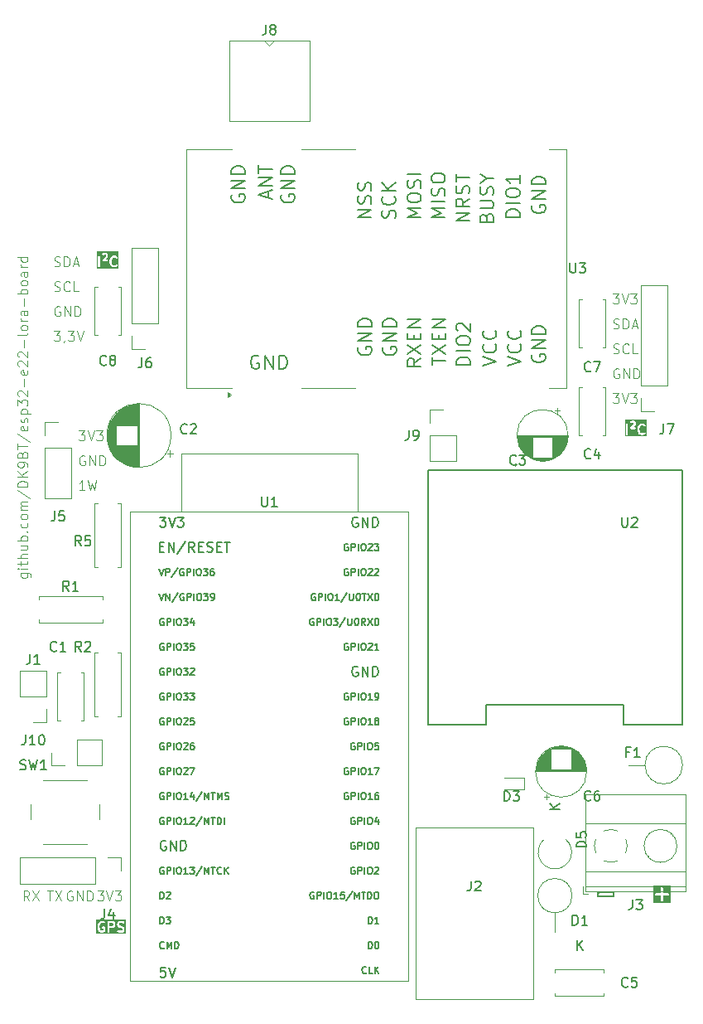
<source format=gbr>
%TF.GenerationSoftware,KiCad,Pcbnew,8.0.5*%
%TF.CreationDate,2024-11-28T23:08:00+01:00*%
%TF.ProjectId,esp32-e22,65737033-322d-4653-9232-2e6b69636164,V 2.1.2*%
%TF.SameCoordinates,Original*%
%TF.FileFunction,Legend,Top*%
%TF.FilePolarity,Positive*%
%FSLAX46Y46*%
G04 Gerber Fmt 4.6, Leading zero omitted, Abs format (unit mm)*
G04 Created by KiCad (PCBNEW 8.0.5) date 2024-11-28 23:08:00*
%MOMM*%
%LPD*%
G01*
G04 APERTURE LIST*
%ADD10C,0.100000*%
%ADD11C,0.300000*%
%ADD12C,0.200000*%
%ADD13C,0.150000*%
%ADD14C,0.120000*%
%ADD15C,0.127000*%
G04 APERTURE END LIST*
D10*
X115191265Y-70309800D02*
X115334122Y-70357419D01*
X115334122Y-70357419D02*
X115572217Y-70357419D01*
X115572217Y-70357419D02*
X115667455Y-70309800D01*
X115667455Y-70309800D02*
X115715074Y-70262180D01*
X115715074Y-70262180D02*
X115762693Y-70166942D01*
X115762693Y-70166942D02*
X115762693Y-70071704D01*
X115762693Y-70071704D02*
X115715074Y-69976466D01*
X115715074Y-69976466D02*
X115667455Y-69928847D01*
X115667455Y-69928847D02*
X115572217Y-69881228D01*
X115572217Y-69881228D02*
X115381741Y-69833609D01*
X115381741Y-69833609D02*
X115286503Y-69785990D01*
X115286503Y-69785990D02*
X115238884Y-69738371D01*
X115238884Y-69738371D02*
X115191265Y-69643133D01*
X115191265Y-69643133D02*
X115191265Y-69547895D01*
X115191265Y-69547895D02*
X115238884Y-69452657D01*
X115238884Y-69452657D02*
X115286503Y-69405038D01*
X115286503Y-69405038D02*
X115381741Y-69357419D01*
X115381741Y-69357419D02*
X115619836Y-69357419D01*
X115619836Y-69357419D02*
X115762693Y-69405038D01*
X116191265Y-70357419D02*
X116191265Y-69357419D01*
X116191265Y-69357419D02*
X116429360Y-69357419D01*
X116429360Y-69357419D02*
X116572217Y-69405038D01*
X116572217Y-69405038D02*
X116667455Y-69500276D01*
X116667455Y-69500276D02*
X116715074Y-69595514D01*
X116715074Y-69595514D02*
X116762693Y-69785990D01*
X116762693Y-69785990D02*
X116762693Y-69928847D01*
X116762693Y-69928847D02*
X116715074Y-70119323D01*
X116715074Y-70119323D02*
X116667455Y-70214561D01*
X116667455Y-70214561D02*
X116572217Y-70309800D01*
X116572217Y-70309800D02*
X116429360Y-70357419D01*
X116429360Y-70357419D02*
X116191265Y-70357419D01*
X117143646Y-70071704D02*
X117619836Y-70071704D01*
X117048408Y-70357419D02*
X117381741Y-69357419D01*
X117381741Y-69357419D02*
X117715074Y-70357419D01*
D11*
G36*
X172479274Y-134801067D02*
G01*
X170708847Y-134801067D01*
X170708847Y-134455136D01*
X170875514Y-134455136D01*
X170875514Y-134513664D01*
X170897912Y-134567736D01*
X170939296Y-134609120D01*
X170993368Y-134631518D01*
X171022632Y-134634400D01*
X172165489Y-134634400D01*
X172194753Y-134631518D01*
X172248825Y-134609120D01*
X172290209Y-134567736D01*
X172312607Y-134513664D01*
X172312607Y-134455136D01*
X172290209Y-134401064D01*
X172248825Y-134359680D01*
X172194753Y-134337282D01*
X172165489Y-134334400D01*
X171022632Y-134334400D01*
X170993368Y-134337282D01*
X170939296Y-134359680D01*
X170897912Y-134401064D01*
X170875514Y-134455136D01*
X170708847Y-134455136D01*
X170708847Y-134167733D01*
X172479274Y-134167733D01*
X172479274Y-134801067D01*
G37*
D10*
X118302693Y-89725038D02*
X118207455Y-89677419D01*
X118207455Y-89677419D02*
X118064598Y-89677419D01*
X118064598Y-89677419D02*
X117921741Y-89725038D01*
X117921741Y-89725038D02*
X117826503Y-89820276D01*
X117826503Y-89820276D02*
X117778884Y-89915514D01*
X117778884Y-89915514D02*
X117731265Y-90105990D01*
X117731265Y-90105990D02*
X117731265Y-90248847D01*
X117731265Y-90248847D02*
X117778884Y-90439323D01*
X117778884Y-90439323D02*
X117826503Y-90534561D01*
X117826503Y-90534561D02*
X117921741Y-90629800D01*
X117921741Y-90629800D02*
X118064598Y-90677419D01*
X118064598Y-90677419D02*
X118159836Y-90677419D01*
X118159836Y-90677419D02*
X118302693Y-90629800D01*
X118302693Y-90629800D02*
X118350312Y-90582180D01*
X118350312Y-90582180D02*
X118350312Y-90248847D01*
X118350312Y-90248847D02*
X118159836Y-90248847D01*
X118778884Y-90677419D02*
X118778884Y-89677419D01*
X118778884Y-89677419D02*
X119350312Y-90677419D01*
X119350312Y-90677419D02*
X119350312Y-89677419D01*
X119826503Y-90677419D02*
X119826503Y-89677419D01*
X119826503Y-89677419D02*
X120064598Y-89677419D01*
X120064598Y-89677419D02*
X120207455Y-89725038D01*
X120207455Y-89725038D02*
X120302693Y-89820276D01*
X120302693Y-89820276D02*
X120350312Y-89915514D01*
X120350312Y-89915514D02*
X120397931Y-90105990D01*
X120397931Y-90105990D02*
X120397931Y-90248847D01*
X120397931Y-90248847D02*
X120350312Y-90439323D01*
X120350312Y-90439323D02*
X120302693Y-90534561D01*
X120302693Y-90534561D02*
X120207455Y-90629800D01*
X120207455Y-90629800D02*
X120064598Y-90677419D01*
X120064598Y-90677419D02*
X119826503Y-90677419D01*
X118302693Y-93217419D02*
X117731265Y-93217419D01*
X118016979Y-93217419D02*
X118016979Y-92217419D01*
X118016979Y-92217419D02*
X117921741Y-92360276D01*
X117921741Y-92360276D02*
X117826503Y-92455514D01*
X117826503Y-92455514D02*
X117731265Y-92503133D01*
X118636027Y-92217419D02*
X118874122Y-93217419D01*
X118874122Y-93217419D02*
X119064598Y-92503133D01*
X119064598Y-92503133D02*
X119255074Y-93217419D01*
X119255074Y-93217419D02*
X119493170Y-92217419D01*
D12*
G36*
X121166627Y-137427024D02*
G01*
X121191296Y-137451692D01*
X121221101Y-137511302D01*
X121221101Y-137606945D01*
X121191296Y-137666554D01*
X121166627Y-137691222D01*
X121107018Y-137721028D01*
X120849673Y-137721028D01*
X120849673Y-137397219D01*
X121107018Y-137397219D01*
X121166627Y-137427024D01*
G37*
G36*
X122484593Y-138508330D02*
G01*
X119490943Y-138508330D01*
X119490943Y-137725790D01*
X119602054Y-137725790D01*
X119602054Y-137868647D01*
X119602389Y-137872049D01*
X119602172Y-137873508D01*
X119603251Y-137880805D01*
X119603975Y-137888156D01*
X119604539Y-137889519D01*
X119605040Y-137892901D01*
X119652659Y-138083376D01*
X119653172Y-138084813D01*
X119653224Y-138085536D01*
X119656332Y-138093660D01*
X119659254Y-138101837D01*
X119659684Y-138102417D01*
X119660230Y-138103844D01*
X119707849Y-138199082D01*
X119713131Y-138207474D01*
X119714144Y-138209918D01*
X119716400Y-138212667D01*
X119718292Y-138215672D01*
X119720286Y-138217401D01*
X119726581Y-138225071D01*
X119821819Y-138320311D01*
X119836972Y-138332747D01*
X119840291Y-138334122D01*
X119843007Y-138336477D01*
X119860907Y-138344468D01*
X120003764Y-138392087D01*
X120013436Y-138394286D01*
X120015878Y-138395298D01*
X120019415Y-138395646D01*
X120022879Y-138396434D01*
X120025513Y-138396246D01*
X120035387Y-138397219D01*
X120130625Y-138397219D01*
X120140498Y-138396246D01*
X120143132Y-138396434D01*
X120146595Y-138395646D01*
X120150134Y-138395298D01*
X120152576Y-138394286D01*
X120162248Y-138392087D01*
X120305104Y-138344468D01*
X120323005Y-138336477D01*
X120325720Y-138334122D01*
X120329040Y-138332747D01*
X120344193Y-138320310D01*
X120391812Y-138272690D01*
X120404249Y-138257537D01*
X120417696Y-138225071D01*
X120419180Y-138221489D01*
X120421101Y-138201980D01*
X120421101Y-137868647D01*
X120419180Y-137849138D01*
X120404248Y-137813090D01*
X120376658Y-137785500D01*
X120340610Y-137770568D01*
X120321101Y-137768647D01*
X120130625Y-137768647D01*
X120111116Y-137770568D01*
X120075068Y-137785500D01*
X120047478Y-137813090D01*
X120032546Y-137849138D01*
X120032546Y-137888156D01*
X120047478Y-137924204D01*
X120075068Y-137951794D01*
X120111116Y-137966726D01*
X120130625Y-137968647D01*
X120221101Y-137968647D01*
X120221101Y-138160559D01*
X120219462Y-138162197D01*
X120114398Y-138197219D01*
X120051613Y-138197219D01*
X119946548Y-138162197D01*
X119879478Y-138095127D01*
X119844024Y-138024218D01*
X119802054Y-137856337D01*
X119802054Y-137738100D01*
X119844024Y-137570218D01*
X119879477Y-137499312D01*
X119946549Y-137432240D01*
X120051613Y-137397219D01*
X120154637Y-137397219D01*
X120228760Y-137434281D01*
X120247069Y-137441287D01*
X120285989Y-137444053D01*
X120323005Y-137431714D01*
X120352482Y-137406149D01*
X120369931Y-137371251D01*
X120372696Y-137332331D01*
X120360993Y-137297219D01*
X120649673Y-137297219D01*
X120649673Y-138297219D01*
X120651594Y-138316728D01*
X120666526Y-138352776D01*
X120694116Y-138380366D01*
X120730164Y-138395298D01*
X120769182Y-138395298D01*
X120805230Y-138380366D01*
X120832820Y-138352776D01*
X120847752Y-138316728D01*
X120849673Y-138297219D01*
X120849673Y-137921028D01*
X121130625Y-137921028D01*
X121150134Y-137919107D01*
X121153454Y-137917731D01*
X121157038Y-137917477D01*
X121175346Y-137910471D01*
X121270584Y-137862852D01*
X121278980Y-137857566D01*
X121281420Y-137856556D01*
X121284166Y-137854302D01*
X121287174Y-137852409D01*
X121288903Y-137850414D01*
X121296574Y-137844120D01*
X121344192Y-137796501D01*
X121350484Y-137788834D01*
X121352482Y-137787102D01*
X121354375Y-137784093D01*
X121356629Y-137781348D01*
X121357639Y-137778907D01*
X121362925Y-137770511D01*
X121410544Y-137675274D01*
X121417550Y-137656965D01*
X121417804Y-137653381D01*
X121419180Y-137650061D01*
X121421101Y-137630552D01*
X121421101Y-137487695D01*
X121602054Y-137487695D01*
X121602054Y-137582933D01*
X121603975Y-137602442D01*
X121605350Y-137605762D01*
X121605605Y-137609346D01*
X121612611Y-137627654D01*
X121660230Y-137722892D01*
X121665515Y-137731288D01*
X121666526Y-137733728D01*
X121668779Y-137736474D01*
X121670673Y-137739482D01*
X121672667Y-137741211D01*
X121678962Y-137748882D01*
X121726581Y-137796500D01*
X121734247Y-137802792D01*
X121735980Y-137804790D01*
X121738988Y-137806683D01*
X121741734Y-137808937D01*
X121744174Y-137809947D01*
X121752571Y-137815233D01*
X121847808Y-137862852D01*
X121849236Y-137863398D01*
X121849816Y-137863828D01*
X121857992Y-137866749D01*
X121866117Y-137869858D01*
X121866837Y-137869909D01*
X121868276Y-137870423D01*
X122048101Y-137915379D01*
X122119008Y-137950833D01*
X122143677Y-137975501D01*
X122173482Y-138035111D01*
X122173482Y-138083135D01*
X122143677Y-138142743D01*
X122119008Y-138167413D01*
X122059399Y-138197219D01*
X121861137Y-138197219D01*
X121733677Y-138154732D01*
X121714561Y-138150385D01*
X121675641Y-138153151D01*
X121640742Y-138170601D01*
X121615177Y-138200077D01*
X121602839Y-138237093D01*
X121605605Y-138276013D01*
X121623055Y-138310912D01*
X121652531Y-138336477D01*
X121670431Y-138344468D01*
X121813288Y-138392087D01*
X121822960Y-138394286D01*
X121825402Y-138395298D01*
X121828939Y-138395646D01*
X121832403Y-138396434D01*
X121835037Y-138396246D01*
X121844911Y-138397219D01*
X122083006Y-138397219D01*
X122102515Y-138395298D01*
X122105835Y-138393922D01*
X122109419Y-138393668D01*
X122127727Y-138386662D01*
X122222965Y-138339043D01*
X122231360Y-138333758D01*
X122233802Y-138332747D01*
X122236549Y-138330491D01*
X122239555Y-138328600D01*
X122241285Y-138326605D01*
X122248955Y-138320310D01*
X122296574Y-138272690D01*
X122302866Y-138265023D01*
X122304863Y-138263292D01*
X122306756Y-138260284D01*
X122309011Y-138257537D01*
X122310022Y-138255095D01*
X122315306Y-138246701D01*
X122362925Y-138151464D01*
X122369931Y-138133155D01*
X122370185Y-138129571D01*
X122371561Y-138126251D01*
X122373482Y-138106742D01*
X122373482Y-138011504D01*
X122371561Y-137991995D01*
X122370185Y-137988674D01*
X122369931Y-137985091D01*
X122362925Y-137966782D01*
X122315306Y-137871545D01*
X122310020Y-137863148D01*
X122309010Y-137860708D01*
X122306756Y-137857962D01*
X122304863Y-137854954D01*
X122302865Y-137853221D01*
X122296573Y-137845555D01*
X122248955Y-137797936D01*
X122241284Y-137791641D01*
X122239555Y-137789647D01*
X122236547Y-137787753D01*
X122233801Y-137785500D01*
X122231361Y-137784489D01*
X122222965Y-137779204D01*
X122127727Y-137731585D01*
X122126300Y-137731039D01*
X122125720Y-137730609D01*
X122117543Y-137727687D01*
X122109419Y-137724579D01*
X122108696Y-137724527D01*
X122107259Y-137724014D01*
X121927434Y-137679057D01*
X121856527Y-137643604D01*
X121831859Y-137618935D01*
X121802054Y-137559325D01*
X121802054Y-137511302D01*
X121831859Y-137451692D01*
X121856527Y-137427023D01*
X121916137Y-137397219D01*
X122114398Y-137397219D01*
X122241859Y-137439706D01*
X122260974Y-137444053D01*
X122299894Y-137441287D01*
X122334793Y-137423837D01*
X122360358Y-137394361D01*
X122372697Y-137357345D01*
X122369930Y-137318425D01*
X122352481Y-137283526D01*
X122323005Y-137257961D01*
X122305104Y-137249970D01*
X122162248Y-137202351D01*
X122152576Y-137200151D01*
X122150134Y-137199140D01*
X122146595Y-137198791D01*
X122143132Y-137198004D01*
X122140498Y-137198191D01*
X122130625Y-137197219D01*
X121892530Y-137197219D01*
X121873021Y-137199140D01*
X121869700Y-137200515D01*
X121866117Y-137200770D01*
X121847808Y-137207776D01*
X121752571Y-137255395D01*
X121744174Y-137260680D01*
X121741734Y-137261691D01*
X121738988Y-137263944D01*
X121735980Y-137265838D01*
X121734247Y-137267835D01*
X121726581Y-137274128D01*
X121678962Y-137321746D01*
X121672667Y-137329416D01*
X121670673Y-137331146D01*
X121668779Y-137334153D01*
X121666526Y-137336900D01*
X121665515Y-137339339D01*
X121660230Y-137347736D01*
X121612611Y-137442974D01*
X121605605Y-137461282D01*
X121605350Y-137464865D01*
X121603975Y-137468186D01*
X121602054Y-137487695D01*
X121421101Y-137487695D01*
X121419180Y-137468186D01*
X121417804Y-137464865D01*
X121417550Y-137461282D01*
X121410544Y-137442973D01*
X121362925Y-137347736D01*
X121357639Y-137339339D01*
X121356629Y-137336899D01*
X121354375Y-137334153D01*
X121352482Y-137331145D01*
X121350484Y-137329412D01*
X121344192Y-137321746D01*
X121296574Y-137274127D01*
X121288903Y-137267832D01*
X121287174Y-137265838D01*
X121284166Y-137263944D01*
X121281420Y-137261691D01*
X121278980Y-137260680D01*
X121270584Y-137255395D01*
X121175346Y-137207776D01*
X121157038Y-137200770D01*
X121153454Y-137200515D01*
X121150134Y-137199140D01*
X121130625Y-137197219D01*
X120749673Y-137197219D01*
X120730164Y-137199140D01*
X120694116Y-137214072D01*
X120666526Y-137241662D01*
X120651594Y-137277710D01*
X120649673Y-137297219D01*
X120360993Y-137297219D01*
X120360358Y-137295315D01*
X120334793Y-137265838D01*
X120318203Y-137255395D01*
X120222965Y-137207776D01*
X120204657Y-137200770D01*
X120201073Y-137200515D01*
X120197753Y-137199140D01*
X120178244Y-137197219D01*
X120035387Y-137197219D01*
X120025513Y-137198191D01*
X120022879Y-137198004D01*
X120019415Y-137198791D01*
X120015878Y-137199140D01*
X120013436Y-137200151D01*
X120003764Y-137202351D01*
X119860907Y-137249970D01*
X119843007Y-137257961D01*
X119840291Y-137260316D01*
X119836973Y-137261691D01*
X119821819Y-137274127D01*
X119726581Y-137369365D01*
X119720286Y-137377035D01*
X119718292Y-137378765D01*
X119716398Y-137381772D01*
X119714145Y-137384519D01*
X119713134Y-137386958D01*
X119707849Y-137395355D01*
X119660230Y-137490593D01*
X119659684Y-137492019D01*
X119659254Y-137492600D01*
X119656332Y-137500776D01*
X119653224Y-137508901D01*
X119653172Y-137509623D01*
X119652659Y-137511061D01*
X119605040Y-137701536D01*
X119604539Y-137704917D01*
X119603975Y-137706281D01*
X119603251Y-137713631D01*
X119602172Y-137720929D01*
X119602389Y-137722387D01*
X119602054Y-137725790D01*
X119490943Y-137725790D01*
X119490943Y-137086108D01*
X122484593Y-137086108D01*
X122484593Y-138508330D01*
G37*
D10*
X115191265Y-72849800D02*
X115334122Y-72897419D01*
X115334122Y-72897419D02*
X115572217Y-72897419D01*
X115572217Y-72897419D02*
X115667455Y-72849800D01*
X115667455Y-72849800D02*
X115715074Y-72802180D01*
X115715074Y-72802180D02*
X115762693Y-72706942D01*
X115762693Y-72706942D02*
X115762693Y-72611704D01*
X115762693Y-72611704D02*
X115715074Y-72516466D01*
X115715074Y-72516466D02*
X115667455Y-72468847D01*
X115667455Y-72468847D02*
X115572217Y-72421228D01*
X115572217Y-72421228D02*
X115381741Y-72373609D01*
X115381741Y-72373609D02*
X115286503Y-72325990D01*
X115286503Y-72325990D02*
X115238884Y-72278371D01*
X115238884Y-72278371D02*
X115191265Y-72183133D01*
X115191265Y-72183133D02*
X115191265Y-72087895D01*
X115191265Y-72087895D02*
X115238884Y-71992657D01*
X115238884Y-71992657D02*
X115286503Y-71945038D01*
X115286503Y-71945038D02*
X115381741Y-71897419D01*
X115381741Y-71897419D02*
X115619836Y-71897419D01*
X115619836Y-71897419D02*
X115762693Y-71945038D01*
X116762693Y-72802180D02*
X116715074Y-72849800D01*
X116715074Y-72849800D02*
X116572217Y-72897419D01*
X116572217Y-72897419D02*
X116476979Y-72897419D01*
X116476979Y-72897419D02*
X116334122Y-72849800D01*
X116334122Y-72849800D02*
X116238884Y-72754561D01*
X116238884Y-72754561D02*
X116191265Y-72659323D01*
X116191265Y-72659323D02*
X116143646Y-72468847D01*
X116143646Y-72468847D02*
X116143646Y-72325990D01*
X116143646Y-72325990D02*
X116191265Y-72135514D01*
X116191265Y-72135514D02*
X116238884Y-72040276D01*
X116238884Y-72040276D02*
X116334122Y-71945038D01*
X116334122Y-71945038D02*
X116476979Y-71897419D01*
X116476979Y-71897419D02*
X116572217Y-71897419D01*
X116572217Y-71897419D02*
X116715074Y-71945038D01*
X116715074Y-71945038D02*
X116762693Y-71992657D01*
X117667455Y-72897419D02*
X117191265Y-72897419D01*
X117191265Y-72897419D02*
X117191265Y-71897419D01*
X115143646Y-76977419D02*
X115762693Y-76977419D01*
X115762693Y-76977419D02*
X115429360Y-77358371D01*
X115429360Y-77358371D02*
X115572217Y-77358371D01*
X115572217Y-77358371D02*
X115667455Y-77405990D01*
X115667455Y-77405990D02*
X115715074Y-77453609D01*
X115715074Y-77453609D02*
X115762693Y-77548847D01*
X115762693Y-77548847D02*
X115762693Y-77786942D01*
X115762693Y-77786942D02*
X115715074Y-77882180D01*
X115715074Y-77882180D02*
X115667455Y-77929800D01*
X115667455Y-77929800D02*
X115572217Y-77977419D01*
X115572217Y-77977419D02*
X115286503Y-77977419D01*
X115286503Y-77977419D02*
X115191265Y-77929800D01*
X115191265Y-77929800D02*
X115143646Y-77882180D01*
X116238884Y-77929800D02*
X116238884Y-77977419D01*
X116238884Y-77977419D02*
X116191265Y-78072657D01*
X116191265Y-78072657D02*
X116143646Y-78120276D01*
X116572217Y-76977419D02*
X117191264Y-76977419D01*
X117191264Y-76977419D02*
X116857931Y-77358371D01*
X116857931Y-77358371D02*
X117000788Y-77358371D01*
X117000788Y-77358371D02*
X117096026Y-77405990D01*
X117096026Y-77405990D02*
X117143645Y-77453609D01*
X117143645Y-77453609D02*
X117191264Y-77548847D01*
X117191264Y-77548847D02*
X117191264Y-77786942D01*
X117191264Y-77786942D02*
X117143645Y-77882180D01*
X117143645Y-77882180D02*
X117096026Y-77929800D01*
X117096026Y-77929800D02*
X117000788Y-77977419D01*
X117000788Y-77977419D02*
X116715074Y-77977419D01*
X116715074Y-77977419D02*
X116619836Y-77929800D01*
X116619836Y-77929800D02*
X116572217Y-77882180D01*
X117476979Y-76977419D02*
X117810312Y-77977419D01*
X117810312Y-77977419D02*
X118143645Y-76977419D01*
D12*
G36*
X121768386Y-70563330D02*
G01*
X119538562Y-70563330D01*
X119538562Y-69352219D01*
X119649673Y-69352219D01*
X119649673Y-70352219D01*
X119651594Y-70371728D01*
X119666526Y-70407776D01*
X119694116Y-70435366D01*
X119730164Y-70450298D01*
X119769182Y-70450298D01*
X119805230Y-70435366D01*
X119832820Y-70407776D01*
X119847752Y-70371728D01*
X119849673Y-70352219D01*
X119849673Y-69352219D01*
X119847752Y-69332710D01*
X119832820Y-69296662D01*
X119805230Y-69269072D01*
X119769182Y-69254140D01*
X119730164Y-69254140D01*
X119694116Y-69269072D01*
X119666526Y-69296662D01*
X119651594Y-69332710D01*
X119649673Y-69352219D01*
X119538562Y-69352219D01*
X119538562Y-69101616D01*
X120079029Y-69101616D01*
X120081795Y-69140536D01*
X120099244Y-69175435D01*
X120128721Y-69200999D01*
X120165737Y-69213338D01*
X120204657Y-69210572D01*
X120222965Y-69203566D01*
X120297089Y-69166504D01*
X120392732Y-69166504D01*
X120437041Y-69188659D01*
X120459196Y-69232968D01*
X120459196Y-69280993D01*
X120429392Y-69340601D01*
X120107533Y-69662460D01*
X120095097Y-69677614D01*
X120080165Y-69713662D01*
X120080165Y-69752680D01*
X120095097Y-69788728D01*
X120122687Y-69816318D01*
X120158735Y-69831250D01*
X120178244Y-69833171D01*
X120559196Y-69833171D01*
X120578705Y-69831250D01*
X120614753Y-69816318D01*
X120642343Y-69788728D01*
X120645631Y-69780790D01*
X120840149Y-69780790D01*
X120840149Y-69923647D01*
X120840484Y-69927049D01*
X120840267Y-69928508D01*
X120841346Y-69935805D01*
X120842070Y-69943156D01*
X120842634Y-69944519D01*
X120843135Y-69947901D01*
X120890754Y-70138376D01*
X120891267Y-70139813D01*
X120891319Y-70140536D01*
X120894427Y-70148660D01*
X120897349Y-70156837D01*
X120897779Y-70157417D01*
X120898325Y-70158844D01*
X120945944Y-70254082D01*
X120951226Y-70262474D01*
X120952239Y-70264918D01*
X120954495Y-70267667D01*
X120956387Y-70270672D01*
X120958381Y-70272401D01*
X120964676Y-70280071D01*
X121059914Y-70375311D01*
X121075067Y-70387747D01*
X121078386Y-70389122D01*
X121081102Y-70391477D01*
X121099002Y-70399468D01*
X121241859Y-70447087D01*
X121251531Y-70449286D01*
X121253973Y-70450298D01*
X121257510Y-70450646D01*
X121260974Y-70451434D01*
X121263608Y-70451246D01*
X121273482Y-70452219D01*
X121368720Y-70452219D01*
X121378593Y-70451246D01*
X121381227Y-70451434D01*
X121384690Y-70450646D01*
X121388229Y-70450298D01*
X121390671Y-70449286D01*
X121400343Y-70447087D01*
X121543199Y-70399468D01*
X121561100Y-70391477D01*
X121563815Y-70389122D01*
X121567135Y-70387747D01*
X121582288Y-70375310D01*
X121629907Y-70327690D01*
X121642344Y-70312537D01*
X121657275Y-70276488D01*
X121657274Y-70237470D01*
X121642343Y-70201422D01*
X121614752Y-70173832D01*
X121578704Y-70158901D01*
X121539686Y-70158902D01*
X121503638Y-70173833D01*
X121488484Y-70186270D01*
X121457557Y-70217197D01*
X121352493Y-70252219D01*
X121289708Y-70252219D01*
X121184643Y-70217197D01*
X121117573Y-70150127D01*
X121082119Y-70079218D01*
X121040149Y-69911337D01*
X121040149Y-69793100D01*
X121082119Y-69625218D01*
X121117572Y-69554312D01*
X121184644Y-69487240D01*
X121289708Y-69452219D01*
X121352493Y-69452219D01*
X121457558Y-69487240D01*
X121488485Y-69518167D01*
X121503638Y-69530604D01*
X121539687Y-69545535D01*
X121578705Y-69545535D01*
X121614753Y-69530604D01*
X121642343Y-69503014D01*
X121657274Y-69466966D01*
X121657274Y-69427948D01*
X121642343Y-69391899D01*
X121629906Y-69376746D01*
X121582288Y-69329127D01*
X121567134Y-69316691D01*
X121563815Y-69315316D01*
X121561100Y-69312961D01*
X121543199Y-69304970D01*
X121400343Y-69257351D01*
X121390671Y-69255151D01*
X121388229Y-69254140D01*
X121384690Y-69253791D01*
X121381227Y-69253004D01*
X121378593Y-69253191D01*
X121368720Y-69252219D01*
X121273482Y-69252219D01*
X121263608Y-69253191D01*
X121260974Y-69253004D01*
X121257510Y-69253791D01*
X121253973Y-69254140D01*
X121251531Y-69255151D01*
X121241859Y-69257351D01*
X121099002Y-69304970D01*
X121081102Y-69312961D01*
X121078386Y-69315316D01*
X121075068Y-69316691D01*
X121059914Y-69329127D01*
X120964676Y-69424365D01*
X120958381Y-69432035D01*
X120956387Y-69433765D01*
X120954493Y-69436772D01*
X120952240Y-69439519D01*
X120951229Y-69441958D01*
X120945944Y-69450355D01*
X120898325Y-69545593D01*
X120897779Y-69547019D01*
X120897349Y-69547600D01*
X120894427Y-69555776D01*
X120891319Y-69563901D01*
X120891267Y-69564623D01*
X120890754Y-69566061D01*
X120843135Y-69756536D01*
X120842634Y-69759917D01*
X120842070Y-69761281D01*
X120841346Y-69768631D01*
X120840267Y-69775929D01*
X120840484Y-69777387D01*
X120840149Y-69780790D01*
X120645631Y-69780790D01*
X120657275Y-69752680D01*
X120657275Y-69713662D01*
X120642343Y-69677614D01*
X120614753Y-69650024D01*
X120578705Y-69635092D01*
X120559196Y-69633171D01*
X120419666Y-69633171D01*
X120582288Y-69470549D01*
X120588579Y-69462882D01*
X120590577Y-69461150D01*
X120592472Y-69458138D01*
X120594724Y-69455395D01*
X120595733Y-69452957D01*
X120601020Y-69444559D01*
X120648639Y-69349322D01*
X120655645Y-69331013D01*
X120655899Y-69327429D01*
X120657275Y-69324109D01*
X120659196Y-69304600D01*
X120659196Y-69209361D01*
X120657275Y-69189852D01*
X120655899Y-69186531D01*
X120655645Y-69182948D01*
X120648639Y-69164639D01*
X120601020Y-69069402D01*
X120598965Y-69066138D01*
X120598453Y-69064600D01*
X120596791Y-69062684D01*
X120590577Y-69052811D01*
X120581101Y-69044593D01*
X120572888Y-69035123D01*
X120563016Y-69028909D01*
X120561100Y-69027247D01*
X120559561Y-69026733D01*
X120556298Y-69024680D01*
X120461060Y-68977061D01*
X120442752Y-68970055D01*
X120439168Y-68969800D01*
X120435848Y-68968425D01*
X120416339Y-68966504D01*
X120273482Y-68966504D01*
X120253973Y-68968425D01*
X120250652Y-68969800D01*
X120247069Y-68970055D01*
X120228760Y-68977061D01*
X120133523Y-69024680D01*
X120116932Y-69035123D01*
X120091368Y-69064600D01*
X120079029Y-69101616D01*
X119538562Y-69101616D01*
X119538562Y-68855393D01*
X121768386Y-68855393D01*
X121768386Y-70563330D01*
G37*
G36*
X175743386Y-87708330D02*
G01*
X173513562Y-87708330D01*
X173513562Y-86497219D01*
X173624673Y-86497219D01*
X173624673Y-87497219D01*
X173626594Y-87516728D01*
X173641526Y-87552776D01*
X173669116Y-87580366D01*
X173705164Y-87595298D01*
X173744182Y-87595298D01*
X173780230Y-87580366D01*
X173807820Y-87552776D01*
X173822752Y-87516728D01*
X173824673Y-87497219D01*
X173824673Y-86497219D01*
X173822752Y-86477710D01*
X173807820Y-86441662D01*
X173780230Y-86414072D01*
X173744182Y-86399140D01*
X173705164Y-86399140D01*
X173669116Y-86414072D01*
X173641526Y-86441662D01*
X173626594Y-86477710D01*
X173624673Y-86497219D01*
X173513562Y-86497219D01*
X173513562Y-86246616D01*
X174054029Y-86246616D01*
X174056795Y-86285536D01*
X174074244Y-86320435D01*
X174103721Y-86345999D01*
X174140737Y-86358338D01*
X174179657Y-86355572D01*
X174197965Y-86348566D01*
X174272089Y-86311504D01*
X174367732Y-86311504D01*
X174412041Y-86333659D01*
X174434196Y-86377968D01*
X174434196Y-86425993D01*
X174404392Y-86485601D01*
X174082533Y-86807460D01*
X174070097Y-86822614D01*
X174055165Y-86858662D01*
X174055165Y-86897680D01*
X174070097Y-86933728D01*
X174097687Y-86961318D01*
X174133735Y-86976250D01*
X174153244Y-86978171D01*
X174534196Y-86978171D01*
X174553705Y-86976250D01*
X174589753Y-86961318D01*
X174617343Y-86933728D01*
X174620631Y-86925790D01*
X174815149Y-86925790D01*
X174815149Y-87068647D01*
X174815484Y-87072049D01*
X174815267Y-87073508D01*
X174816346Y-87080805D01*
X174817070Y-87088156D01*
X174817634Y-87089519D01*
X174818135Y-87092901D01*
X174865754Y-87283376D01*
X174866267Y-87284813D01*
X174866319Y-87285536D01*
X174869427Y-87293660D01*
X174872349Y-87301837D01*
X174872779Y-87302417D01*
X174873325Y-87303844D01*
X174920944Y-87399082D01*
X174926226Y-87407474D01*
X174927239Y-87409918D01*
X174929495Y-87412667D01*
X174931387Y-87415672D01*
X174933381Y-87417401D01*
X174939676Y-87425071D01*
X175034914Y-87520311D01*
X175050067Y-87532747D01*
X175053386Y-87534122D01*
X175056102Y-87536477D01*
X175074002Y-87544468D01*
X175216859Y-87592087D01*
X175226531Y-87594286D01*
X175228973Y-87595298D01*
X175232510Y-87595646D01*
X175235974Y-87596434D01*
X175238608Y-87596246D01*
X175248482Y-87597219D01*
X175343720Y-87597219D01*
X175353593Y-87596246D01*
X175356227Y-87596434D01*
X175359690Y-87595646D01*
X175363229Y-87595298D01*
X175365671Y-87594286D01*
X175375343Y-87592087D01*
X175518199Y-87544468D01*
X175536100Y-87536477D01*
X175538815Y-87534122D01*
X175542135Y-87532747D01*
X175557288Y-87520310D01*
X175604907Y-87472690D01*
X175617344Y-87457537D01*
X175632275Y-87421488D01*
X175632274Y-87382470D01*
X175617343Y-87346422D01*
X175589752Y-87318832D01*
X175553704Y-87303901D01*
X175514686Y-87303902D01*
X175478638Y-87318833D01*
X175463484Y-87331270D01*
X175432557Y-87362197D01*
X175327493Y-87397219D01*
X175264708Y-87397219D01*
X175159643Y-87362197D01*
X175092573Y-87295127D01*
X175057119Y-87224218D01*
X175015149Y-87056337D01*
X175015149Y-86938100D01*
X175057119Y-86770218D01*
X175092572Y-86699312D01*
X175159644Y-86632240D01*
X175264708Y-86597219D01*
X175327493Y-86597219D01*
X175432558Y-86632240D01*
X175463485Y-86663167D01*
X175478638Y-86675604D01*
X175514687Y-86690535D01*
X175553705Y-86690535D01*
X175589753Y-86675604D01*
X175617343Y-86648014D01*
X175632274Y-86611966D01*
X175632274Y-86572948D01*
X175617343Y-86536899D01*
X175604906Y-86521746D01*
X175557288Y-86474127D01*
X175542134Y-86461691D01*
X175538815Y-86460316D01*
X175536100Y-86457961D01*
X175518199Y-86449970D01*
X175375343Y-86402351D01*
X175365671Y-86400151D01*
X175363229Y-86399140D01*
X175359690Y-86398791D01*
X175356227Y-86398004D01*
X175353593Y-86398191D01*
X175343720Y-86397219D01*
X175248482Y-86397219D01*
X175238608Y-86398191D01*
X175235974Y-86398004D01*
X175232510Y-86398791D01*
X175228973Y-86399140D01*
X175226531Y-86400151D01*
X175216859Y-86402351D01*
X175074002Y-86449970D01*
X175056102Y-86457961D01*
X175053386Y-86460316D01*
X175050068Y-86461691D01*
X175034914Y-86474127D01*
X174939676Y-86569365D01*
X174933381Y-86577035D01*
X174931387Y-86578765D01*
X174929493Y-86581772D01*
X174927240Y-86584519D01*
X174926229Y-86586958D01*
X174920944Y-86595355D01*
X174873325Y-86690593D01*
X174872779Y-86692019D01*
X174872349Y-86692600D01*
X174869427Y-86700776D01*
X174866319Y-86708901D01*
X174866267Y-86709623D01*
X174865754Y-86711061D01*
X174818135Y-86901536D01*
X174817634Y-86904917D01*
X174817070Y-86906281D01*
X174816346Y-86913631D01*
X174815267Y-86920929D01*
X174815484Y-86922387D01*
X174815149Y-86925790D01*
X174620631Y-86925790D01*
X174632275Y-86897680D01*
X174632275Y-86858662D01*
X174617343Y-86822614D01*
X174589753Y-86795024D01*
X174553705Y-86780092D01*
X174534196Y-86778171D01*
X174394666Y-86778171D01*
X174557288Y-86615549D01*
X174563579Y-86607882D01*
X174565577Y-86606150D01*
X174567472Y-86603138D01*
X174569724Y-86600395D01*
X174570733Y-86597957D01*
X174576020Y-86589559D01*
X174623639Y-86494322D01*
X174630645Y-86476013D01*
X174630899Y-86472429D01*
X174632275Y-86469109D01*
X174634196Y-86449600D01*
X174634196Y-86354361D01*
X174632275Y-86334852D01*
X174630899Y-86331531D01*
X174630645Y-86327948D01*
X174623639Y-86309639D01*
X174576020Y-86214402D01*
X174573965Y-86211138D01*
X174573453Y-86209600D01*
X174571791Y-86207684D01*
X174565577Y-86197811D01*
X174556101Y-86189593D01*
X174547888Y-86180123D01*
X174538016Y-86173909D01*
X174536100Y-86172247D01*
X174534561Y-86171733D01*
X174531298Y-86169680D01*
X174436060Y-86122061D01*
X174417752Y-86115055D01*
X174414168Y-86114800D01*
X174410848Y-86113425D01*
X174391339Y-86111504D01*
X174248482Y-86111504D01*
X174228973Y-86113425D01*
X174225652Y-86114800D01*
X174222069Y-86115055D01*
X174203760Y-86122061D01*
X174108523Y-86169680D01*
X174091932Y-86180123D01*
X174066368Y-86209600D01*
X174054029Y-86246616D01*
X173513562Y-86246616D01*
X173513562Y-86000393D01*
X175743386Y-86000393D01*
X175743386Y-87708330D01*
G37*
D10*
X115762693Y-74485038D02*
X115667455Y-74437419D01*
X115667455Y-74437419D02*
X115524598Y-74437419D01*
X115524598Y-74437419D02*
X115381741Y-74485038D01*
X115381741Y-74485038D02*
X115286503Y-74580276D01*
X115286503Y-74580276D02*
X115238884Y-74675514D01*
X115238884Y-74675514D02*
X115191265Y-74865990D01*
X115191265Y-74865990D02*
X115191265Y-75008847D01*
X115191265Y-75008847D02*
X115238884Y-75199323D01*
X115238884Y-75199323D02*
X115286503Y-75294561D01*
X115286503Y-75294561D02*
X115381741Y-75389800D01*
X115381741Y-75389800D02*
X115524598Y-75437419D01*
X115524598Y-75437419D02*
X115619836Y-75437419D01*
X115619836Y-75437419D02*
X115762693Y-75389800D01*
X115762693Y-75389800D02*
X115810312Y-75342180D01*
X115810312Y-75342180D02*
X115810312Y-75008847D01*
X115810312Y-75008847D02*
X115619836Y-75008847D01*
X116238884Y-75437419D02*
X116238884Y-74437419D01*
X116238884Y-74437419D02*
X116810312Y-75437419D01*
X116810312Y-75437419D02*
X116810312Y-74437419D01*
X117286503Y-75437419D02*
X117286503Y-74437419D01*
X117286503Y-74437419D02*
X117524598Y-74437419D01*
X117524598Y-74437419D02*
X117667455Y-74485038D01*
X117667455Y-74485038D02*
X117762693Y-74580276D01*
X117762693Y-74580276D02*
X117810312Y-74675514D01*
X117810312Y-74675514D02*
X117857931Y-74865990D01*
X117857931Y-74865990D02*
X117857931Y-75008847D01*
X117857931Y-75008847D02*
X117810312Y-75199323D01*
X117810312Y-75199323D02*
X117762693Y-75294561D01*
X117762693Y-75294561D02*
X117667455Y-75389800D01*
X117667455Y-75389800D02*
X117524598Y-75437419D01*
X117524598Y-75437419D02*
X117286503Y-75437419D01*
D11*
G36*
X178194274Y-135369613D02*
G01*
X176423847Y-135369613D01*
X176423847Y-134455136D01*
X176590514Y-134455136D01*
X176590514Y-134513664D01*
X176612912Y-134567736D01*
X176654296Y-134609120D01*
X176708368Y-134631518D01*
X176737632Y-134634400D01*
X177159060Y-134634400D01*
X177159060Y-135055828D01*
X177161942Y-135085092D01*
X177184340Y-135139164D01*
X177225724Y-135180548D01*
X177279796Y-135202946D01*
X177338324Y-135202946D01*
X177392396Y-135180548D01*
X177433780Y-135139164D01*
X177456178Y-135085092D01*
X177459060Y-135055828D01*
X177459060Y-134634400D01*
X177880489Y-134634400D01*
X177909753Y-134631518D01*
X177963825Y-134609120D01*
X178005209Y-134567736D01*
X178027607Y-134513664D01*
X178027607Y-134455136D01*
X178005209Y-134401064D01*
X177963825Y-134359680D01*
X177909753Y-134337282D01*
X177880489Y-134334400D01*
X177459060Y-134334400D01*
X177459060Y-133912971D01*
X177456178Y-133883707D01*
X177433780Y-133829635D01*
X177392396Y-133788251D01*
X177338324Y-133765853D01*
X177279796Y-133765853D01*
X177225724Y-133788251D01*
X177184340Y-133829635D01*
X177161942Y-133883707D01*
X177159060Y-133912971D01*
X177159060Y-134334400D01*
X176737632Y-134334400D01*
X176708368Y-134337282D01*
X176654296Y-134359680D01*
X176612912Y-134401064D01*
X176590514Y-134455136D01*
X176423847Y-134455136D01*
X176423847Y-133599186D01*
X178194274Y-133599186D01*
X178194274Y-135369613D01*
G37*
D10*
X117683646Y-87137419D02*
X118302693Y-87137419D01*
X118302693Y-87137419D02*
X117969360Y-87518371D01*
X117969360Y-87518371D02*
X118112217Y-87518371D01*
X118112217Y-87518371D02*
X118207455Y-87565990D01*
X118207455Y-87565990D02*
X118255074Y-87613609D01*
X118255074Y-87613609D02*
X118302693Y-87708847D01*
X118302693Y-87708847D02*
X118302693Y-87946942D01*
X118302693Y-87946942D02*
X118255074Y-88042180D01*
X118255074Y-88042180D02*
X118207455Y-88089800D01*
X118207455Y-88089800D02*
X118112217Y-88137419D01*
X118112217Y-88137419D02*
X117826503Y-88137419D01*
X117826503Y-88137419D02*
X117731265Y-88089800D01*
X117731265Y-88089800D02*
X117683646Y-88042180D01*
X118588408Y-87137419D02*
X118921741Y-88137419D01*
X118921741Y-88137419D02*
X119255074Y-87137419D01*
X119493170Y-87137419D02*
X120112217Y-87137419D01*
X120112217Y-87137419D02*
X119778884Y-87518371D01*
X119778884Y-87518371D02*
X119921741Y-87518371D01*
X119921741Y-87518371D02*
X120016979Y-87565990D01*
X120016979Y-87565990D02*
X120064598Y-87613609D01*
X120064598Y-87613609D02*
X120112217Y-87708847D01*
X120112217Y-87708847D02*
X120112217Y-87946942D01*
X120112217Y-87946942D02*
X120064598Y-88042180D01*
X120064598Y-88042180D02*
X120016979Y-88089800D01*
X120016979Y-88089800D02*
X119921741Y-88137419D01*
X119921741Y-88137419D02*
X119636027Y-88137419D01*
X119636027Y-88137419D02*
X119540789Y-88089800D01*
X119540789Y-88089800D02*
X119493170Y-88042180D01*
X114461027Y-134127419D02*
X115032455Y-134127419D01*
X114746741Y-135127419D02*
X114746741Y-134127419D01*
X115270551Y-134127419D02*
X115937217Y-135127419D01*
X115937217Y-134127419D02*
X115270551Y-135127419D01*
X172341265Y-79199800D02*
X172484122Y-79247419D01*
X172484122Y-79247419D02*
X172722217Y-79247419D01*
X172722217Y-79247419D02*
X172817455Y-79199800D01*
X172817455Y-79199800D02*
X172865074Y-79152180D01*
X172865074Y-79152180D02*
X172912693Y-79056942D01*
X172912693Y-79056942D02*
X172912693Y-78961704D01*
X172912693Y-78961704D02*
X172865074Y-78866466D01*
X172865074Y-78866466D02*
X172817455Y-78818847D01*
X172817455Y-78818847D02*
X172722217Y-78771228D01*
X172722217Y-78771228D02*
X172531741Y-78723609D01*
X172531741Y-78723609D02*
X172436503Y-78675990D01*
X172436503Y-78675990D02*
X172388884Y-78628371D01*
X172388884Y-78628371D02*
X172341265Y-78533133D01*
X172341265Y-78533133D02*
X172341265Y-78437895D01*
X172341265Y-78437895D02*
X172388884Y-78342657D01*
X172388884Y-78342657D02*
X172436503Y-78295038D01*
X172436503Y-78295038D02*
X172531741Y-78247419D01*
X172531741Y-78247419D02*
X172769836Y-78247419D01*
X172769836Y-78247419D02*
X172912693Y-78295038D01*
X173912693Y-79152180D02*
X173865074Y-79199800D01*
X173865074Y-79199800D02*
X173722217Y-79247419D01*
X173722217Y-79247419D02*
X173626979Y-79247419D01*
X173626979Y-79247419D02*
X173484122Y-79199800D01*
X173484122Y-79199800D02*
X173388884Y-79104561D01*
X173388884Y-79104561D02*
X173341265Y-79009323D01*
X173341265Y-79009323D02*
X173293646Y-78818847D01*
X173293646Y-78818847D02*
X173293646Y-78675990D01*
X173293646Y-78675990D02*
X173341265Y-78485514D01*
X173341265Y-78485514D02*
X173388884Y-78390276D01*
X173388884Y-78390276D02*
X173484122Y-78295038D01*
X173484122Y-78295038D02*
X173626979Y-78247419D01*
X173626979Y-78247419D02*
X173722217Y-78247419D01*
X173722217Y-78247419D02*
X173865074Y-78295038D01*
X173865074Y-78295038D02*
X173912693Y-78342657D01*
X174817455Y-79247419D02*
X174341265Y-79247419D01*
X174341265Y-79247419D02*
X174341265Y-78247419D01*
X172293646Y-83327419D02*
X172912693Y-83327419D01*
X172912693Y-83327419D02*
X172579360Y-83708371D01*
X172579360Y-83708371D02*
X172722217Y-83708371D01*
X172722217Y-83708371D02*
X172817455Y-83755990D01*
X172817455Y-83755990D02*
X172865074Y-83803609D01*
X172865074Y-83803609D02*
X172912693Y-83898847D01*
X172912693Y-83898847D02*
X172912693Y-84136942D01*
X172912693Y-84136942D02*
X172865074Y-84232180D01*
X172865074Y-84232180D02*
X172817455Y-84279800D01*
X172817455Y-84279800D02*
X172722217Y-84327419D01*
X172722217Y-84327419D02*
X172436503Y-84327419D01*
X172436503Y-84327419D02*
X172341265Y-84279800D01*
X172341265Y-84279800D02*
X172293646Y-84232180D01*
X173198408Y-83327419D02*
X173531741Y-84327419D01*
X173531741Y-84327419D02*
X173865074Y-83327419D01*
X174103170Y-83327419D02*
X174722217Y-83327419D01*
X174722217Y-83327419D02*
X174388884Y-83708371D01*
X174388884Y-83708371D02*
X174531741Y-83708371D01*
X174531741Y-83708371D02*
X174626979Y-83755990D01*
X174626979Y-83755990D02*
X174674598Y-83803609D01*
X174674598Y-83803609D02*
X174722217Y-83898847D01*
X174722217Y-83898847D02*
X174722217Y-84136942D01*
X174722217Y-84136942D02*
X174674598Y-84232180D01*
X174674598Y-84232180D02*
X174626979Y-84279800D01*
X174626979Y-84279800D02*
X174531741Y-84327419D01*
X174531741Y-84327419D02*
X174246027Y-84327419D01*
X174246027Y-84327419D02*
X174150789Y-84279800D01*
X174150789Y-84279800D02*
X174103170Y-84232180D01*
X172341265Y-76659800D02*
X172484122Y-76707419D01*
X172484122Y-76707419D02*
X172722217Y-76707419D01*
X172722217Y-76707419D02*
X172817455Y-76659800D01*
X172817455Y-76659800D02*
X172865074Y-76612180D01*
X172865074Y-76612180D02*
X172912693Y-76516942D01*
X172912693Y-76516942D02*
X172912693Y-76421704D01*
X172912693Y-76421704D02*
X172865074Y-76326466D01*
X172865074Y-76326466D02*
X172817455Y-76278847D01*
X172817455Y-76278847D02*
X172722217Y-76231228D01*
X172722217Y-76231228D02*
X172531741Y-76183609D01*
X172531741Y-76183609D02*
X172436503Y-76135990D01*
X172436503Y-76135990D02*
X172388884Y-76088371D01*
X172388884Y-76088371D02*
X172341265Y-75993133D01*
X172341265Y-75993133D02*
X172341265Y-75897895D01*
X172341265Y-75897895D02*
X172388884Y-75802657D01*
X172388884Y-75802657D02*
X172436503Y-75755038D01*
X172436503Y-75755038D02*
X172531741Y-75707419D01*
X172531741Y-75707419D02*
X172769836Y-75707419D01*
X172769836Y-75707419D02*
X172912693Y-75755038D01*
X173341265Y-76707419D02*
X173341265Y-75707419D01*
X173341265Y-75707419D02*
X173579360Y-75707419D01*
X173579360Y-75707419D02*
X173722217Y-75755038D01*
X173722217Y-75755038D02*
X173817455Y-75850276D01*
X173817455Y-75850276D02*
X173865074Y-75945514D01*
X173865074Y-75945514D02*
X173912693Y-76135990D01*
X173912693Y-76135990D02*
X173912693Y-76278847D01*
X173912693Y-76278847D02*
X173865074Y-76469323D01*
X173865074Y-76469323D02*
X173817455Y-76564561D01*
X173817455Y-76564561D02*
X173722217Y-76659800D01*
X173722217Y-76659800D02*
X173579360Y-76707419D01*
X173579360Y-76707419D02*
X173341265Y-76707419D01*
X174293646Y-76421704D02*
X174769836Y-76421704D01*
X174198408Y-76707419D02*
X174531741Y-75707419D01*
X174531741Y-75707419D02*
X174865074Y-76707419D01*
X117032693Y-134175038D02*
X116937455Y-134127419D01*
X116937455Y-134127419D02*
X116794598Y-134127419D01*
X116794598Y-134127419D02*
X116651741Y-134175038D01*
X116651741Y-134175038D02*
X116556503Y-134270276D01*
X116556503Y-134270276D02*
X116508884Y-134365514D01*
X116508884Y-134365514D02*
X116461265Y-134555990D01*
X116461265Y-134555990D02*
X116461265Y-134698847D01*
X116461265Y-134698847D02*
X116508884Y-134889323D01*
X116508884Y-134889323D02*
X116556503Y-134984561D01*
X116556503Y-134984561D02*
X116651741Y-135079800D01*
X116651741Y-135079800D02*
X116794598Y-135127419D01*
X116794598Y-135127419D02*
X116889836Y-135127419D01*
X116889836Y-135127419D02*
X117032693Y-135079800D01*
X117032693Y-135079800D02*
X117080312Y-135032180D01*
X117080312Y-135032180D02*
X117080312Y-134698847D01*
X117080312Y-134698847D02*
X116889836Y-134698847D01*
X117508884Y-135127419D02*
X117508884Y-134127419D01*
X117508884Y-134127419D02*
X118080312Y-135127419D01*
X118080312Y-135127419D02*
X118080312Y-134127419D01*
X118556503Y-135127419D02*
X118556503Y-134127419D01*
X118556503Y-134127419D02*
X118794598Y-134127419D01*
X118794598Y-134127419D02*
X118937455Y-134175038D01*
X118937455Y-134175038D02*
X119032693Y-134270276D01*
X119032693Y-134270276D02*
X119080312Y-134365514D01*
X119080312Y-134365514D02*
X119127931Y-134555990D01*
X119127931Y-134555990D02*
X119127931Y-134698847D01*
X119127931Y-134698847D02*
X119080312Y-134889323D01*
X119080312Y-134889323D02*
X119032693Y-134984561D01*
X119032693Y-134984561D02*
X118937455Y-135079800D01*
X118937455Y-135079800D02*
X118794598Y-135127419D01*
X118794598Y-135127419D02*
X118556503Y-135127419D01*
X111775752Y-101697544D02*
X112585276Y-101697544D01*
X112585276Y-101697544D02*
X112680514Y-101745163D01*
X112680514Y-101745163D02*
X112728133Y-101792782D01*
X112728133Y-101792782D02*
X112775752Y-101888020D01*
X112775752Y-101888020D02*
X112775752Y-102030877D01*
X112775752Y-102030877D02*
X112728133Y-102126115D01*
X112394800Y-101697544D02*
X112442419Y-101792782D01*
X112442419Y-101792782D02*
X112442419Y-101983258D01*
X112442419Y-101983258D02*
X112394800Y-102078496D01*
X112394800Y-102078496D02*
X112347180Y-102126115D01*
X112347180Y-102126115D02*
X112251942Y-102173734D01*
X112251942Y-102173734D02*
X111966228Y-102173734D01*
X111966228Y-102173734D02*
X111870990Y-102126115D01*
X111870990Y-102126115D02*
X111823371Y-102078496D01*
X111823371Y-102078496D02*
X111775752Y-101983258D01*
X111775752Y-101983258D02*
X111775752Y-101792782D01*
X111775752Y-101792782D02*
X111823371Y-101697544D01*
X112442419Y-101221353D02*
X111775752Y-101221353D01*
X111442419Y-101221353D02*
X111490038Y-101268972D01*
X111490038Y-101268972D02*
X111537657Y-101221353D01*
X111537657Y-101221353D02*
X111490038Y-101173734D01*
X111490038Y-101173734D02*
X111442419Y-101221353D01*
X111442419Y-101221353D02*
X111537657Y-101221353D01*
X111775752Y-100888020D02*
X111775752Y-100507068D01*
X111442419Y-100745163D02*
X112299561Y-100745163D01*
X112299561Y-100745163D02*
X112394800Y-100697544D01*
X112394800Y-100697544D02*
X112442419Y-100602306D01*
X112442419Y-100602306D02*
X112442419Y-100507068D01*
X112442419Y-100173734D02*
X111442419Y-100173734D01*
X112442419Y-99745163D02*
X111918609Y-99745163D01*
X111918609Y-99745163D02*
X111823371Y-99792782D01*
X111823371Y-99792782D02*
X111775752Y-99888020D01*
X111775752Y-99888020D02*
X111775752Y-100030877D01*
X111775752Y-100030877D02*
X111823371Y-100126115D01*
X111823371Y-100126115D02*
X111870990Y-100173734D01*
X111775752Y-98840401D02*
X112442419Y-98840401D01*
X111775752Y-99268972D02*
X112299561Y-99268972D01*
X112299561Y-99268972D02*
X112394800Y-99221353D01*
X112394800Y-99221353D02*
X112442419Y-99126115D01*
X112442419Y-99126115D02*
X112442419Y-98983258D01*
X112442419Y-98983258D02*
X112394800Y-98888020D01*
X112394800Y-98888020D02*
X112347180Y-98840401D01*
X112442419Y-98364210D02*
X111442419Y-98364210D01*
X111823371Y-98364210D02*
X111775752Y-98268972D01*
X111775752Y-98268972D02*
X111775752Y-98078496D01*
X111775752Y-98078496D02*
X111823371Y-97983258D01*
X111823371Y-97983258D02*
X111870990Y-97935639D01*
X111870990Y-97935639D02*
X111966228Y-97888020D01*
X111966228Y-97888020D02*
X112251942Y-97888020D01*
X112251942Y-97888020D02*
X112347180Y-97935639D01*
X112347180Y-97935639D02*
X112394800Y-97983258D01*
X112394800Y-97983258D02*
X112442419Y-98078496D01*
X112442419Y-98078496D02*
X112442419Y-98268972D01*
X112442419Y-98268972D02*
X112394800Y-98364210D01*
X112347180Y-97459448D02*
X112394800Y-97411829D01*
X112394800Y-97411829D02*
X112442419Y-97459448D01*
X112442419Y-97459448D02*
X112394800Y-97507067D01*
X112394800Y-97507067D02*
X112347180Y-97459448D01*
X112347180Y-97459448D02*
X112442419Y-97459448D01*
X112394800Y-96554687D02*
X112442419Y-96649925D01*
X112442419Y-96649925D02*
X112442419Y-96840401D01*
X112442419Y-96840401D02*
X112394800Y-96935639D01*
X112394800Y-96935639D02*
X112347180Y-96983258D01*
X112347180Y-96983258D02*
X112251942Y-97030877D01*
X112251942Y-97030877D02*
X111966228Y-97030877D01*
X111966228Y-97030877D02*
X111870990Y-96983258D01*
X111870990Y-96983258D02*
X111823371Y-96935639D01*
X111823371Y-96935639D02*
X111775752Y-96840401D01*
X111775752Y-96840401D02*
X111775752Y-96649925D01*
X111775752Y-96649925D02*
X111823371Y-96554687D01*
X112442419Y-95983258D02*
X112394800Y-96078496D01*
X112394800Y-96078496D02*
X112347180Y-96126115D01*
X112347180Y-96126115D02*
X112251942Y-96173734D01*
X112251942Y-96173734D02*
X111966228Y-96173734D01*
X111966228Y-96173734D02*
X111870990Y-96126115D01*
X111870990Y-96126115D02*
X111823371Y-96078496D01*
X111823371Y-96078496D02*
X111775752Y-95983258D01*
X111775752Y-95983258D02*
X111775752Y-95840401D01*
X111775752Y-95840401D02*
X111823371Y-95745163D01*
X111823371Y-95745163D02*
X111870990Y-95697544D01*
X111870990Y-95697544D02*
X111966228Y-95649925D01*
X111966228Y-95649925D02*
X112251942Y-95649925D01*
X112251942Y-95649925D02*
X112347180Y-95697544D01*
X112347180Y-95697544D02*
X112394800Y-95745163D01*
X112394800Y-95745163D02*
X112442419Y-95840401D01*
X112442419Y-95840401D02*
X112442419Y-95983258D01*
X112442419Y-95221353D02*
X111775752Y-95221353D01*
X111870990Y-95221353D02*
X111823371Y-95173734D01*
X111823371Y-95173734D02*
X111775752Y-95078496D01*
X111775752Y-95078496D02*
X111775752Y-94935639D01*
X111775752Y-94935639D02*
X111823371Y-94840401D01*
X111823371Y-94840401D02*
X111918609Y-94792782D01*
X111918609Y-94792782D02*
X112442419Y-94792782D01*
X111918609Y-94792782D02*
X111823371Y-94745163D01*
X111823371Y-94745163D02*
X111775752Y-94649925D01*
X111775752Y-94649925D02*
X111775752Y-94507068D01*
X111775752Y-94507068D02*
X111823371Y-94411829D01*
X111823371Y-94411829D02*
X111918609Y-94364210D01*
X111918609Y-94364210D02*
X112442419Y-94364210D01*
X111394800Y-93173735D02*
X112680514Y-94030877D01*
X112442419Y-92840401D02*
X111442419Y-92840401D01*
X111442419Y-92840401D02*
X111442419Y-92602306D01*
X111442419Y-92602306D02*
X111490038Y-92459449D01*
X111490038Y-92459449D02*
X111585276Y-92364211D01*
X111585276Y-92364211D02*
X111680514Y-92316592D01*
X111680514Y-92316592D02*
X111870990Y-92268973D01*
X111870990Y-92268973D02*
X112013847Y-92268973D01*
X112013847Y-92268973D02*
X112204323Y-92316592D01*
X112204323Y-92316592D02*
X112299561Y-92364211D01*
X112299561Y-92364211D02*
X112394800Y-92459449D01*
X112394800Y-92459449D02*
X112442419Y-92602306D01*
X112442419Y-92602306D02*
X112442419Y-92840401D01*
X112442419Y-91840401D02*
X111442419Y-91840401D01*
X112442419Y-91268973D02*
X111870990Y-91697544D01*
X111442419Y-91268973D02*
X112013847Y-91840401D01*
X112442419Y-90792782D02*
X112442419Y-90602306D01*
X112442419Y-90602306D02*
X112394800Y-90507068D01*
X112394800Y-90507068D02*
X112347180Y-90459449D01*
X112347180Y-90459449D02*
X112204323Y-90364211D01*
X112204323Y-90364211D02*
X112013847Y-90316592D01*
X112013847Y-90316592D02*
X111632895Y-90316592D01*
X111632895Y-90316592D02*
X111537657Y-90364211D01*
X111537657Y-90364211D02*
X111490038Y-90411830D01*
X111490038Y-90411830D02*
X111442419Y-90507068D01*
X111442419Y-90507068D02*
X111442419Y-90697544D01*
X111442419Y-90697544D02*
X111490038Y-90792782D01*
X111490038Y-90792782D02*
X111537657Y-90840401D01*
X111537657Y-90840401D02*
X111632895Y-90888020D01*
X111632895Y-90888020D02*
X111870990Y-90888020D01*
X111870990Y-90888020D02*
X111966228Y-90840401D01*
X111966228Y-90840401D02*
X112013847Y-90792782D01*
X112013847Y-90792782D02*
X112061466Y-90697544D01*
X112061466Y-90697544D02*
X112061466Y-90507068D01*
X112061466Y-90507068D02*
X112013847Y-90411830D01*
X112013847Y-90411830D02*
X111966228Y-90364211D01*
X111966228Y-90364211D02*
X111870990Y-90316592D01*
X111918609Y-89554687D02*
X111966228Y-89411830D01*
X111966228Y-89411830D02*
X112013847Y-89364211D01*
X112013847Y-89364211D02*
X112109085Y-89316592D01*
X112109085Y-89316592D02*
X112251942Y-89316592D01*
X112251942Y-89316592D02*
X112347180Y-89364211D01*
X112347180Y-89364211D02*
X112394800Y-89411830D01*
X112394800Y-89411830D02*
X112442419Y-89507068D01*
X112442419Y-89507068D02*
X112442419Y-89888020D01*
X112442419Y-89888020D02*
X111442419Y-89888020D01*
X111442419Y-89888020D02*
X111442419Y-89554687D01*
X111442419Y-89554687D02*
X111490038Y-89459449D01*
X111490038Y-89459449D02*
X111537657Y-89411830D01*
X111537657Y-89411830D02*
X111632895Y-89364211D01*
X111632895Y-89364211D02*
X111728133Y-89364211D01*
X111728133Y-89364211D02*
X111823371Y-89411830D01*
X111823371Y-89411830D02*
X111870990Y-89459449D01*
X111870990Y-89459449D02*
X111918609Y-89554687D01*
X111918609Y-89554687D02*
X111918609Y-89888020D01*
X111442419Y-89030877D02*
X111442419Y-88459449D01*
X112442419Y-88745163D02*
X111442419Y-88745163D01*
X111394800Y-87411830D02*
X112680514Y-88268972D01*
X112394800Y-86697544D02*
X112442419Y-86792782D01*
X112442419Y-86792782D02*
X112442419Y-86983258D01*
X112442419Y-86983258D02*
X112394800Y-87078496D01*
X112394800Y-87078496D02*
X112299561Y-87126115D01*
X112299561Y-87126115D02*
X111918609Y-87126115D01*
X111918609Y-87126115D02*
X111823371Y-87078496D01*
X111823371Y-87078496D02*
X111775752Y-86983258D01*
X111775752Y-86983258D02*
X111775752Y-86792782D01*
X111775752Y-86792782D02*
X111823371Y-86697544D01*
X111823371Y-86697544D02*
X111918609Y-86649925D01*
X111918609Y-86649925D02*
X112013847Y-86649925D01*
X112013847Y-86649925D02*
X112109085Y-87126115D01*
X112394800Y-86268972D02*
X112442419Y-86173734D01*
X112442419Y-86173734D02*
X112442419Y-85983258D01*
X112442419Y-85983258D02*
X112394800Y-85888020D01*
X112394800Y-85888020D02*
X112299561Y-85840401D01*
X112299561Y-85840401D02*
X112251942Y-85840401D01*
X112251942Y-85840401D02*
X112156704Y-85888020D01*
X112156704Y-85888020D02*
X112109085Y-85983258D01*
X112109085Y-85983258D02*
X112109085Y-86126115D01*
X112109085Y-86126115D02*
X112061466Y-86221353D01*
X112061466Y-86221353D02*
X111966228Y-86268972D01*
X111966228Y-86268972D02*
X111918609Y-86268972D01*
X111918609Y-86268972D02*
X111823371Y-86221353D01*
X111823371Y-86221353D02*
X111775752Y-86126115D01*
X111775752Y-86126115D02*
X111775752Y-85983258D01*
X111775752Y-85983258D02*
X111823371Y-85888020D01*
X111775752Y-85411829D02*
X112775752Y-85411829D01*
X111823371Y-85411829D02*
X111775752Y-85316591D01*
X111775752Y-85316591D02*
X111775752Y-85126115D01*
X111775752Y-85126115D02*
X111823371Y-85030877D01*
X111823371Y-85030877D02*
X111870990Y-84983258D01*
X111870990Y-84983258D02*
X111966228Y-84935639D01*
X111966228Y-84935639D02*
X112251942Y-84935639D01*
X112251942Y-84935639D02*
X112347180Y-84983258D01*
X112347180Y-84983258D02*
X112394800Y-85030877D01*
X112394800Y-85030877D02*
X112442419Y-85126115D01*
X112442419Y-85126115D02*
X112442419Y-85316591D01*
X112442419Y-85316591D02*
X112394800Y-85411829D01*
X111442419Y-84602305D02*
X111442419Y-83983258D01*
X111442419Y-83983258D02*
X111823371Y-84316591D01*
X111823371Y-84316591D02*
X111823371Y-84173734D01*
X111823371Y-84173734D02*
X111870990Y-84078496D01*
X111870990Y-84078496D02*
X111918609Y-84030877D01*
X111918609Y-84030877D02*
X112013847Y-83983258D01*
X112013847Y-83983258D02*
X112251942Y-83983258D01*
X112251942Y-83983258D02*
X112347180Y-84030877D01*
X112347180Y-84030877D02*
X112394800Y-84078496D01*
X112394800Y-84078496D02*
X112442419Y-84173734D01*
X112442419Y-84173734D02*
X112442419Y-84459448D01*
X112442419Y-84459448D02*
X112394800Y-84554686D01*
X112394800Y-84554686D02*
X112347180Y-84602305D01*
X111537657Y-83602305D02*
X111490038Y-83554686D01*
X111490038Y-83554686D02*
X111442419Y-83459448D01*
X111442419Y-83459448D02*
X111442419Y-83221353D01*
X111442419Y-83221353D02*
X111490038Y-83126115D01*
X111490038Y-83126115D02*
X111537657Y-83078496D01*
X111537657Y-83078496D02*
X111632895Y-83030877D01*
X111632895Y-83030877D02*
X111728133Y-83030877D01*
X111728133Y-83030877D02*
X111870990Y-83078496D01*
X111870990Y-83078496D02*
X112442419Y-83649924D01*
X112442419Y-83649924D02*
X112442419Y-83030877D01*
X112061466Y-82602305D02*
X112061466Y-81840401D01*
X112394800Y-80983258D02*
X112442419Y-81078496D01*
X112442419Y-81078496D02*
X112442419Y-81268972D01*
X112442419Y-81268972D02*
X112394800Y-81364210D01*
X112394800Y-81364210D02*
X112299561Y-81411829D01*
X112299561Y-81411829D02*
X111918609Y-81411829D01*
X111918609Y-81411829D02*
X111823371Y-81364210D01*
X111823371Y-81364210D02*
X111775752Y-81268972D01*
X111775752Y-81268972D02*
X111775752Y-81078496D01*
X111775752Y-81078496D02*
X111823371Y-80983258D01*
X111823371Y-80983258D02*
X111918609Y-80935639D01*
X111918609Y-80935639D02*
X112013847Y-80935639D01*
X112013847Y-80935639D02*
X112109085Y-81411829D01*
X111537657Y-80554686D02*
X111490038Y-80507067D01*
X111490038Y-80507067D02*
X111442419Y-80411829D01*
X111442419Y-80411829D02*
X111442419Y-80173734D01*
X111442419Y-80173734D02*
X111490038Y-80078496D01*
X111490038Y-80078496D02*
X111537657Y-80030877D01*
X111537657Y-80030877D02*
X111632895Y-79983258D01*
X111632895Y-79983258D02*
X111728133Y-79983258D01*
X111728133Y-79983258D02*
X111870990Y-80030877D01*
X111870990Y-80030877D02*
X112442419Y-80602305D01*
X112442419Y-80602305D02*
X112442419Y-79983258D01*
X111537657Y-79602305D02*
X111490038Y-79554686D01*
X111490038Y-79554686D02*
X111442419Y-79459448D01*
X111442419Y-79459448D02*
X111442419Y-79221353D01*
X111442419Y-79221353D02*
X111490038Y-79126115D01*
X111490038Y-79126115D02*
X111537657Y-79078496D01*
X111537657Y-79078496D02*
X111632895Y-79030877D01*
X111632895Y-79030877D02*
X111728133Y-79030877D01*
X111728133Y-79030877D02*
X111870990Y-79078496D01*
X111870990Y-79078496D02*
X112442419Y-79649924D01*
X112442419Y-79649924D02*
X112442419Y-79030877D01*
X112061466Y-78602305D02*
X112061466Y-77840401D01*
X112442419Y-77221353D02*
X112394800Y-77316591D01*
X112394800Y-77316591D02*
X112299561Y-77364210D01*
X112299561Y-77364210D02*
X111442419Y-77364210D01*
X112442419Y-76697543D02*
X112394800Y-76792781D01*
X112394800Y-76792781D02*
X112347180Y-76840400D01*
X112347180Y-76840400D02*
X112251942Y-76888019D01*
X112251942Y-76888019D02*
X111966228Y-76888019D01*
X111966228Y-76888019D02*
X111870990Y-76840400D01*
X111870990Y-76840400D02*
X111823371Y-76792781D01*
X111823371Y-76792781D02*
X111775752Y-76697543D01*
X111775752Y-76697543D02*
X111775752Y-76554686D01*
X111775752Y-76554686D02*
X111823371Y-76459448D01*
X111823371Y-76459448D02*
X111870990Y-76411829D01*
X111870990Y-76411829D02*
X111966228Y-76364210D01*
X111966228Y-76364210D02*
X112251942Y-76364210D01*
X112251942Y-76364210D02*
X112347180Y-76411829D01*
X112347180Y-76411829D02*
X112394800Y-76459448D01*
X112394800Y-76459448D02*
X112442419Y-76554686D01*
X112442419Y-76554686D02*
X112442419Y-76697543D01*
X112442419Y-75935638D02*
X111775752Y-75935638D01*
X111966228Y-75935638D02*
X111870990Y-75888019D01*
X111870990Y-75888019D02*
X111823371Y-75840400D01*
X111823371Y-75840400D02*
X111775752Y-75745162D01*
X111775752Y-75745162D02*
X111775752Y-75649924D01*
X112442419Y-74888019D02*
X111918609Y-74888019D01*
X111918609Y-74888019D02*
X111823371Y-74935638D01*
X111823371Y-74935638D02*
X111775752Y-75030876D01*
X111775752Y-75030876D02*
X111775752Y-75221352D01*
X111775752Y-75221352D02*
X111823371Y-75316590D01*
X112394800Y-74888019D02*
X112442419Y-74983257D01*
X112442419Y-74983257D02*
X112442419Y-75221352D01*
X112442419Y-75221352D02*
X112394800Y-75316590D01*
X112394800Y-75316590D02*
X112299561Y-75364209D01*
X112299561Y-75364209D02*
X112204323Y-75364209D01*
X112204323Y-75364209D02*
X112109085Y-75316590D01*
X112109085Y-75316590D02*
X112061466Y-75221352D01*
X112061466Y-75221352D02*
X112061466Y-74983257D01*
X112061466Y-74983257D02*
X112013847Y-74888019D01*
X112061466Y-74411828D02*
X112061466Y-73649924D01*
X112442419Y-73173733D02*
X111442419Y-73173733D01*
X111823371Y-73173733D02*
X111775752Y-73078495D01*
X111775752Y-73078495D02*
X111775752Y-72888019D01*
X111775752Y-72888019D02*
X111823371Y-72792781D01*
X111823371Y-72792781D02*
X111870990Y-72745162D01*
X111870990Y-72745162D02*
X111966228Y-72697543D01*
X111966228Y-72697543D02*
X112251942Y-72697543D01*
X112251942Y-72697543D02*
X112347180Y-72745162D01*
X112347180Y-72745162D02*
X112394800Y-72792781D01*
X112394800Y-72792781D02*
X112442419Y-72888019D01*
X112442419Y-72888019D02*
X112442419Y-73078495D01*
X112442419Y-73078495D02*
X112394800Y-73173733D01*
X112442419Y-72126114D02*
X112394800Y-72221352D01*
X112394800Y-72221352D02*
X112347180Y-72268971D01*
X112347180Y-72268971D02*
X112251942Y-72316590D01*
X112251942Y-72316590D02*
X111966228Y-72316590D01*
X111966228Y-72316590D02*
X111870990Y-72268971D01*
X111870990Y-72268971D02*
X111823371Y-72221352D01*
X111823371Y-72221352D02*
X111775752Y-72126114D01*
X111775752Y-72126114D02*
X111775752Y-71983257D01*
X111775752Y-71983257D02*
X111823371Y-71888019D01*
X111823371Y-71888019D02*
X111870990Y-71840400D01*
X111870990Y-71840400D02*
X111966228Y-71792781D01*
X111966228Y-71792781D02*
X112251942Y-71792781D01*
X112251942Y-71792781D02*
X112347180Y-71840400D01*
X112347180Y-71840400D02*
X112394800Y-71888019D01*
X112394800Y-71888019D02*
X112442419Y-71983257D01*
X112442419Y-71983257D02*
X112442419Y-72126114D01*
X112442419Y-70935638D02*
X111918609Y-70935638D01*
X111918609Y-70935638D02*
X111823371Y-70983257D01*
X111823371Y-70983257D02*
X111775752Y-71078495D01*
X111775752Y-71078495D02*
X111775752Y-71268971D01*
X111775752Y-71268971D02*
X111823371Y-71364209D01*
X112394800Y-70935638D02*
X112442419Y-71030876D01*
X112442419Y-71030876D02*
X112442419Y-71268971D01*
X112442419Y-71268971D02*
X112394800Y-71364209D01*
X112394800Y-71364209D02*
X112299561Y-71411828D01*
X112299561Y-71411828D02*
X112204323Y-71411828D01*
X112204323Y-71411828D02*
X112109085Y-71364209D01*
X112109085Y-71364209D02*
X112061466Y-71268971D01*
X112061466Y-71268971D02*
X112061466Y-71030876D01*
X112061466Y-71030876D02*
X112013847Y-70935638D01*
X112442419Y-70459447D02*
X111775752Y-70459447D01*
X111966228Y-70459447D02*
X111870990Y-70411828D01*
X111870990Y-70411828D02*
X111823371Y-70364209D01*
X111823371Y-70364209D02*
X111775752Y-70268971D01*
X111775752Y-70268971D02*
X111775752Y-70173733D01*
X112442419Y-69411828D02*
X111442419Y-69411828D01*
X112394800Y-69411828D02*
X112442419Y-69507066D01*
X112442419Y-69507066D02*
X112442419Y-69697542D01*
X112442419Y-69697542D02*
X112394800Y-69792780D01*
X112394800Y-69792780D02*
X112347180Y-69840399D01*
X112347180Y-69840399D02*
X112251942Y-69888018D01*
X112251942Y-69888018D02*
X111966228Y-69888018D01*
X111966228Y-69888018D02*
X111870990Y-69840399D01*
X111870990Y-69840399D02*
X111823371Y-69792780D01*
X111823371Y-69792780D02*
X111775752Y-69697542D01*
X111775752Y-69697542D02*
X111775752Y-69507066D01*
X111775752Y-69507066D02*
X111823371Y-69411828D01*
X119588646Y-134127419D02*
X120207693Y-134127419D01*
X120207693Y-134127419D02*
X119874360Y-134508371D01*
X119874360Y-134508371D02*
X120017217Y-134508371D01*
X120017217Y-134508371D02*
X120112455Y-134555990D01*
X120112455Y-134555990D02*
X120160074Y-134603609D01*
X120160074Y-134603609D02*
X120207693Y-134698847D01*
X120207693Y-134698847D02*
X120207693Y-134936942D01*
X120207693Y-134936942D02*
X120160074Y-135032180D01*
X120160074Y-135032180D02*
X120112455Y-135079800D01*
X120112455Y-135079800D02*
X120017217Y-135127419D01*
X120017217Y-135127419D02*
X119731503Y-135127419D01*
X119731503Y-135127419D02*
X119636265Y-135079800D01*
X119636265Y-135079800D02*
X119588646Y-135032180D01*
X120493408Y-134127419D02*
X120826741Y-135127419D01*
X120826741Y-135127419D02*
X121160074Y-134127419D01*
X121398170Y-134127419D02*
X122017217Y-134127419D01*
X122017217Y-134127419D02*
X121683884Y-134508371D01*
X121683884Y-134508371D02*
X121826741Y-134508371D01*
X121826741Y-134508371D02*
X121921979Y-134555990D01*
X121921979Y-134555990D02*
X121969598Y-134603609D01*
X121969598Y-134603609D02*
X122017217Y-134698847D01*
X122017217Y-134698847D02*
X122017217Y-134936942D01*
X122017217Y-134936942D02*
X121969598Y-135032180D01*
X121969598Y-135032180D02*
X121921979Y-135079800D01*
X121921979Y-135079800D02*
X121826741Y-135127419D01*
X121826741Y-135127419D02*
X121541027Y-135127419D01*
X121541027Y-135127419D02*
X121445789Y-135079800D01*
X121445789Y-135079800D02*
X121398170Y-135032180D01*
X112635312Y-135127419D02*
X112301979Y-134651228D01*
X112063884Y-135127419D02*
X112063884Y-134127419D01*
X112063884Y-134127419D02*
X112444836Y-134127419D01*
X112444836Y-134127419D02*
X112540074Y-134175038D01*
X112540074Y-134175038D02*
X112587693Y-134222657D01*
X112587693Y-134222657D02*
X112635312Y-134317895D01*
X112635312Y-134317895D02*
X112635312Y-134460752D01*
X112635312Y-134460752D02*
X112587693Y-134555990D01*
X112587693Y-134555990D02*
X112540074Y-134603609D01*
X112540074Y-134603609D02*
X112444836Y-134651228D01*
X112444836Y-134651228D02*
X112063884Y-134651228D01*
X112968646Y-134127419D02*
X113635312Y-135127419D01*
X113635312Y-134127419D02*
X112968646Y-135127419D01*
X172293646Y-73167419D02*
X172912693Y-73167419D01*
X172912693Y-73167419D02*
X172579360Y-73548371D01*
X172579360Y-73548371D02*
X172722217Y-73548371D01*
X172722217Y-73548371D02*
X172817455Y-73595990D01*
X172817455Y-73595990D02*
X172865074Y-73643609D01*
X172865074Y-73643609D02*
X172912693Y-73738847D01*
X172912693Y-73738847D02*
X172912693Y-73976942D01*
X172912693Y-73976942D02*
X172865074Y-74072180D01*
X172865074Y-74072180D02*
X172817455Y-74119800D01*
X172817455Y-74119800D02*
X172722217Y-74167419D01*
X172722217Y-74167419D02*
X172436503Y-74167419D01*
X172436503Y-74167419D02*
X172341265Y-74119800D01*
X172341265Y-74119800D02*
X172293646Y-74072180D01*
X173198408Y-73167419D02*
X173531741Y-74167419D01*
X173531741Y-74167419D02*
X173865074Y-73167419D01*
X174103170Y-73167419D02*
X174722217Y-73167419D01*
X174722217Y-73167419D02*
X174388884Y-73548371D01*
X174388884Y-73548371D02*
X174531741Y-73548371D01*
X174531741Y-73548371D02*
X174626979Y-73595990D01*
X174626979Y-73595990D02*
X174674598Y-73643609D01*
X174674598Y-73643609D02*
X174722217Y-73738847D01*
X174722217Y-73738847D02*
X174722217Y-73976942D01*
X174722217Y-73976942D02*
X174674598Y-74072180D01*
X174674598Y-74072180D02*
X174626979Y-74119800D01*
X174626979Y-74119800D02*
X174531741Y-74167419D01*
X174531741Y-74167419D02*
X174246027Y-74167419D01*
X174246027Y-74167419D02*
X174150789Y-74119800D01*
X174150789Y-74119800D02*
X174103170Y-74072180D01*
X172912693Y-80835038D02*
X172817455Y-80787419D01*
X172817455Y-80787419D02*
X172674598Y-80787419D01*
X172674598Y-80787419D02*
X172531741Y-80835038D01*
X172531741Y-80835038D02*
X172436503Y-80930276D01*
X172436503Y-80930276D02*
X172388884Y-81025514D01*
X172388884Y-81025514D02*
X172341265Y-81215990D01*
X172341265Y-81215990D02*
X172341265Y-81358847D01*
X172341265Y-81358847D02*
X172388884Y-81549323D01*
X172388884Y-81549323D02*
X172436503Y-81644561D01*
X172436503Y-81644561D02*
X172531741Y-81739800D01*
X172531741Y-81739800D02*
X172674598Y-81787419D01*
X172674598Y-81787419D02*
X172769836Y-81787419D01*
X172769836Y-81787419D02*
X172912693Y-81739800D01*
X172912693Y-81739800D02*
X172960312Y-81692180D01*
X172960312Y-81692180D02*
X172960312Y-81358847D01*
X172960312Y-81358847D02*
X172769836Y-81358847D01*
X173388884Y-81787419D02*
X173388884Y-80787419D01*
X173388884Y-80787419D02*
X173960312Y-81787419D01*
X173960312Y-81787419D02*
X173960312Y-80787419D01*
X174436503Y-81787419D02*
X174436503Y-80787419D01*
X174436503Y-80787419D02*
X174674598Y-80787419D01*
X174674598Y-80787419D02*
X174817455Y-80835038D01*
X174817455Y-80835038D02*
X174912693Y-80930276D01*
X174912693Y-80930276D02*
X174960312Y-81025514D01*
X174960312Y-81025514D02*
X175007931Y-81215990D01*
X175007931Y-81215990D02*
X175007931Y-81358847D01*
X175007931Y-81358847D02*
X174960312Y-81549323D01*
X174960312Y-81549323D02*
X174912693Y-81644561D01*
X174912693Y-81644561D02*
X174817455Y-81739800D01*
X174817455Y-81739800D02*
X174674598Y-81787419D01*
X174674598Y-81787419D02*
X174436503Y-81787419D01*
D13*
X115236666Y-95339819D02*
X115236666Y-96054104D01*
X115236666Y-96054104D02*
X115189047Y-96196961D01*
X115189047Y-96196961D02*
X115093809Y-96292200D01*
X115093809Y-96292200D02*
X114950952Y-96339819D01*
X114950952Y-96339819D02*
X114855714Y-96339819D01*
X116189047Y-95339819D02*
X115712857Y-95339819D01*
X115712857Y-95339819D02*
X115665238Y-95816009D01*
X115665238Y-95816009D02*
X115712857Y-95768390D01*
X115712857Y-95768390D02*
X115808095Y-95720771D01*
X115808095Y-95720771D02*
X116046190Y-95720771D01*
X116046190Y-95720771D02*
X116141428Y-95768390D01*
X116141428Y-95768390D02*
X116189047Y-95816009D01*
X116189047Y-95816009D02*
X116236666Y-95911247D01*
X116236666Y-95911247D02*
X116236666Y-96149342D01*
X116236666Y-96149342D02*
X116189047Y-96244580D01*
X116189047Y-96244580D02*
X116141428Y-96292200D01*
X116141428Y-96292200D02*
X116046190Y-96339819D01*
X116046190Y-96339819D02*
X115808095Y-96339819D01*
X115808095Y-96339819D02*
X115712857Y-96292200D01*
X115712857Y-96292200D02*
X115665238Y-96244580D01*
X116673333Y-103494819D02*
X116340000Y-103018628D01*
X116101905Y-103494819D02*
X116101905Y-102494819D01*
X116101905Y-102494819D02*
X116482857Y-102494819D01*
X116482857Y-102494819D02*
X116578095Y-102542438D01*
X116578095Y-102542438D02*
X116625714Y-102590057D01*
X116625714Y-102590057D02*
X116673333Y-102685295D01*
X116673333Y-102685295D02*
X116673333Y-102828152D01*
X116673333Y-102828152D02*
X116625714Y-102923390D01*
X116625714Y-102923390D02*
X116578095Y-102971009D01*
X116578095Y-102971009D02*
X116482857Y-103018628D01*
X116482857Y-103018628D02*
X116101905Y-103018628D01*
X117625714Y-103494819D02*
X117054286Y-103494819D01*
X117340000Y-103494819D02*
X117340000Y-102494819D01*
X117340000Y-102494819D02*
X117244762Y-102637676D01*
X117244762Y-102637676D02*
X117149524Y-102732914D01*
X117149524Y-102732914D02*
X117054286Y-102780533D01*
X170013333Y-124819580D02*
X169965714Y-124867200D01*
X169965714Y-124867200D02*
X169822857Y-124914819D01*
X169822857Y-124914819D02*
X169727619Y-124914819D01*
X169727619Y-124914819D02*
X169584762Y-124867200D01*
X169584762Y-124867200D02*
X169489524Y-124771961D01*
X169489524Y-124771961D02*
X169441905Y-124676723D01*
X169441905Y-124676723D02*
X169394286Y-124486247D01*
X169394286Y-124486247D02*
X169394286Y-124343390D01*
X169394286Y-124343390D02*
X169441905Y-124152914D01*
X169441905Y-124152914D02*
X169489524Y-124057676D01*
X169489524Y-124057676D02*
X169584762Y-123962438D01*
X169584762Y-123962438D02*
X169727619Y-123914819D01*
X169727619Y-123914819D02*
X169822857Y-123914819D01*
X169822857Y-123914819D02*
X169965714Y-123962438D01*
X169965714Y-123962438D02*
X170013333Y-124010057D01*
X170870476Y-123914819D02*
X170680000Y-123914819D01*
X170680000Y-123914819D02*
X170584762Y-123962438D01*
X170584762Y-123962438D02*
X170537143Y-124010057D01*
X170537143Y-124010057D02*
X170441905Y-124152914D01*
X170441905Y-124152914D02*
X170394286Y-124343390D01*
X170394286Y-124343390D02*
X170394286Y-124724342D01*
X170394286Y-124724342D02*
X170441905Y-124819580D01*
X170441905Y-124819580D02*
X170489524Y-124867200D01*
X170489524Y-124867200D02*
X170584762Y-124914819D01*
X170584762Y-124914819D02*
X170775238Y-124914819D01*
X170775238Y-124914819D02*
X170870476Y-124867200D01*
X170870476Y-124867200D02*
X170918095Y-124819580D01*
X170918095Y-124819580D02*
X170965714Y-124724342D01*
X170965714Y-124724342D02*
X170965714Y-124486247D01*
X170965714Y-124486247D02*
X170918095Y-124391009D01*
X170918095Y-124391009D02*
X170870476Y-124343390D01*
X170870476Y-124343390D02*
X170775238Y-124295771D01*
X170775238Y-124295771D02*
X170584762Y-124295771D01*
X170584762Y-124295771D02*
X170489524Y-124343390D01*
X170489524Y-124343390D02*
X170441905Y-124391009D01*
X170441905Y-124391009D02*
X170394286Y-124486247D01*
X174291666Y-135039819D02*
X174291666Y-135754104D01*
X174291666Y-135754104D02*
X174244047Y-135896961D01*
X174244047Y-135896961D02*
X174148809Y-135992200D01*
X174148809Y-135992200D02*
X174005952Y-136039819D01*
X174005952Y-136039819D02*
X173910714Y-136039819D01*
X174672619Y-135039819D02*
X175291666Y-135039819D01*
X175291666Y-135039819D02*
X174958333Y-135420771D01*
X174958333Y-135420771D02*
X175101190Y-135420771D01*
X175101190Y-135420771D02*
X175196428Y-135468390D01*
X175196428Y-135468390D02*
X175244047Y-135516009D01*
X175244047Y-135516009D02*
X175291666Y-135611247D01*
X175291666Y-135611247D02*
X175291666Y-135849342D01*
X175291666Y-135849342D02*
X175244047Y-135944580D01*
X175244047Y-135944580D02*
X175196428Y-135992200D01*
X175196428Y-135992200D02*
X175101190Y-136039819D01*
X175101190Y-136039819D02*
X174815476Y-136039819D01*
X174815476Y-136039819D02*
X174720238Y-135992200D01*
X174720238Y-135992200D02*
X174672619Y-135944580D01*
X117943333Y-109674819D02*
X117610000Y-109198628D01*
X117371905Y-109674819D02*
X117371905Y-108674819D01*
X117371905Y-108674819D02*
X117752857Y-108674819D01*
X117752857Y-108674819D02*
X117848095Y-108722438D01*
X117848095Y-108722438D02*
X117895714Y-108770057D01*
X117895714Y-108770057D02*
X117943333Y-108865295D01*
X117943333Y-108865295D02*
X117943333Y-109008152D01*
X117943333Y-109008152D02*
X117895714Y-109103390D01*
X117895714Y-109103390D02*
X117848095Y-109151009D01*
X117848095Y-109151009D02*
X117752857Y-109198628D01*
X117752857Y-109198628D02*
X117371905Y-109198628D01*
X118324286Y-108770057D02*
X118371905Y-108722438D01*
X118371905Y-108722438D02*
X118467143Y-108674819D01*
X118467143Y-108674819D02*
X118705238Y-108674819D01*
X118705238Y-108674819D02*
X118800476Y-108722438D01*
X118800476Y-108722438D02*
X118848095Y-108770057D01*
X118848095Y-108770057D02*
X118895714Y-108865295D01*
X118895714Y-108865295D02*
X118895714Y-108960533D01*
X118895714Y-108960533D02*
X118848095Y-109103390D01*
X118848095Y-109103390D02*
X118276667Y-109674819D01*
X118276667Y-109674819D02*
X118895714Y-109674819D01*
X169575454Y-129643094D02*
X168575454Y-129643094D01*
X168575454Y-129643094D02*
X168575454Y-129404999D01*
X168575454Y-129404999D02*
X168623073Y-129262142D01*
X168623073Y-129262142D02*
X168718311Y-129166904D01*
X168718311Y-129166904D02*
X168813549Y-129119285D01*
X168813549Y-129119285D02*
X169004025Y-129071666D01*
X169004025Y-129071666D02*
X169146882Y-129071666D01*
X169146882Y-129071666D02*
X169337358Y-129119285D01*
X169337358Y-129119285D02*
X169432596Y-129166904D01*
X169432596Y-129166904D02*
X169527835Y-129262142D01*
X169527835Y-129262142D02*
X169575454Y-129404999D01*
X169575454Y-129404999D02*
X169575454Y-129643094D01*
X168575454Y-128166904D02*
X168575454Y-128643094D01*
X168575454Y-128643094D02*
X169051644Y-128690713D01*
X169051644Y-128690713D02*
X169004025Y-128643094D01*
X169004025Y-128643094D02*
X168956406Y-128547856D01*
X168956406Y-128547856D02*
X168956406Y-128309761D01*
X168956406Y-128309761D02*
X169004025Y-128214523D01*
X169004025Y-128214523D02*
X169051644Y-128166904D01*
X169051644Y-128166904D02*
X169146882Y-128119285D01*
X169146882Y-128119285D02*
X169384977Y-128119285D01*
X169384977Y-128119285D02*
X169480215Y-128166904D01*
X169480215Y-128166904D02*
X169527835Y-128214523D01*
X169527835Y-128214523D02*
X169575454Y-128309761D01*
X169575454Y-128309761D02*
X169575454Y-128547856D01*
X169575454Y-128547856D02*
X169527835Y-128643094D01*
X169527835Y-128643094D02*
X169480215Y-128690713D01*
X166824819Y-125796904D02*
X165824819Y-125796904D01*
X166824819Y-125225476D02*
X166253390Y-125654047D01*
X165824819Y-125225476D02*
X166396247Y-125796904D01*
X128738333Y-87354580D02*
X128690714Y-87402200D01*
X128690714Y-87402200D02*
X128547857Y-87449819D01*
X128547857Y-87449819D02*
X128452619Y-87449819D01*
X128452619Y-87449819D02*
X128309762Y-87402200D01*
X128309762Y-87402200D02*
X128214524Y-87306961D01*
X128214524Y-87306961D02*
X128166905Y-87211723D01*
X128166905Y-87211723D02*
X128119286Y-87021247D01*
X128119286Y-87021247D02*
X128119286Y-86878390D01*
X128119286Y-86878390D02*
X128166905Y-86687914D01*
X128166905Y-86687914D02*
X128214524Y-86592676D01*
X128214524Y-86592676D02*
X128309762Y-86497438D01*
X128309762Y-86497438D02*
X128452619Y-86449819D01*
X128452619Y-86449819D02*
X128547857Y-86449819D01*
X128547857Y-86449819D02*
X128690714Y-86497438D01*
X128690714Y-86497438D02*
X128738333Y-86545057D01*
X129119286Y-86545057D02*
X129166905Y-86497438D01*
X129166905Y-86497438D02*
X129262143Y-86449819D01*
X129262143Y-86449819D02*
X129500238Y-86449819D01*
X129500238Y-86449819D02*
X129595476Y-86497438D01*
X129595476Y-86497438D02*
X129643095Y-86545057D01*
X129643095Y-86545057D02*
X129690714Y-86640295D01*
X129690714Y-86640295D02*
X129690714Y-86735533D01*
X129690714Y-86735533D02*
X129643095Y-86878390D01*
X129643095Y-86878390D02*
X129071667Y-87449819D01*
X129071667Y-87449819D02*
X129690714Y-87449819D01*
X173228095Y-95974819D02*
X173228095Y-96784342D01*
X173228095Y-96784342D02*
X173275714Y-96879580D01*
X173275714Y-96879580D02*
X173323333Y-96927200D01*
X173323333Y-96927200D02*
X173418571Y-96974819D01*
X173418571Y-96974819D02*
X173609047Y-96974819D01*
X173609047Y-96974819D02*
X173704285Y-96927200D01*
X173704285Y-96927200D02*
X173751904Y-96879580D01*
X173751904Y-96879580D02*
X173799523Y-96784342D01*
X173799523Y-96784342D02*
X173799523Y-95974819D01*
X174228095Y-96070057D02*
X174275714Y-96022438D01*
X174275714Y-96022438D02*
X174370952Y-95974819D01*
X174370952Y-95974819D02*
X174609047Y-95974819D01*
X174609047Y-95974819D02*
X174704285Y-96022438D01*
X174704285Y-96022438D02*
X174751904Y-96070057D01*
X174751904Y-96070057D02*
X174799523Y-96165295D01*
X174799523Y-96165295D02*
X174799523Y-96260533D01*
X174799523Y-96260533D02*
X174751904Y-96403390D01*
X174751904Y-96403390D02*
X174180476Y-96974819D01*
X174180476Y-96974819D02*
X174799523Y-96974819D01*
X117943333Y-98879819D02*
X117610000Y-98403628D01*
X117371905Y-98879819D02*
X117371905Y-97879819D01*
X117371905Y-97879819D02*
X117752857Y-97879819D01*
X117752857Y-97879819D02*
X117848095Y-97927438D01*
X117848095Y-97927438D02*
X117895714Y-97975057D01*
X117895714Y-97975057D02*
X117943333Y-98070295D01*
X117943333Y-98070295D02*
X117943333Y-98213152D01*
X117943333Y-98213152D02*
X117895714Y-98308390D01*
X117895714Y-98308390D02*
X117848095Y-98356009D01*
X117848095Y-98356009D02*
X117752857Y-98403628D01*
X117752857Y-98403628D02*
X117371905Y-98403628D01*
X118848095Y-97879819D02*
X118371905Y-97879819D01*
X118371905Y-97879819D02*
X118324286Y-98356009D01*
X118324286Y-98356009D02*
X118371905Y-98308390D01*
X118371905Y-98308390D02*
X118467143Y-98260771D01*
X118467143Y-98260771D02*
X118705238Y-98260771D01*
X118705238Y-98260771D02*
X118800476Y-98308390D01*
X118800476Y-98308390D02*
X118848095Y-98356009D01*
X118848095Y-98356009D02*
X118895714Y-98451247D01*
X118895714Y-98451247D02*
X118895714Y-98689342D01*
X118895714Y-98689342D02*
X118848095Y-98784580D01*
X118848095Y-98784580D02*
X118800476Y-98832200D01*
X118800476Y-98832200D02*
X118705238Y-98879819D01*
X118705238Y-98879819D02*
X118467143Y-98879819D01*
X118467143Y-98879819D02*
X118371905Y-98832200D01*
X118371905Y-98832200D02*
X118324286Y-98784580D01*
X157781666Y-133129819D02*
X157781666Y-133844104D01*
X157781666Y-133844104D02*
X157734047Y-133986961D01*
X157734047Y-133986961D02*
X157638809Y-134082200D01*
X157638809Y-134082200D02*
X157495952Y-134129819D01*
X157495952Y-134129819D02*
X157400714Y-134129819D01*
X158210238Y-133225057D02*
X158257857Y-133177438D01*
X158257857Y-133177438D02*
X158353095Y-133129819D01*
X158353095Y-133129819D02*
X158591190Y-133129819D01*
X158591190Y-133129819D02*
X158686428Y-133177438D01*
X158686428Y-133177438D02*
X158734047Y-133225057D01*
X158734047Y-133225057D02*
X158781666Y-133320295D01*
X158781666Y-133320295D02*
X158781666Y-133415533D01*
X158781666Y-133415533D02*
X158734047Y-133558390D01*
X158734047Y-133558390D02*
X158162619Y-134129819D01*
X158162619Y-134129819D02*
X158781666Y-134129819D01*
X112696666Y-109944819D02*
X112696666Y-110659104D01*
X112696666Y-110659104D02*
X112649047Y-110801961D01*
X112649047Y-110801961D02*
X112553809Y-110897200D01*
X112553809Y-110897200D02*
X112410952Y-110944819D01*
X112410952Y-110944819D02*
X112315714Y-110944819D01*
X113696666Y-110944819D02*
X113125238Y-110944819D01*
X113410952Y-110944819D02*
X113410952Y-109944819D01*
X113410952Y-109944819D02*
X113315714Y-110087676D01*
X113315714Y-110087676D02*
X113220476Y-110182914D01*
X113220476Y-110182914D02*
X113125238Y-110230533D01*
X124126666Y-79694819D02*
X124126666Y-80409104D01*
X124126666Y-80409104D02*
X124079047Y-80551961D01*
X124079047Y-80551961D02*
X123983809Y-80647200D01*
X123983809Y-80647200D02*
X123840952Y-80694819D01*
X123840952Y-80694819D02*
X123745714Y-80694819D01*
X125031428Y-79694819D02*
X124840952Y-79694819D01*
X124840952Y-79694819D02*
X124745714Y-79742438D01*
X124745714Y-79742438D02*
X124698095Y-79790057D01*
X124698095Y-79790057D02*
X124602857Y-79932914D01*
X124602857Y-79932914D02*
X124555238Y-80123390D01*
X124555238Y-80123390D02*
X124555238Y-80504342D01*
X124555238Y-80504342D02*
X124602857Y-80599580D01*
X124602857Y-80599580D02*
X124650476Y-80647200D01*
X124650476Y-80647200D02*
X124745714Y-80694819D01*
X124745714Y-80694819D02*
X124936190Y-80694819D01*
X124936190Y-80694819D02*
X125031428Y-80647200D01*
X125031428Y-80647200D02*
X125079047Y-80599580D01*
X125079047Y-80599580D02*
X125126666Y-80504342D01*
X125126666Y-80504342D02*
X125126666Y-80266247D01*
X125126666Y-80266247D02*
X125079047Y-80171009D01*
X125079047Y-80171009D02*
X125031428Y-80123390D01*
X125031428Y-80123390D02*
X124936190Y-80075771D01*
X124936190Y-80075771D02*
X124745714Y-80075771D01*
X124745714Y-80075771D02*
X124650476Y-80123390D01*
X124650476Y-80123390D02*
X124602857Y-80171009D01*
X124602857Y-80171009D02*
X124555238Y-80266247D01*
X168171905Y-137614819D02*
X168171905Y-136614819D01*
X168171905Y-136614819D02*
X168410000Y-136614819D01*
X168410000Y-136614819D02*
X168552857Y-136662438D01*
X168552857Y-136662438D02*
X168648095Y-136757676D01*
X168648095Y-136757676D02*
X168695714Y-136852914D01*
X168695714Y-136852914D02*
X168743333Y-137043390D01*
X168743333Y-137043390D02*
X168743333Y-137186247D01*
X168743333Y-137186247D02*
X168695714Y-137376723D01*
X168695714Y-137376723D02*
X168648095Y-137471961D01*
X168648095Y-137471961D02*
X168552857Y-137567200D01*
X168552857Y-137567200D02*
X168410000Y-137614819D01*
X168410000Y-137614819D02*
X168171905Y-137614819D01*
X169695714Y-137614819D02*
X169124286Y-137614819D01*
X169410000Y-137614819D02*
X169410000Y-136614819D01*
X169410000Y-136614819D02*
X169314762Y-136757676D01*
X169314762Y-136757676D02*
X169219524Y-136852914D01*
X169219524Y-136852914D02*
X169124286Y-136900533D01*
X168648095Y-140154819D02*
X168648095Y-139154819D01*
X169219523Y-140154819D02*
X168790952Y-139583390D01*
X169219523Y-139154819D02*
X168648095Y-139726247D01*
X170013333Y-89894580D02*
X169965714Y-89942200D01*
X169965714Y-89942200D02*
X169822857Y-89989819D01*
X169822857Y-89989819D02*
X169727619Y-89989819D01*
X169727619Y-89989819D02*
X169584762Y-89942200D01*
X169584762Y-89942200D02*
X169489524Y-89846961D01*
X169489524Y-89846961D02*
X169441905Y-89751723D01*
X169441905Y-89751723D02*
X169394286Y-89561247D01*
X169394286Y-89561247D02*
X169394286Y-89418390D01*
X169394286Y-89418390D02*
X169441905Y-89227914D01*
X169441905Y-89227914D02*
X169489524Y-89132676D01*
X169489524Y-89132676D02*
X169584762Y-89037438D01*
X169584762Y-89037438D02*
X169727619Y-88989819D01*
X169727619Y-88989819D02*
X169822857Y-88989819D01*
X169822857Y-88989819D02*
X169965714Y-89037438D01*
X169965714Y-89037438D02*
X170013333Y-89085057D01*
X170870476Y-89323152D02*
X170870476Y-89989819D01*
X170632381Y-88942200D02*
X170394286Y-89656485D01*
X170394286Y-89656485D02*
X171013333Y-89656485D01*
X177466666Y-86449819D02*
X177466666Y-87164104D01*
X177466666Y-87164104D02*
X177419047Y-87306961D01*
X177419047Y-87306961D02*
X177323809Y-87402200D01*
X177323809Y-87402200D02*
X177180952Y-87449819D01*
X177180952Y-87449819D02*
X177085714Y-87449819D01*
X177847619Y-86449819D02*
X178514285Y-86449819D01*
X178514285Y-86449819D02*
X178085714Y-87449819D01*
X173823333Y-143869580D02*
X173775714Y-143917200D01*
X173775714Y-143917200D02*
X173632857Y-143964819D01*
X173632857Y-143964819D02*
X173537619Y-143964819D01*
X173537619Y-143964819D02*
X173394762Y-143917200D01*
X173394762Y-143917200D02*
X173299524Y-143821961D01*
X173299524Y-143821961D02*
X173251905Y-143726723D01*
X173251905Y-143726723D02*
X173204286Y-143536247D01*
X173204286Y-143536247D02*
X173204286Y-143393390D01*
X173204286Y-143393390D02*
X173251905Y-143202914D01*
X173251905Y-143202914D02*
X173299524Y-143107676D01*
X173299524Y-143107676D02*
X173394762Y-143012438D01*
X173394762Y-143012438D02*
X173537619Y-142964819D01*
X173537619Y-142964819D02*
X173632857Y-142964819D01*
X173632857Y-142964819D02*
X173775714Y-143012438D01*
X173775714Y-143012438D02*
X173823333Y-143060057D01*
X174728095Y-142964819D02*
X174251905Y-142964819D01*
X174251905Y-142964819D02*
X174204286Y-143441009D01*
X174204286Y-143441009D02*
X174251905Y-143393390D01*
X174251905Y-143393390D02*
X174347143Y-143345771D01*
X174347143Y-143345771D02*
X174585238Y-143345771D01*
X174585238Y-143345771D02*
X174680476Y-143393390D01*
X174680476Y-143393390D02*
X174728095Y-143441009D01*
X174728095Y-143441009D02*
X174775714Y-143536247D01*
X174775714Y-143536247D02*
X174775714Y-143774342D01*
X174775714Y-143774342D02*
X174728095Y-143869580D01*
X174728095Y-143869580D02*
X174680476Y-143917200D01*
X174680476Y-143917200D02*
X174585238Y-143964819D01*
X174585238Y-143964819D02*
X174347143Y-143964819D01*
X174347143Y-143964819D02*
X174251905Y-143917200D01*
X174251905Y-143917200D02*
X174204286Y-143869580D01*
X136826666Y-45689819D02*
X136826666Y-46404104D01*
X136826666Y-46404104D02*
X136779047Y-46546961D01*
X136779047Y-46546961D02*
X136683809Y-46642200D01*
X136683809Y-46642200D02*
X136540952Y-46689819D01*
X136540952Y-46689819D02*
X136445714Y-46689819D01*
X137445714Y-46118390D02*
X137350476Y-46070771D01*
X137350476Y-46070771D02*
X137302857Y-46023152D01*
X137302857Y-46023152D02*
X137255238Y-45927914D01*
X137255238Y-45927914D02*
X137255238Y-45880295D01*
X137255238Y-45880295D02*
X137302857Y-45785057D01*
X137302857Y-45785057D02*
X137350476Y-45737438D01*
X137350476Y-45737438D02*
X137445714Y-45689819D01*
X137445714Y-45689819D02*
X137636190Y-45689819D01*
X137636190Y-45689819D02*
X137731428Y-45737438D01*
X137731428Y-45737438D02*
X137779047Y-45785057D01*
X137779047Y-45785057D02*
X137826666Y-45880295D01*
X137826666Y-45880295D02*
X137826666Y-45927914D01*
X137826666Y-45927914D02*
X137779047Y-46023152D01*
X137779047Y-46023152D02*
X137731428Y-46070771D01*
X137731428Y-46070771D02*
X137636190Y-46118390D01*
X137636190Y-46118390D02*
X137445714Y-46118390D01*
X137445714Y-46118390D02*
X137350476Y-46166009D01*
X137350476Y-46166009D02*
X137302857Y-46213628D01*
X137302857Y-46213628D02*
X137255238Y-46308866D01*
X137255238Y-46308866D02*
X137255238Y-46499342D01*
X137255238Y-46499342D02*
X137302857Y-46594580D01*
X137302857Y-46594580D02*
X137350476Y-46642200D01*
X137350476Y-46642200D02*
X137445714Y-46689819D01*
X137445714Y-46689819D02*
X137636190Y-46689819D01*
X137636190Y-46689819D02*
X137731428Y-46642200D01*
X137731428Y-46642200D02*
X137779047Y-46594580D01*
X137779047Y-46594580D02*
X137826666Y-46499342D01*
X137826666Y-46499342D02*
X137826666Y-46308866D01*
X137826666Y-46308866D02*
X137779047Y-46213628D01*
X137779047Y-46213628D02*
X137731428Y-46166009D01*
X137731428Y-46166009D02*
X137636190Y-46118390D01*
X162393333Y-90529580D02*
X162345714Y-90577200D01*
X162345714Y-90577200D02*
X162202857Y-90624819D01*
X162202857Y-90624819D02*
X162107619Y-90624819D01*
X162107619Y-90624819D02*
X161964762Y-90577200D01*
X161964762Y-90577200D02*
X161869524Y-90481961D01*
X161869524Y-90481961D02*
X161821905Y-90386723D01*
X161821905Y-90386723D02*
X161774286Y-90196247D01*
X161774286Y-90196247D02*
X161774286Y-90053390D01*
X161774286Y-90053390D02*
X161821905Y-89862914D01*
X161821905Y-89862914D02*
X161869524Y-89767676D01*
X161869524Y-89767676D02*
X161964762Y-89672438D01*
X161964762Y-89672438D02*
X162107619Y-89624819D01*
X162107619Y-89624819D02*
X162202857Y-89624819D01*
X162202857Y-89624819D02*
X162345714Y-89672438D01*
X162345714Y-89672438D02*
X162393333Y-89720057D01*
X162726667Y-89624819D02*
X163345714Y-89624819D01*
X163345714Y-89624819D02*
X163012381Y-90005771D01*
X163012381Y-90005771D02*
X163155238Y-90005771D01*
X163155238Y-90005771D02*
X163250476Y-90053390D01*
X163250476Y-90053390D02*
X163298095Y-90101009D01*
X163298095Y-90101009D02*
X163345714Y-90196247D01*
X163345714Y-90196247D02*
X163345714Y-90434342D01*
X163345714Y-90434342D02*
X163298095Y-90529580D01*
X163298095Y-90529580D02*
X163250476Y-90577200D01*
X163250476Y-90577200D02*
X163155238Y-90624819D01*
X163155238Y-90624819D02*
X162869524Y-90624819D01*
X162869524Y-90624819D02*
X162774286Y-90577200D01*
X162774286Y-90577200D02*
X162726667Y-90529580D01*
X167918095Y-70014819D02*
X167918095Y-70824342D01*
X167918095Y-70824342D02*
X167965714Y-70919580D01*
X167965714Y-70919580D02*
X168013333Y-70967200D01*
X168013333Y-70967200D02*
X168108571Y-71014819D01*
X168108571Y-71014819D02*
X168299047Y-71014819D01*
X168299047Y-71014819D02*
X168394285Y-70967200D01*
X168394285Y-70967200D02*
X168441904Y-70919580D01*
X168441904Y-70919580D02*
X168489523Y-70824342D01*
X168489523Y-70824342D02*
X168489523Y-70014819D01*
X168870476Y-70014819D02*
X169489523Y-70014819D01*
X169489523Y-70014819D02*
X169156190Y-70395771D01*
X169156190Y-70395771D02*
X169299047Y-70395771D01*
X169299047Y-70395771D02*
X169394285Y-70443390D01*
X169394285Y-70443390D02*
X169441904Y-70491009D01*
X169441904Y-70491009D02*
X169489523Y-70586247D01*
X169489523Y-70586247D02*
X169489523Y-70824342D01*
X169489523Y-70824342D02*
X169441904Y-70919580D01*
X169441904Y-70919580D02*
X169394285Y-70967200D01*
X169394285Y-70967200D02*
X169299047Y-71014819D01*
X169299047Y-71014819D02*
X169013333Y-71014819D01*
X169013333Y-71014819D02*
X168918095Y-70967200D01*
X168918095Y-70967200D02*
X168870476Y-70919580D01*
D12*
X152672736Y-79765088D02*
X152006070Y-80231755D01*
X152672736Y-80565088D02*
X151272736Y-80565088D01*
X151272736Y-80565088D02*
X151272736Y-80031755D01*
X151272736Y-80031755D02*
X151339403Y-79898422D01*
X151339403Y-79898422D02*
X151406070Y-79831755D01*
X151406070Y-79831755D02*
X151539403Y-79765088D01*
X151539403Y-79765088D02*
X151739403Y-79765088D01*
X151739403Y-79765088D02*
X151872736Y-79831755D01*
X151872736Y-79831755D02*
X151939403Y-79898422D01*
X151939403Y-79898422D02*
X152006070Y-80031755D01*
X152006070Y-80031755D02*
X152006070Y-80565088D01*
X151272736Y-79298422D02*
X152672736Y-78365088D01*
X151272736Y-78365088D02*
X152672736Y-79298422D01*
X151939403Y-77831755D02*
X151939403Y-77365089D01*
X152672736Y-77165089D02*
X152672736Y-77831755D01*
X152672736Y-77831755D02*
X151272736Y-77831755D01*
X151272736Y-77831755D02*
X151272736Y-77165089D01*
X152672736Y-76565088D02*
X151272736Y-76565088D01*
X151272736Y-76565088D02*
X152672736Y-75765088D01*
X152672736Y-75765088D02*
X151272736Y-75765088D01*
X148836283Y-78631755D02*
X148769616Y-78765088D01*
X148769616Y-78765088D02*
X148769616Y-78965088D01*
X148769616Y-78965088D02*
X148836283Y-79165088D01*
X148836283Y-79165088D02*
X148969616Y-79298422D01*
X148969616Y-79298422D02*
X149102950Y-79365088D01*
X149102950Y-79365088D02*
X149369616Y-79431755D01*
X149369616Y-79431755D02*
X149569616Y-79431755D01*
X149569616Y-79431755D02*
X149836283Y-79365088D01*
X149836283Y-79365088D02*
X149969616Y-79298422D01*
X149969616Y-79298422D02*
X150102950Y-79165088D01*
X150102950Y-79165088D02*
X150169616Y-78965088D01*
X150169616Y-78965088D02*
X150169616Y-78831755D01*
X150169616Y-78831755D02*
X150102950Y-78631755D01*
X150102950Y-78631755D02*
X150036283Y-78565088D01*
X150036283Y-78565088D02*
X149569616Y-78565088D01*
X149569616Y-78565088D02*
X149569616Y-78831755D01*
X150169616Y-77965088D02*
X148769616Y-77965088D01*
X148769616Y-77965088D02*
X150169616Y-77165088D01*
X150169616Y-77165088D02*
X148769616Y-77165088D01*
X150169616Y-76498421D02*
X148769616Y-76498421D01*
X148769616Y-76498421D02*
X148769616Y-76165088D01*
X148769616Y-76165088D02*
X148836283Y-75965088D01*
X148836283Y-75965088D02*
X148969616Y-75831755D01*
X148969616Y-75831755D02*
X149102950Y-75765088D01*
X149102950Y-75765088D02*
X149369616Y-75698421D01*
X149369616Y-75698421D02*
X149569616Y-75698421D01*
X149569616Y-75698421D02*
X149836283Y-75765088D01*
X149836283Y-75765088D02*
X149969616Y-75831755D01*
X149969616Y-75831755D02*
X150102950Y-75965088D01*
X150102950Y-75965088D02*
X150169616Y-76165088D01*
X150169616Y-76165088D02*
X150169616Y-76498421D01*
X137086266Y-63355755D02*
X137086266Y-62689088D01*
X137486266Y-63489088D02*
X136086266Y-63022422D01*
X136086266Y-63022422D02*
X137486266Y-62555755D01*
X137486266Y-62089088D02*
X136086266Y-62089088D01*
X136086266Y-62089088D02*
X137486266Y-61289088D01*
X137486266Y-61289088D02*
X136086266Y-61289088D01*
X136086266Y-60822421D02*
X136086266Y-60022421D01*
X137486266Y-60422421D02*
X136086266Y-60422421D01*
X155133096Y-65365088D02*
X153733096Y-65365088D01*
X153733096Y-65365088D02*
X154733096Y-64898422D01*
X154733096Y-64898422D02*
X153733096Y-64431755D01*
X153733096Y-64431755D02*
X155133096Y-64431755D01*
X155133096Y-63765088D02*
X153733096Y-63765088D01*
X155066430Y-63165088D02*
X155133096Y-62965088D01*
X155133096Y-62965088D02*
X155133096Y-62631755D01*
X155133096Y-62631755D02*
X155066430Y-62498421D01*
X155066430Y-62498421D02*
X154999763Y-62431755D01*
X154999763Y-62431755D02*
X154866430Y-62365088D01*
X154866430Y-62365088D02*
X154733096Y-62365088D01*
X154733096Y-62365088D02*
X154599763Y-62431755D01*
X154599763Y-62431755D02*
X154533096Y-62498421D01*
X154533096Y-62498421D02*
X154466430Y-62631755D01*
X154466430Y-62631755D02*
X154399763Y-62898421D01*
X154399763Y-62898421D02*
X154333096Y-63031755D01*
X154333096Y-63031755D02*
X154266430Y-63098421D01*
X154266430Y-63098421D02*
X154133096Y-63165088D01*
X154133096Y-63165088D02*
X153999763Y-63165088D01*
X153999763Y-63165088D02*
X153866430Y-63098421D01*
X153866430Y-63098421D02*
X153799763Y-63031755D01*
X153799763Y-63031755D02*
X153733096Y-62898421D01*
X153733096Y-62898421D02*
X153733096Y-62565088D01*
X153733096Y-62565088D02*
X153799763Y-62365088D01*
X153733096Y-61498422D02*
X153733096Y-61231755D01*
X153733096Y-61231755D02*
X153799763Y-61098422D01*
X153799763Y-61098422D02*
X153933096Y-60965088D01*
X153933096Y-60965088D02*
X154199763Y-60898422D01*
X154199763Y-60898422D02*
X154666430Y-60898422D01*
X154666430Y-60898422D02*
X154933096Y-60965088D01*
X154933096Y-60965088D02*
X155066430Y-61098422D01*
X155066430Y-61098422D02*
X155133096Y-61231755D01*
X155133096Y-61231755D02*
X155133096Y-61498422D01*
X155133096Y-61498422D02*
X155066430Y-61631755D01*
X155066430Y-61631755D02*
X154933096Y-61765088D01*
X154933096Y-61765088D02*
X154666430Y-61831755D01*
X154666430Y-61831755D02*
X154199763Y-61831755D01*
X154199763Y-61831755D02*
X153933096Y-61765088D01*
X153933096Y-61765088D02*
X153799763Y-61631755D01*
X153799763Y-61631755D02*
X153733096Y-61498422D01*
X147602616Y-65365088D02*
X146202616Y-65365088D01*
X146202616Y-65365088D02*
X147602616Y-64565088D01*
X147602616Y-64565088D02*
X146202616Y-64565088D01*
X147535950Y-63965088D02*
X147602616Y-63765088D01*
X147602616Y-63765088D02*
X147602616Y-63431755D01*
X147602616Y-63431755D02*
X147535950Y-63298421D01*
X147535950Y-63298421D02*
X147469283Y-63231755D01*
X147469283Y-63231755D02*
X147335950Y-63165088D01*
X147335950Y-63165088D02*
X147202616Y-63165088D01*
X147202616Y-63165088D02*
X147069283Y-63231755D01*
X147069283Y-63231755D02*
X147002616Y-63298421D01*
X147002616Y-63298421D02*
X146935950Y-63431755D01*
X146935950Y-63431755D02*
X146869283Y-63698421D01*
X146869283Y-63698421D02*
X146802616Y-63831755D01*
X146802616Y-63831755D02*
X146735950Y-63898421D01*
X146735950Y-63898421D02*
X146602616Y-63965088D01*
X146602616Y-63965088D02*
X146469283Y-63965088D01*
X146469283Y-63965088D02*
X146335950Y-63898421D01*
X146335950Y-63898421D02*
X146269283Y-63831755D01*
X146269283Y-63831755D02*
X146202616Y-63698421D01*
X146202616Y-63698421D02*
X146202616Y-63365088D01*
X146202616Y-63365088D02*
X146269283Y-63165088D01*
X147535950Y-62631755D02*
X147602616Y-62431755D01*
X147602616Y-62431755D02*
X147602616Y-62098422D01*
X147602616Y-62098422D02*
X147535950Y-61965088D01*
X147535950Y-61965088D02*
X147469283Y-61898422D01*
X147469283Y-61898422D02*
X147335950Y-61831755D01*
X147335950Y-61831755D02*
X147202616Y-61831755D01*
X147202616Y-61831755D02*
X147069283Y-61898422D01*
X147069283Y-61898422D02*
X147002616Y-61965088D01*
X147002616Y-61965088D02*
X146935950Y-62098422D01*
X146935950Y-62098422D02*
X146869283Y-62365088D01*
X146869283Y-62365088D02*
X146802616Y-62498422D01*
X146802616Y-62498422D02*
X146735950Y-62565088D01*
X146735950Y-62565088D02*
X146602616Y-62631755D01*
X146602616Y-62631755D02*
X146469283Y-62631755D01*
X146469283Y-62631755D02*
X146335950Y-62565088D01*
X146335950Y-62565088D02*
X146269283Y-62498422D01*
X146269283Y-62498422D02*
X146202616Y-62365088D01*
X146202616Y-62365088D02*
X146202616Y-62031755D01*
X146202616Y-62031755D02*
X146269283Y-61831755D01*
X158985136Y-80515088D02*
X160385136Y-80048422D01*
X160385136Y-80048422D02*
X158985136Y-79581755D01*
X160251803Y-78315088D02*
X160318470Y-78381755D01*
X160318470Y-78381755D02*
X160385136Y-78581755D01*
X160385136Y-78581755D02*
X160385136Y-78715088D01*
X160385136Y-78715088D02*
X160318470Y-78915088D01*
X160318470Y-78915088D02*
X160185136Y-79048422D01*
X160185136Y-79048422D02*
X160051803Y-79115088D01*
X160051803Y-79115088D02*
X159785136Y-79181755D01*
X159785136Y-79181755D02*
X159585136Y-79181755D01*
X159585136Y-79181755D02*
X159318470Y-79115088D01*
X159318470Y-79115088D02*
X159185136Y-79048422D01*
X159185136Y-79048422D02*
X159051803Y-78915088D01*
X159051803Y-78915088D02*
X158985136Y-78715088D01*
X158985136Y-78715088D02*
X158985136Y-78581755D01*
X158985136Y-78581755D02*
X159051803Y-78381755D01*
X159051803Y-78381755D02*
X159118470Y-78315088D01*
X160251803Y-76915088D02*
X160318470Y-76981755D01*
X160318470Y-76981755D02*
X160385136Y-77181755D01*
X160385136Y-77181755D02*
X160385136Y-77315088D01*
X160385136Y-77315088D02*
X160318470Y-77515088D01*
X160318470Y-77515088D02*
X160185136Y-77648422D01*
X160185136Y-77648422D02*
X160051803Y-77715088D01*
X160051803Y-77715088D02*
X159785136Y-77781755D01*
X159785136Y-77781755D02*
X159585136Y-77781755D01*
X159585136Y-77781755D02*
X159318470Y-77715088D01*
X159318470Y-77715088D02*
X159185136Y-77648422D01*
X159185136Y-77648422D02*
X159051803Y-77515088D01*
X159051803Y-77515088D02*
X158985136Y-77315088D01*
X158985136Y-77315088D02*
X158985136Y-77181755D01*
X158985136Y-77181755D02*
X159051803Y-76981755D01*
X159051803Y-76981755D02*
X159118470Y-76915088D01*
X157718266Y-80415088D02*
X156318266Y-80415088D01*
X156318266Y-80415088D02*
X156318266Y-80081755D01*
X156318266Y-80081755D02*
X156384933Y-79881755D01*
X156384933Y-79881755D02*
X156518266Y-79748422D01*
X156518266Y-79748422D02*
X156651600Y-79681755D01*
X156651600Y-79681755D02*
X156918266Y-79615088D01*
X156918266Y-79615088D02*
X157118266Y-79615088D01*
X157118266Y-79615088D02*
X157384933Y-79681755D01*
X157384933Y-79681755D02*
X157518266Y-79748422D01*
X157518266Y-79748422D02*
X157651600Y-79881755D01*
X157651600Y-79881755D02*
X157718266Y-80081755D01*
X157718266Y-80081755D02*
X157718266Y-80415088D01*
X157718266Y-79015088D02*
X156318266Y-79015088D01*
X156318266Y-78081755D02*
X156318266Y-77815088D01*
X156318266Y-77815088D02*
X156384933Y-77681755D01*
X156384933Y-77681755D02*
X156518266Y-77548421D01*
X156518266Y-77548421D02*
X156784933Y-77481755D01*
X156784933Y-77481755D02*
X157251600Y-77481755D01*
X157251600Y-77481755D02*
X157518266Y-77548421D01*
X157518266Y-77548421D02*
X157651600Y-77681755D01*
X157651600Y-77681755D02*
X157718266Y-77815088D01*
X157718266Y-77815088D02*
X157718266Y-78081755D01*
X157718266Y-78081755D02*
X157651600Y-78215088D01*
X157651600Y-78215088D02*
X157518266Y-78348421D01*
X157518266Y-78348421D02*
X157251600Y-78415088D01*
X157251600Y-78415088D02*
X156784933Y-78415088D01*
X156784933Y-78415088D02*
X156518266Y-78348421D01*
X156518266Y-78348421D02*
X156384933Y-78215088D01*
X156384933Y-78215088D02*
X156318266Y-78081755D01*
X156451600Y-76948421D02*
X156384933Y-76881754D01*
X156384933Y-76881754D02*
X156318266Y-76748421D01*
X156318266Y-76748421D02*
X156318266Y-76415088D01*
X156318266Y-76415088D02*
X156384933Y-76281754D01*
X156384933Y-76281754D02*
X156451600Y-76215088D01*
X156451600Y-76215088D02*
X156584933Y-76148421D01*
X156584933Y-76148421D02*
X156718266Y-76148421D01*
X156718266Y-76148421D02*
X156918266Y-76215088D01*
X156918266Y-76215088D02*
X157718266Y-77015088D01*
X157718266Y-77015088D02*
X157718266Y-76148421D01*
X152668266Y-65365088D02*
X151268266Y-65365088D01*
X151268266Y-65365088D02*
X152268266Y-64898422D01*
X152268266Y-64898422D02*
X151268266Y-64431755D01*
X151268266Y-64431755D02*
X152668266Y-64431755D01*
X151268266Y-63498422D02*
X151268266Y-63231755D01*
X151268266Y-63231755D02*
X151334933Y-63098422D01*
X151334933Y-63098422D02*
X151468266Y-62965088D01*
X151468266Y-62965088D02*
X151734933Y-62898422D01*
X151734933Y-62898422D02*
X152201600Y-62898422D01*
X152201600Y-62898422D02*
X152468266Y-62965088D01*
X152468266Y-62965088D02*
X152601600Y-63098422D01*
X152601600Y-63098422D02*
X152668266Y-63231755D01*
X152668266Y-63231755D02*
X152668266Y-63498422D01*
X152668266Y-63498422D02*
X152601600Y-63631755D01*
X152601600Y-63631755D02*
X152468266Y-63765088D01*
X152468266Y-63765088D02*
X152201600Y-63831755D01*
X152201600Y-63831755D02*
X151734933Y-63831755D01*
X151734933Y-63831755D02*
X151468266Y-63765088D01*
X151468266Y-63765088D02*
X151334933Y-63631755D01*
X151334933Y-63631755D02*
X151268266Y-63498422D01*
X152601600Y-62365088D02*
X152668266Y-62165088D01*
X152668266Y-62165088D02*
X152668266Y-61831755D01*
X152668266Y-61831755D02*
X152601600Y-61698421D01*
X152601600Y-61698421D02*
X152534933Y-61631755D01*
X152534933Y-61631755D02*
X152401600Y-61565088D01*
X152401600Y-61565088D02*
X152268266Y-61565088D01*
X152268266Y-61565088D02*
X152134933Y-61631755D01*
X152134933Y-61631755D02*
X152068266Y-61698421D01*
X152068266Y-61698421D02*
X152001600Y-61831755D01*
X152001600Y-61831755D02*
X151934933Y-62098421D01*
X151934933Y-62098421D02*
X151868266Y-62231755D01*
X151868266Y-62231755D02*
X151801600Y-62298421D01*
X151801600Y-62298421D02*
X151668266Y-62365088D01*
X151668266Y-62365088D02*
X151534933Y-62365088D01*
X151534933Y-62365088D02*
X151401600Y-62298421D01*
X151401600Y-62298421D02*
X151334933Y-62231755D01*
X151334933Y-62231755D02*
X151268266Y-62098421D01*
X151268266Y-62098421D02*
X151268266Y-61765088D01*
X151268266Y-61765088D02*
X151334933Y-61565088D01*
X152668266Y-60965088D02*
X151268266Y-60965088D01*
X164080043Y-79381755D02*
X164013376Y-79515088D01*
X164013376Y-79515088D02*
X164013376Y-79715088D01*
X164013376Y-79715088D02*
X164080043Y-79915088D01*
X164080043Y-79915088D02*
X164213376Y-80048422D01*
X164213376Y-80048422D02*
X164346710Y-80115088D01*
X164346710Y-80115088D02*
X164613376Y-80181755D01*
X164613376Y-80181755D02*
X164813376Y-80181755D01*
X164813376Y-80181755D02*
X165080043Y-80115088D01*
X165080043Y-80115088D02*
X165213376Y-80048422D01*
X165213376Y-80048422D02*
X165346710Y-79915088D01*
X165346710Y-79915088D02*
X165413376Y-79715088D01*
X165413376Y-79715088D02*
X165413376Y-79581755D01*
X165413376Y-79581755D02*
X165346710Y-79381755D01*
X165346710Y-79381755D02*
X165280043Y-79315088D01*
X165280043Y-79315088D02*
X164813376Y-79315088D01*
X164813376Y-79315088D02*
X164813376Y-79581755D01*
X165413376Y-78715088D02*
X164013376Y-78715088D01*
X164013376Y-78715088D02*
X165413376Y-77915088D01*
X165413376Y-77915088D02*
X164013376Y-77915088D01*
X165413376Y-77248421D02*
X164013376Y-77248421D01*
X164013376Y-77248421D02*
X164013376Y-76915088D01*
X164013376Y-76915088D02*
X164080043Y-76715088D01*
X164080043Y-76715088D02*
X164213376Y-76581755D01*
X164213376Y-76581755D02*
X164346710Y-76515088D01*
X164346710Y-76515088D02*
X164613376Y-76448421D01*
X164613376Y-76448421D02*
X164813376Y-76448421D01*
X164813376Y-76448421D02*
X165080043Y-76515088D01*
X165080043Y-76515088D02*
X165213376Y-76581755D01*
X165213376Y-76581755D02*
X165346710Y-76715088D01*
X165346710Y-76715088D02*
X165413376Y-76915088D01*
X165413376Y-76915088D02*
X165413376Y-77248421D01*
X136072244Y-79510933D02*
X135938911Y-79444266D01*
X135938911Y-79444266D02*
X135738911Y-79444266D01*
X135738911Y-79444266D02*
X135538911Y-79510933D01*
X135538911Y-79510933D02*
X135405578Y-79644266D01*
X135405578Y-79644266D02*
X135338911Y-79777600D01*
X135338911Y-79777600D02*
X135272244Y-80044266D01*
X135272244Y-80044266D02*
X135272244Y-80244266D01*
X135272244Y-80244266D02*
X135338911Y-80510933D01*
X135338911Y-80510933D02*
X135405578Y-80644266D01*
X135405578Y-80644266D02*
X135538911Y-80777600D01*
X135538911Y-80777600D02*
X135738911Y-80844266D01*
X135738911Y-80844266D02*
X135872244Y-80844266D01*
X135872244Y-80844266D02*
X136072244Y-80777600D01*
X136072244Y-80777600D02*
X136138911Y-80710933D01*
X136138911Y-80710933D02*
X136138911Y-80244266D01*
X136138911Y-80244266D02*
X135872244Y-80244266D01*
X136738911Y-80844266D02*
X136738911Y-79444266D01*
X136738911Y-79444266D02*
X137538911Y-80844266D01*
X137538911Y-80844266D02*
X137538911Y-79444266D01*
X138205578Y-80844266D02*
X138205578Y-79444266D01*
X138205578Y-79444266D02*
X138538911Y-79444266D01*
X138538911Y-79444266D02*
X138738911Y-79510933D01*
X138738911Y-79510933D02*
X138872245Y-79644266D01*
X138872245Y-79644266D02*
X138938911Y-79777600D01*
X138938911Y-79777600D02*
X139005578Y-80044266D01*
X139005578Y-80044266D02*
X139005578Y-80244266D01*
X139005578Y-80244266D02*
X138938911Y-80510933D01*
X138938911Y-80510933D02*
X138872245Y-80644266D01*
X138872245Y-80644266D02*
X138738911Y-80777600D01*
X138738911Y-80777600D02*
X138538911Y-80844266D01*
X138538911Y-80844266D02*
X138205578Y-80844266D01*
X146303153Y-78631755D02*
X146236486Y-78765088D01*
X146236486Y-78765088D02*
X146236486Y-78965088D01*
X146236486Y-78965088D02*
X146303153Y-79165088D01*
X146303153Y-79165088D02*
X146436486Y-79298422D01*
X146436486Y-79298422D02*
X146569820Y-79365088D01*
X146569820Y-79365088D02*
X146836486Y-79431755D01*
X146836486Y-79431755D02*
X147036486Y-79431755D01*
X147036486Y-79431755D02*
X147303153Y-79365088D01*
X147303153Y-79365088D02*
X147436486Y-79298422D01*
X147436486Y-79298422D02*
X147569820Y-79165088D01*
X147569820Y-79165088D02*
X147636486Y-78965088D01*
X147636486Y-78965088D02*
X147636486Y-78831755D01*
X147636486Y-78831755D02*
X147569820Y-78631755D01*
X147569820Y-78631755D02*
X147503153Y-78565088D01*
X147503153Y-78565088D02*
X147036486Y-78565088D01*
X147036486Y-78565088D02*
X147036486Y-78831755D01*
X147636486Y-77965088D02*
X146236486Y-77965088D01*
X146236486Y-77965088D02*
X147636486Y-77165088D01*
X147636486Y-77165088D02*
X146236486Y-77165088D01*
X147636486Y-76498421D02*
X146236486Y-76498421D01*
X146236486Y-76498421D02*
X146236486Y-76165088D01*
X146236486Y-76165088D02*
X146303153Y-75965088D01*
X146303153Y-75965088D02*
X146436486Y-75831755D01*
X146436486Y-75831755D02*
X146569820Y-75765088D01*
X146569820Y-75765088D02*
X146836486Y-75698421D01*
X146836486Y-75698421D02*
X147036486Y-75698421D01*
X147036486Y-75698421D02*
X147303153Y-75765088D01*
X147303153Y-75765088D02*
X147436486Y-75831755D01*
X147436486Y-75831755D02*
X147569820Y-75965088D01*
X147569820Y-75965088D02*
X147636486Y-76165088D01*
X147636486Y-76165088D02*
X147636486Y-76498421D01*
X162775046Y-65315088D02*
X161375046Y-65315088D01*
X161375046Y-65315088D02*
X161375046Y-64981755D01*
X161375046Y-64981755D02*
X161441713Y-64781755D01*
X161441713Y-64781755D02*
X161575046Y-64648422D01*
X161575046Y-64648422D02*
X161708380Y-64581755D01*
X161708380Y-64581755D02*
X161975046Y-64515088D01*
X161975046Y-64515088D02*
X162175046Y-64515088D01*
X162175046Y-64515088D02*
X162441713Y-64581755D01*
X162441713Y-64581755D02*
X162575046Y-64648422D01*
X162575046Y-64648422D02*
X162708380Y-64781755D01*
X162708380Y-64781755D02*
X162775046Y-64981755D01*
X162775046Y-64981755D02*
X162775046Y-65315088D01*
X162775046Y-63915088D02*
X161375046Y-63915088D01*
X161375046Y-62981755D02*
X161375046Y-62715088D01*
X161375046Y-62715088D02*
X161441713Y-62581755D01*
X161441713Y-62581755D02*
X161575046Y-62448421D01*
X161575046Y-62448421D02*
X161841713Y-62381755D01*
X161841713Y-62381755D02*
X162308380Y-62381755D01*
X162308380Y-62381755D02*
X162575046Y-62448421D01*
X162575046Y-62448421D02*
X162708380Y-62581755D01*
X162708380Y-62581755D02*
X162775046Y-62715088D01*
X162775046Y-62715088D02*
X162775046Y-62981755D01*
X162775046Y-62981755D02*
X162708380Y-63115088D01*
X162708380Y-63115088D02*
X162575046Y-63248421D01*
X162575046Y-63248421D02*
X162308380Y-63315088D01*
X162308380Y-63315088D02*
X161841713Y-63315088D01*
X161841713Y-63315088D02*
X161575046Y-63248421D01*
X161575046Y-63248421D02*
X161441713Y-63115088D01*
X161441713Y-63115088D02*
X161375046Y-62981755D01*
X162775046Y-61048421D02*
X162775046Y-61848421D01*
X162775046Y-61448421D02*
X161375046Y-61448421D01*
X161375046Y-61448421D02*
X161575046Y-61581754D01*
X161575046Y-61581754D02*
X161708380Y-61715088D01*
X161708380Y-61715088D02*
X161775046Y-61848421D01*
X161518266Y-80515088D02*
X162918266Y-80048422D01*
X162918266Y-80048422D02*
X161518266Y-79581755D01*
X162784933Y-78315088D02*
X162851600Y-78381755D01*
X162851600Y-78381755D02*
X162918266Y-78581755D01*
X162918266Y-78581755D02*
X162918266Y-78715088D01*
X162918266Y-78715088D02*
X162851600Y-78915088D01*
X162851600Y-78915088D02*
X162718266Y-79048422D01*
X162718266Y-79048422D02*
X162584933Y-79115088D01*
X162584933Y-79115088D02*
X162318266Y-79181755D01*
X162318266Y-79181755D02*
X162118266Y-79181755D01*
X162118266Y-79181755D02*
X161851600Y-79115088D01*
X161851600Y-79115088D02*
X161718266Y-79048422D01*
X161718266Y-79048422D02*
X161584933Y-78915088D01*
X161584933Y-78915088D02*
X161518266Y-78715088D01*
X161518266Y-78715088D02*
X161518266Y-78581755D01*
X161518266Y-78581755D02*
X161584933Y-78381755D01*
X161584933Y-78381755D02*
X161651600Y-78315088D01*
X162784933Y-76915088D02*
X162851600Y-76981755D01*
X162851600Y-76981755D02*
X162918266Y-77181755D01*
X162918266Y-77181755D02*
X162918266Y-77315088D01*
X162918266Y-77315088D02*
X162851600Y-77515088D01*
X162851600Y-77515088D02*
X162718266Y-77648422D01*
X162718266Y-77648422D02*
X162584933Y-77715088D01*
X162584933Y-77715088D02*
X162318266Y-77781755D01*
X162318266Y-77781755D02*
X162118266Y-77781755D01*
X162118266Y-77781755D02*
X161851600Y-77715088D01*
X161851600Y-77715088D02*
X161718266Y-77648422D01*
X161718266Y-77648422D02*
X161584933Y-77515088D01*
X161584933Y-77515088D02*
X161518266Y-77315088D01*
X161518266Y-77315088D02*
X161518266Y-77181755D01*
X161518266Y-77181755D02*
X161584933Y-76981755D01*
X161584933Y-76981755D02*
X161651600Y-76915088D01*
X138438933Y-63063755D02*
X138372266Y-63197088D01*
X138372266Y-63197088D02*
X138372266Y-63397088D01*
X138372266Y-63397088D02*
X138438933Y-63597088D01*
X138438933Y-63597088D02*
X138572266Y-63730422D01*
X138572266Y-63730422D02*
X138705600Y-63797088D01*
X138705600Y-63797088D02*
X138972266Y-63863755D01*
X138972266Y-63863755D02*
X139172266Y-63863755D01*
X139172266Y-63863755D02*
X139438933Y-63797088D01*
X139438933Y-63797088D02*
X139572266Y-63730422D01*
X139572266Y-63730422D02*
X139705600Y-63597088D01*
X139705600Y-63597088D02*
X139772266Y-63397088D01*
X139772266Y-63397088D02*
X139772266Y-63263755D01*
X139772266Y-63263755D02*
X139705600Y-63063755D01*
X139705600Y-63063755D02*
X139638933Y-62997088D01*
X139638933Y-62997088D02*
X139172266Y-62997088D01*
X139172266Y-62997088D02*
X139172266Y-63263755D01*
X139772266Y-62397088D02*
X138372266Y-62397088D01*
X138372266Y-62397088D02*
X139772266Y-61597088D01*
X139772266Y-61597088D02*
X138372266Y-61597088D01*
X139772266Y-60930421D02*
X138372266Y-60930421D01*
X138372266Y-60930421D02*
X138372266Y-60597088D01*
X138372266Y-60597088D02*
X138438933Y-60397088D01*
X138438933Y-60397088D02*
X138572266Y-60263755D01*
X138572266Y-60263755D02*
X138705600Y-60197088D01*
X138705600Y-60197088D02*
X138972266Y-60130421D01*
X138972266Y-60130421D02*
X139172266Y-60130421D01*
X139172266Y-60130421D02*
X139438933Y-60197088D01*
X139438933Y-60197088D02*
X139572266Y-60263755D01*
X139572266Y-60263755D02*
X139705600Y-60397088D01*
X139705600Y-60397088D02*
X139772266Y-60597088D01*
X139772266Y-60597088D02*
X139772266Y-60930421D01*
X159380883Y-65381755D02*
X159447550Y-65181755D01*
X159447550Y-65181755D02*
X159514216Y-65115088D01*
X159514216Y-65115088D02*
X159647550Y-65048421D01*
X159647550Y-65048421D02*
X159847550Y-65048421D01*
X159847550Y-65048421D02*
X159980883Y-65115088D01*
X159980883Y-65115088D02*
X160047550Y-65181755D01*
X160047550Y-65181755D02*
X160114216Y-65315088D01*
X160114216Y-65315088D02*
X160114216Y-65848421D01*
X160114216Y-65848421D02*
X158714216Y-65848421D01*
X158714216Y-65848421D02*
X158714216Y-65381755D01*
X158714216Y-65381755D02*
X158780883Y-65248421D01*
X158780883Y-65248421D02*
X158847550Y-65181755D01*
X158847550Y-65181755D02*
X158980883Y-65115088D01*
X158980883Y-65115088D02*
X159114216Y-65115088D01*
X159114216Y-65115088D02*
X159247550Y-65181755D01*
X159247550Y-65181755D02*
X159314216Y-65248421D01*
X159314216Y-65248421D02*
X159380883Y-65381755D01*
X159380883Y-65381755D02*
X159380883Y-65848421D01*
X158714216Y-64448421D02*
X159847550Y-64448421D01*
X159847550Y-64448421D02*
X159980883Y-64381755D01*
X159980883Y-64381755D02*
X160047550Y-64315088D01*
X160047550Y-64315088D02*
X160114216Y-64181755D01*
X160114216Y-64181755D02*
X160114216Y-63915088D01*
X160114216Y-63915088D02*
X160047550Y-63781755D01*
X160047550Y-63781755D02*
X159980883Y-63715088D01*
X159980883Y-63715088D02*
X159847550Y-63648421D01*
X159847550Y-63648421D02*
X158714216Y-63648421D01*
X160047550Y-63048421D02*
X160114216Y-62848421D01*
X160114216Y-62848421D02*
X160114216Y-62515088D01*
X160114216Y-62515088D02*
X160047550Y-62381754D01*
X160047550Y-62381754D02*
X159980883Y-62315088D01*
X159980883Y-62315088D02*
X159847550Y-62248421D01*
X159847550Y-62248421D02*
X159714216Y-62248421D01*
X159714216Y-62248421D02*
X159580883Y-62315088D01*
X159580883Y-62315088D02*
X159514216Y-62381754D01*
X159514216Y-62381754D02*
X159447550Y-62515088D01*
X159447550Y-62515088D02*
X159380883Y-62781754D01*
X159380883Y-62781754D02*
X159314216Y-62915088D01*
X159314216Y-62915088D02*
X159247550Y-62981754D01*
X159247550Y-62981754D02*
X159114216Y-63048421D01*
X159114216Y-63048421D02*
X158980883Y-63048421D01*
X158980883Y-63048421D02*
X158847550Y-62981754D01*
X158847550Y-62981754D02*
X158780883Y-62915088D01*
X158780883Y-62915088D02*
X158714216Y-62781754D01*
X158714216Y-62781754D02*
X158714216Y-62448421D01*
X158714216Y-62448421D02*
X158780883Y-62248421D01*
X159447550Y-61381755D02*
X160114216Y-61381755D01*
X158714216Y-61848421D02*
X159447550Y-61381755D01*
X159447550Y-61381755D02*
X158714216Y-60915088D01*
X150000780Y-65431755D02*
X150067446Y-65231755D01*
X150067446Y-65231755D02*
X150067446Y-64898422D01*
X150067446Y-64898422D02*
X150000780Y-64765088D01*
X150000780Y-64765088D02*
X149934113Y-64698422D01*
X149934113Y-64698422D02*
X149800780Y-64631755D01*
X149800780Y-64631755D02*
X149667446Y-64631755D01*
X149667446Y-64631755D02*
X149534113Y-64698422D01*
X149534113Y-64698422D02*
X149467446Y-64765088D01*
X149467446Y-64765088D02*
X149400780Y-64898422D01*
X149400780Y-64898422D02*
X149334113Y-65165088D01*
X149334113Y-65165088D02*
X149267446Y-65298422D01*
X149267446Y-65298422D02*
X149200780Y-65365088D01*
X149200780Y-65365088D02*
X149067446Y-65431755D01*
X149067446Y-65431755D02*
X148934113Y-65431755D01*
X148934113Y-65431755D02*
X148800780Y-65365088D01*
X148800780Y-65365088D02*
X148734113Y-65298422D01*
X148734113Y-65298422D02*
X148667446Y-65165088D01*
X148667446Y-65165088D02*
X148667446Y-64831755D01*
X148667446Y-64831755D02*
X148734113Y-64631755D01*
X149934113Y-63231755D02*
X150000780Y-63298422D01*
X150000780Y-63298422D02*
X150067446Y-63498422D01*
X150067446Y-63498422D02*
X150067446Y-63631755D01*
X150067446Y-63631755D02*
X150000780Y-63831755D01*
X150000780Y-63831755D02*
X149867446Y-63965089D01*
X149867446Y-63965089D02*
X149734113Y-64031755D01*
X149734113Y-64031755D02*
X149467446Y-64098422D01*
X149467446Y-64098422D02*
X149267446Y-64098422D01*
X149267446Y-64098422D02*
X149000780Y-64031755D01*
X149000780Y-64031755D02*
X148867446Y-63965089D01*
X148867446Y-63965089D02*
X148734113Y-63831755D01*
X148734113Y-63831755D02*
X148667446Y-63631755D01*
X148667446Y-63631755D02*
X148667446Y-63498422D01*
X148667446Y-63498422D02*
X148734113Y-63298422D01*
X148734113Y-63298422D02*
X148800780Y-63231755D01*
X150067446Y-62631755D02*
X148667446Y-62631755D01*
X150067446Y-61831755D02*
X149267446Y-62431755D01*
X148667446Y-61831755D02*
X149467446Y-62631755D01*
X153805866Y-80431755D02*
X153805866Y-79631755D01*
X155205866Y-80031755D02*
X153805866Y-80031755D01*
X153805866Y-79298422D02*
X155205866Y-78365088D01*
X153805866Y-78365088D02*
X155205866Y-79298422D01*
X154472533Y-77831755D02*
X154472533Y-77365089D01*
X155205866Y-77165089D02*
X155205866Y-77831755D01*
X155205866Y-77831755D02*
X153805866Y-77831755D01*
X153805866Y-77831755D02*
X153805866Y-77165089D01*
X155205866Y-76565088D02*
X153805866Y-76565088D01*
X153805866Y-76565088D02*
X155205866Y-75765088D01*
X155205866Y-75765088D02*
X153805866Y-75765088D01*
X157649396Y-65715088D02*
X156249396Y-65715088D01*
X156249396Y-65715088D02*
X157649396Y-64915088D01*
X157649396Y-64915088D02*
X156249396Y-64915088D01*
X157649396Y-63448421D02*
X156982730Y-63915088D01*
X157649396Y-64248421D02*
X156249396Y-64248421D01*
X156249396Y-64248421D02*
X156249396Y-63715088D01*
X156249396Y-63715088D02*
X156316063Y-63581755D01*
X156316063Y-63581755D02*
X156382730Y-63515088D01*
X156382730Y-63515088D02*
X156516063Y-63448421D01*
X156516063Y-63448421D02*
X156716063Y-63448421D01*
X156716063Y-63448421D02*
X156849396Y-63515088D01*
X156849396Y-63515088D02*
X156916063Y-63581755D01*
X156916063Y-63581755D02*
X156982730Y-63715088D01*
X156982730Y-63715088D02*
X156982730Y-64248421D01*
X157582730Y-62915088D02*
X157649396Y-62715088D01*
X157649396Y-62715088D02*
X157649396Y-62381755D01*
X157649396Y-62381755D02*
X157582730Y-62248421D01*
X157582730Y-62248421D02*
X157516063Y-62181755D01*
X157516063Y-62181755D02*
X157382730Y-62115088D01*
X157382730Y-62115088D02*
X157249396Y-62115088D01*
X157249396Y-62115088D02*
X157116063Y-62181755D01*
X157116063Y-62181755D02*
X157049396Y-62248421D01*
X157049396Y-62248421D02*
X156982730Y-62381755D01*
X156982730Y-62381755D02*
X156916063Y-62648421D01*
X156916063Y-62648421D02*
X156849396Y-62781755D01*
X156849396Y-62781755D02*
X156782730Y-62848421D01*
X156782730Y-62848421D02*
X156649396Y-62915088D01*
X156649396Y-62915088D02*
X156516063Y-62915088D01*
X156516063Y-62915088D02*
X156382730Y-62848421D01*
X156382730Y-62848421D02*
X156316063Y-62781755D01*
X156316063Y-62781755D02*
X156249396Y-62648421D01*
X156249396Y-62648421D02*
X156249396Y-62315088D01*
X156249396Y-62315088D02*
X156316063Y-62115088D01*
X156249396Y-61715088D02*
X156249396Y-60915088D01*
X157649396Y-61315088D02*
X156249396Y-61315088D01*
X133358933Y-63063755D02*
X133292266Y-63197088D01*
X133292266Y-63197088D02*
X133292266Y-63397088D01*
X133292266Y-63397088D02*
X133358933Y-63597088D01*
X133358933Y-63597088D02*
X133492266Y-63730422D01*
X133492266Y-63730422D02*
X133625600Y-63797088D01*
X133625600Y-63797088D02*
X133892266Y-63863755D01*
X133892266Y-63863755D02*
X134092266Y-63863755D01*
X134092266Y-63863755D02*
X134358933Y-63797088D01*
X134358933Y-63797088D02*
X134492266Y-63730422D01*
X134492266Y-63730422D02*
X134625600Y-63597088D01*
X134625600Y-63597088D02*
X134692266Y-63397088D01*
X134692266Y-63397088D02*
X134692266Y-63263755D01*
X134692266Y-63263755D02*
X134625600Y-63063755D01*
X134625600Y-63063755D02*
X134558933Y-62997088D01*
X134558933Y-62997088D02*
X134092266Y-62997088D01*
X134092266Y-62997088D02*
X134092266Y-63263755D01*
X134692266Y-62397088D02*
X133292266Y-62397088D01*
X133292266Y-62397088D02*
X134692266Y-61597088D01*
X134692266Y-61597088D02*
X133292266Y-61597088D01*
X134692266Y-60930421D02*
X133292266Y-60930421D01*
X133292266Y-60930421D02*
X133292266Y-60597088D01*
X133292266Y-60597088D02*
X133358933Y-60397088D01*
X133358933Y-60397088D02*
X133492266Y-60263755D01*
X133492266Y-60263755D02*
X133625600Y-60197088D01*
X133625600Y-60197088D02*
X133892266Y-60130421D01*
X133892266Y-60130421D02*
X134092266Y-60130421D01*
X134092266Y-60130421D02*
X134358933Y-60197088D01*
X134358933Y-60197088D02*
X134492266Y-60263755D01*
X134492266Y-60263755D02*
X134625600Y-60397088D01*
X134625600Y-60397088D02*
X134692266Y-60597088D01*
X134692266Y-60597088D02*
X134692266Y-60930421D01*
X164084933Y-64131755D02*
X164018266Y-64265088D01*
X164018266Y-64265088D02*
X164018266Y-64465088D01*
X164018266Y-64465088D02*
X164084933Y-64665088D01*
X164084933Y-64665088D02*
X164218266Y-64798422D01*
X164218266Y-64798422D02*
X164351600Y-64865088D01*
X164351600Y-64865088D02*
X164618266Y-64931755D01*
X164618266Y-64931755D02*
X164818266Y-64931755D01*
X164818266Y-64931755D02*
X165084933Y-64865088D01*
X165084933Y-64865088D02*
X165218266Y-64798422D01*
X165218266Y-64798422D02*
X165351600Y-64665088D01*
X165351600Y-64665088D02*
X165418266Y-64465088D01*
X165418266Y-64465088D02*
X165418266Y-64331755D01*
X165418266Y-64331755D02*
X165351600Y-64131755D01*
X165351600Y-64131755D02*
X165284933Y-64065088D01*
X165284933Y-64065088D02*
X164818266Y-64065088D01*
X164818266Y-64065088D02*
X164818266Y-64331755D01*
X165418266Y-63465088D02*
X164018266Y-63465088D01*
X164018266Y-63465088D02*
X165418266Y-62665088D01*
X165418266Y-62665088D02*
X164018266Y-62665088D01*
X165418266Y-61998421D02*
X164018266Y-61998421D01*
X164018266Y-61998421D02*
X164018266Y-61665088D01*
X164018266Y-61665088D02*
X164084933Y-61465088D01*
X164084933Y-61465088D02*
X164218266Y-61331755D01*
X164218266Y-61331755D02*
X164351600Y-61265088D01*
X164351600Y-61265088D02*
X164618266Y-61198421D01*
X164618266Y-61198421D02*
X164818266Y-61198421D01*
X164818266Y-61198421D02*
X165084933Y-61265088D01*
X165084933Y-61265088D02*
X165218266Y-61331755D01*
X165218266Y-61331755D02*
X165351600Y-61465088D01*
X165351600Y-61465088D02*
X165418266Y-61665088D01*
X165418266Y-61665088D02*
X165418266Y-61998421D01*
D13*
X120316666Y-135979819D02*
X120316666Y-136694104D01*
X120316666Y-136694104D02*
X120269047Y-136836961D01*
X120269047Y-136836961D02*
X120173809Y-136932200D01*
X120173809Y-136932200D02*
X120030952Y-136979819D01*
X120030952Y-136979819D02*
X119935714Y-136979819D01*
X121221428Y-136313152D02*
X121221428Y-136979819D01*
X120983333Y-135932200D02*
X120745238Y-136646485D01*
X120745238Y-136646485D02*
X121364285Y-136646485D01*
X136398095Y-93874819D02*
X136398095Y-94684342D01*
X136398095Y-94684342D02*
X136445714Y-94779580D01*
X136445714Y-94779580D02*
X136493333Y-94827200D01*
X136493333Y-94827200D02*
X136588571Y-94874819D01*
X136588571Y-94874819D02*
X136779047Y-94874819D01*
X136779047Y-94874819D02*
X136874285Y-94827200D01*
X136874285Y-94827200D02*
X136921904Y-94779580D01*
X136921904Y-94779580D02*
X136969523Y-94684342D01*
X136969523Y-94684342D02*
X136969523Y-93874819D01*
X137969523Y-94874819D02*
X137398095Y-94874819D01*
X137683809Y-94874819D02*
X137683809Y-93874819D01*
X137683809Y-93874819D02*
X137588571Y-94017676D01*
X137588571Y-94017676D02*
X137493333Y-94112914D01*
X137493333Y-94112914D02*
X137398095Y-94160533D01*
X125995350Y-134936033D02*
X125995350Y-134236033D01*
X125995350Y-134236033D02*
X126162017Y-134236033D01*
X126162017Y-134236033D02*
X126262017Y-134269366D01*
X126262017Y-134269366D02*
X126328684Y-134336033D01*
X126328684Y-134336033D02*
X126362017Y-134402700D01*
X126362017Y-134402700D02*
X126395350Y-134536033D01*
X126395350Y-134536033D02*
X126395350Y-134636033D01*
X126395350Y-134636033D02*
X126362017Y-134769366D01*
X126362017Y-134769366D02*
X126328684Y-134836033D01*
X126328684Y-134836033D02*
X126262017Y-134902700D01*
X126262017Y-134902700D02*
X126162017Y-134936033D01*
X126162017Y-134936033D02*
X125995350Y-134936033D01*
X126662017Y-134302700D02*
X126695350Y-134269366D01*
X126695350Y-134269366D02*
X126762017Y-134236033D01*
X126762017Y-134236033D02*
X126928684Y-134236033D01*
X126928684Y-134236033D02*
X126995350Y-134269366D01*
X126995350Y-134269366D02*
X127028684Y-134302700D01*
X127028684Y-134302700D02*
X127062017Y-134369366D01*
X127062017Y-134369366D02*
X127062017Y-134436033D01*
X127062017Y-134436033D02*
X127028684Y-134536033D01*
X127028684Y-134536033D02*
X126628684Y-134936033D01*
X126628684Y-134936033D02*
X127062017Y-134936033D01*
X126362017Y-124109366D02*
X126295350Y-124076033D01*
X126295350Y-124076033D02*
X126195350Y-124076033D01*
X126195350Y-124076033D02*
X126095350Y-124109366D01*
X126095350Y-124109366D02*
X126028684Y-124176033D01*
X126028684Y-124176033D02*
X125995350Y-124242700D01*
X125995350Y-124242700D02*
X125962017Y-124376033D01*
X125962017Y-124376033D02*
X125962017Y-124476033D01*
X125962017Y-124476033D02*
X125995350Y-124609366D01*
X125995350Y-124609366D02*
X126028684Y-124676033D01*
X126028684Y-124676033D02*
X126095350Y-124742700D01*
X126095350Y-124742700D02*
X126195350Y-124776033D01*
X126195350Y-124776033D02*
X126262017Y-124776033D01*
X126262017Y-124776033D02*
X126362017Y-124742700D01*
X126362017Y-124742700D02*
X126395350Y-124709366D01*
X126395350Y-124709366D02*
X126395350Y-124476033D01*
X126395350Y-124476033D02*
X126262017Y-124476033D01*
X126695350Y-124776033D02*
X126695350Y-124076033D01*
X126695350Y-124076033D02*
X126962017Y-124076033D01*
X126962017Y-124076033D02*
X127028684Y-124109366D01*
X127028684Y-124109366D02*
X127062017Y-124142700D01*
X127062017Y-124142700D02*
X127095350Y-124209366D01*
X127095350Y-124209366D02*
X127095350Y-124309366D01*
X127095350Y-124309366D02*
X127062017Y-124376033D01*
X127062017Y-124376033D02*
X127028684Y-124409366D01*
X127028684Y-124409366D02*
X126962017Y-124442700D01*
X126962017Y-124442700D02*
X126695350Y-124442700D01*
X127395350Y-124776033D02*
X127395350Y-124076033D01*
X127862017Y-124076033D02*
X127995350Y-124076033D01*
X127995350Y-124076033D02*
X128062017Y-124109366D01*
X128062017Y-124109366D02*
X128128683Y-124176033D01*
X128128683Y-124176033D02*
X128162017Y-124309366D01*
X128162017Y-124309366D02*
X128162017Y-124542700D01*
X128162017Y-124542700D02*
X128128683Y-124676033D01*
X128128683Y-124676033D02*
X128062017Y-124742700D01*
X128062017Y-124742700D02*
X127995350Y-124776033D01*
X127995350Y-124776033D02*
X127862017Y-124776033D01*
X127862017Y-124776033D02*
X127795350Y-124742700D01*
X127795350Y-124742700D02*
X127728683Y-124676033D01*
X127728683Y-124676033D02*
X127695350Y-124542700D01*
X127695350Y-124542700D02*
X127695350Y-124309366D01*
X127695350Y-124309366D02*
X127728683Y-124176033D01*
X127728683Y-124176033D02*
X127795350Y-124109366D01*
X127795350Y-124109366D02*
X127862017Y-124076033D01*
X128828683Y-124776033D02*
X128428683Y-124776033D01*
X128628683Y-124776033D02*
X128628683Y-124076033D01*
X128628683Y-124076033D02*
X128562016Y-124176033D01*
X128562016Y-124176033D02*
X128495350Y-124242700D01*
X128495350Y-124242700D02*
X128428683Y-124276033D01*
X129428683Y-124309366D02*
X129428683Y-124776033D01*
X129262017Y-124042700D02*
X129095350Y-124542700D01*
X129095350Y-124542700D02*
X129528683Y-124542700D01*
X130295350Y-124042700D02*
X129695350Y-124942700D01*
X130528683Y-124776033D02*
X130528683Y-124076033D01*
X130528683Y-124076033D02*
X130762017Y-124576033D01*
X130762017Y-124576033D02*
X130995350Y-124076033D01*
X130995350Y-124076033D02*
X130995350Y-124776033D01*
X131228683Y-124076033D02*
X131628683Y-124076033D01*
X131428683Y-124776033D02*
X131428683Y-124076033D01*
X131862016Y-124776033D02*
X131862016Y-124076033D01*
X131862016Y-124076033D02*
X132095350Y-124576033D01*
X132095350Y-124576033D02*
X132328683Y-124076033D01*
X132328683Y-124076033D02*
X132328683Y-124776033D01*
X132628683Y-124742700D02*
X132728683Y-124776033D01*
X132728683Y-124776033D02*
X132895350Y-124776033D01*
X132895350Y-124776033D02*
X132962016Y-124742700D01*
X132962016Y-124742700D02*
X132995350Y-124709366D01*
X132995350Y-124709366D02*
X133028683Y-124642700D01*
X133028683Y-124642700D02*
X133028683Y-124576033D01*
X133028683Y-124576033D02*
X132995350Y-124509366D01*
X132995350Y-124509366D02*
X132962016Y-124476033D01*
X132962016Y-124476033D02*
X132895350Y-124442700D01*
X132895350Y-124442700D02*
X132762016Y-124409366D01*
X132762016Y-124409366D02*
X132695350Y-124376033D01*
X132695350Y-124376033D02*
X132662016Y-124342700D01*
X132662016Y-124342700D02*
X132628683Y-124276033D01*
X132628683Y-124276033D02*
X132628683Y-124209366D01*
X132628683Y-124209366D02*
X132662016Y-124142700D01*
X132662016Y-124142700D02*
X132695350Y-124109366D01*
X132695350Y-124109366D02*
X132762016Y-124076033D01*
X132762016Y-124076033D02*
X132928683Y-124076033D01*
X132928683Y-124076033D02*
X133028683Y-124109366D01*
X125895350Y-101216033D02*
X126128684Y-101916033D01*
X126128684Y-101916033D02*
X126362017Y-101216033D01*
X126595350Y-101916033D02*
X126595350Y-101216033D01*
X126595350Y-101216033D02*
X126862017Y-101216033D01*
X126862017Y-101216033D02*
X126928684Y-101249366D01*
X126928684Y-101249366D02*
X126962017Y-101282700D01*
X126962017Y-101282700D02*
X126995350Y-101349366D01*
X126995350Y-101349366D02*
X126995350Y-101449366D01*
X126995350Y-101449366D02*
X126962017Y-101516033D01*
X126962017Y-101516033D02*
X126928684Y-101549366D01*
X126928684Y-101549366D02*
X126862017Y-101582700D01*
X126862017Y-101582700D02*
X126595350Y-101582700D01*
X127795350Y-101182700D02*
X127195350Y-102082700D01*
X128395350Y-101249366D02*
X128328683Y-101216033D01*
X128328683Y-101216033D02*
X128228683Y-101216033D01*
X128228683Y-101216033D02*
X128128683Y-101249366D01*
X128128683Y-101249366D02*
X128062017Y-101316033D01*
X128062017Y-101316033D02*
X128028683Y-101382700D01*
X128028683Y-101382700D02*
X127995350Y-101516033D01*
X127995350Y-101516033D02*
X127995350Y-101616033D01*
X127995350Y-101616033D02*
X128028683Y-101749366D01*
X128028683Y-101749366D02*
X128062017Y-101816033D01*
X128062017Y-101816033D02*
X128128683Y-101882700D01*
X128128683Y-101882700D02*
X128228683Y-101916033D01*
X128228683Y-101916033D02*
X128295350Y-101916033D01*
X128295350Y-101916033D02*
X128395350Y-101882700D01*
X128395350Y-101882700D02*
X128428683Y-101849366D01*
X128428683Y-101849366D02*
X128428683Y-101616033D01*
X128428683Y-101616033D02*
X128295350Y-101616033D01*
X128728683Y-101916033D02*
X128728683Y-101216033D01*
X128728683Y-101216033D02*
X128995350Y-101216033D01*
X128995350Y-101216033D02*
X129062017Y-101249366D01*
X129062017Y-101249366D02*
X129095350Y-101282700D01*
X129095350Y-101282700D02*
X129128683Y-101349366D01*
X129128683Y-101349366D02*
X129128683Y-101449366D01*
X129128683Y-101449366D02*
X129095350Y-101516033D01*
X129095350Y-101516033D02*
X129062017Y-101549366D01*
X129062017Y-101549366D02*
X128995350Y-101582700D01*
X128995350Y-101582700D02*
X128728683Y-101582700D01*
X129428683Y-101916033D02*
X129428683Y-101216033D01*
X129895350Y-101216033D02*
X130028683Y-101216033D01*
X130028683Y-101216033D02*
X130095350Y-101249366D01*
X130095350Y-101249366D02*
X130162016Y-101316033D01*
X130162016Y-101316033D02*
X130195350Y-101449366D01*
X130195350Y-101449366D02*
X130195350Y-101682700D01*
X130195350Y-101682700D02*
X130162016Y-101816033D01*
X130162016Y-101816033D02*
X130095350Y-101882700D01*
X130095350Y-101882700D02*
X130028683Y-101916033D01*
X130028683Y-101916033D02*
X129895350Y-101916033D01*
X129895350Y-101916033D02*
X129828683Y-101882700D01*
X129828683Y-101882700D02*
X129762016Y-101816033D01*
X129762016Y-101816033D02*
X129728683Y-101682700D01*
X129728683Y-101682700D02*
X129728683Y-101449366D01*
X129728683Y-101449366D02*
X129762016Y-101316033D01*
X129762016Y-101316033D02*
X129828683Y-101249366D01*
X129828683Y-101249366D02*
X129895350Y-101216033D01*
X130428683Y-101216033D02*
X130862016Y-101216033D01*
X130862016Y-101216033D02*
X130628683Y-101482700D01*
X130628683Y-101482700D02*
X130728683Y-101482700D01*
X130728683Y-101482700D02*
X130795349Y-101516033D01*
X130795349Y-101516033D02*
X130828683Y-101549366D01*
X130828683Y-101549366D02*
X130862016Y-101616033D01*
X130862016Y-101616033D02*
X130862016Y-101782700D01*
X130862016Y-101782700D02*
X130828683Y-101849366D01*
X130828683Y-101849366D02*
X130795349Y-101882700D01*
X130795349Y-101882700D02*
X130728683Y-101916033D01*
X130728683Y-101916033D02*
X130528683Y-101916033D01*
X130528683Y-101916033D02*
X130462016Y-101882700D01*
X130462016Y-101882700D02*
X130428683Y-101849366D01*
X131462016Y-101216033D02*
X131328683Y-101216033D01*
X131328683Y-101216033D02*
X131262016Y-101249366D01*
X131262016Y-101249366D02*
X131228683Y-101282700D01*
X131228683Y-101282700D02*
X131162016Y-101382700D01*
X131162016Y-101382700D02*
X131128683Y-101516033D01*
X131128683Y-101516033D02*
X131128683Y-101782700D01*
X131128683Y-101782700D02*
X131162016Y-101849366D01*
X131162016Y-101849366D02*
X131195350Y-101882700D01*
X131195350Y-101882700D02*
X131262016Y-101916033D01*
X131262016Y-101916033D02*
X131395350Y-101916033D01*
X131395350Y-101916033D02*
X131462016Y-101882700D01*
X131462016Y-101882700D02*
X131495350Y-101849366D01*
X131495350Y-101849366D02*
X131528683Y-101782700D01*
X131528683Y-101782700D02*
X131528683Y-101616033D01*
X131528683Y-101616033D02*
X131495350Y-101549366D01*
X131495350Y-101549366D02*
X131462016Y-101516033D01*
X131462016Y-101516033D02*
X131395350Y-101482700D01*
X131395350Y-101482700D02*
X131262016Y-101482700D01*
X131262016Y-101482700D02*
X131195350Y-101516033D01*
X131195350Y-101516033D02*
X131162016Y-101549366D01*
X131162016Y-101549366D02*
X131128683Y-101616033D01*
X146205601Y-96022438D02*
X146110363Y-95974819D01*
X146110363Y-95974819D02*
X145967506Y-95974819D01*
X145967506Y-95974819D02*
X145824649Y-96022438D01*
X145824649Y-96022438D02*
X145729411Y-96117676D01*
X145729411Y-96117676D02*
X145681792Y-96212914D01*
X145681792Y-96212914D02*
X145634173Y-96403390D01*
X145634173Y-96403390D02*
X145634173Y-96546247D01*
X145634173Y-96546247D02*
X145681792Y-96736723D01*
X145681792Y-96736723D02*
X145729411Y-96831961D01*
X145729411Y-96831961D02*
X145824649Y-96927200D01*
X145824649Y-96927200D02*
X145967506Y-96974819D01*
X145967506Y-96974819D02*
X146062744Y-96974819D01*
X146062744Y-96974819D02*
X146205601Y-96927200D01*
X146205601Y-96927200D02*
X146253220Y-96879580D01*
X146253220Y-96879580D02*
X146253220Y-96546247D01*
X146253220Y-96546247D02*
X146062744Y-96546247D01*
X146681792Y-96974819D02*
X146681792Y-95974819D01*
X146681792Y-95974819D02*
X147253220Y-96974819D01*
X147253220Y-96974819D02*
X147253220Y-95974819D01*
X147729411Y-96974819D02*
X147729411Y-95974819D01*
X147729411Y-95974819D02*
X147967506Y-95974819D01*
X147967506Y-95974819D02*
X148110363Y-96022438D01*
X148110363Y-96022438D02*
X148205601Y-96117676D01*
X148205601Y-96117676D02*
X148253220Y-96212914D01*
X148253220Y-96212914D02*
X148300839Y-96403390D01*
X148300839Y-96403390D02*
X148300839Y-96546247D01*
X148300839Y-96546247D02*
X148253220Y-96736723D01*
X148253220Y-96736723D02*
X148205601Y-96831961D01*
X148205601Y-96831961D02*
X148110363Y-96927200D01*
X148110363Y-96927200D02*
X147967506Y-96974819D01*
X147967506Y-96974819D02*
X147729411Y-96974819D01*
X141724650Y-134269366D02*
X141657983Y-134236033D01*
X141657983Y-134236033D02*
X141557983Y-134236033D01*
X141557983Y-134236033D02*
X141457983Y-134269366D01*
X141457983Y-134269366D02*
X141391317Y-134336033D01*
X141391317Y-134336033D02*
X141357983Y-134402700D01*
X141357983Y-134402700D02*
X141324650Y-134536033D01*
X141324650Y-134536033D02*
X141324650Y-134636033D01*
X141324650Y-134636033D02*
X141357983Y-134769366D01*
X141357983Y-134769366D02*
X141391317Y-134836033D01*
X141391317Y-134836033D02*
X141457983Y-134902700D01*
X141457983Y-134902700D02*
X141557983Y-134936033D01*
X141557983Y-134936033D02*
X141624650Y-134936033D01*
X141624650Y-134936033D02*
X141724650Y-134902700D01*
X141724650Y-134902700D02*
X141757983Y-134869366D01*
X141757983Y-134869366D02*
X141757983Y-134636033D01*
X141757983Y-134636033D02*
X141624650Y-134636033D01*
X142057983Y-134936033D02*
X142057983Y-134236033D01*
X142057983Y-134236033D02*
X142324650Y-134236033D01*
X142324650Y-134236033D02*
X142391317Y-134269366D01*
X142391317Y-134269366D02*
X142424650Y-134302700D01*
X142424650Y-134302700D02*
X142457983Y-134369366D01*
X142457983Y-134369366D02*
X142457983Y-134469366D01*
X142457983Y-134469366D02*
X142424650Y-134536033D01*
X142424650Y-134536033D02*
X142391317Y-134569366D01*
X142391317Y-134569366D02*
X142324650Y-134602700D01*
X142324650Y-134602700D02*
X142057983Y-134602700D01*
X142757983Y-134936033D02*
X142757983Y-134236033D01*
X143224650Y-134236033D02*
X143357983Y-134236033D01*
X143357983Y-134236033D02*
X143424650Y-134269366D01*
X143424650Y-134269366D02*
X143491316Y-134336033D01*
X143491316Y-134336033D02*
X143524650Y-134469366D01*
X143524650Y-134469366D02*
X143524650Y-134702700D01*
X143524650Y-134702700D02*
X143491316Y-134836033D01*
X143491316Y-134836033D02*
X143424650Y-134902700D01*
X143424650Y-134902700D02*
X143357983Y-134936033D01*
X143357983Y-134936033D02*
X143224650Y-134936033D01*
X143224650Y-134936033D02*
X143157983Y-134902700D01*
X143157983Y-134902700D02*
X143091316Y-134836033D01*
X143091316Y-134836033D02*
X143057983Y-134702700D01*
X143057983Y-134702700D02*
X143057983Y-134469366D01*
X143057983Y-134469366D02*
X143091316Y-134336033D01*
X143091316Y-134336033D02*
X143157983Y-134269366D01*
X143157983Y-134269366D02*
X143224650Y-134236033D01*
X144191316Y-134936033D02*
X143791316Y-134936033D01*
X143991316Y-134936033D02*
X143991316Y-134236033D01*
X143991316Y-134236033D02*
X143924649Y-134336033D01*
X143924649Y-134336033D02*
X143857983Y-134402700D01*
X143857983Y-134402700D02*
X143791316Y-134436033D01*
X144824650Y-134236033D02*
X144491316Y-134236033D01*
X144491316Y-134236033D02*
X144457983Y-134569366D01*
X144457983Y-134569366D02*
X144491316Y-134536033D01*
X144491316Y-134536033D02*
X144557983Y-134502700D01*
X144557983Y-134502700D02*
X144724650Y-134502700D01*
X144724650Y-134502700D02*
X144791316Y-134536033D01*
X144791316Y-134536033D02*
X144824650Y-134569366D01*
X144824650Y-134569366D02*
X144857983Y-134636033D01*
X144857983Y-134636033D02*
X144857983Y-134802700D01*
X144857983Y-134802700D02*
X144824650Y-134869366D01*
X144824650Y-134869366D02*
X144791316Y-134902700D01*
X144791316Y-134902700D02*
X144724650Y-134936033D01*
X144724650Y-134936033D02*
X144557983Y-134936033D01*
X144557983Y-134936033D02*
X144491316Y-134902700D01*
X144491316Y-134902700D02*
X144457983Y-134869366D01*
X145657983Y-134202700D02*
X145057983Y-135102700D01*
X145891316Y-134936033D02*
X145891316Y-134236033D01*
X145891316Y-134236033D02*
X146124650Y-134736033D01*
X146124650Y-134736033D02*
X146357983Y-134236033D01*
X146357983Y-134236033D02*
X146357983Y-134936033D01*
X146591316Y-134236033D02*
X146991316Y-134236033D01*
X146791316Y-134936033D02*
X146791316Y-134236033D01*
X147224649Y-134936033D02*
X147224649Y-134236033D01*
X147224649Y-134236033D02*
X147391316Y-134236033D01*
X147391316Y-134236033D02*
X147491316Y-134269366D01*
X147491316Y-134269366D02*
X147557983Y-134336033D01*
X147557983Y-134336033D02*
X147591316Y-134402700D01*
X147591316Y-134402700D02*
X147624649Y-134536033D01*
X147624649Y-134536033D02*
X147624649Y-134636033D01*
X147624649Y-134636033D02*
X147591316Y-134769366D01*
X147591316Y-134769366D02*
X147557983Y-134836033D01*
X147557983Y-134836033D02*
X147491316Y-134902700D01*
X147491316Y-134902700D02*
X147391316Y-134936033D01*
X147391316Y-134936033D02*
X147224649Y-134936033D01*
X148057983Y-134236033D02*
X148191316Y-134236033D01*
X148191316Y-134236033D02*
X148257983Y-134269366D01*
X148257983Y-134269366D02*
X148324649Y-134336033D01*
X148324649Y-134336033D02*
X148357983Y-134469366D01*
X148357983Y-134469366D02*
X148357983Y-134702700D01*
X148357983Y-134702700D02*
X148324649Y-134836033D01*
X148324649Y-134836033D02*
X148257983Y-134902700D01*
X148257983Y-134902700D02*
X148191316Y-134936033D01*
X148191316Y-134936033D02*
X148057983Y-134936033D01*
X148057983Y-134936033D02*
X147991316Y-134902700D01*
X147991316Y-134902700D02*
X147924649Y-134836033D01*
X147924649Y-134836033D02*
X147891316Y-134702700D01*
X147891316Y-134702700D02*
X147891316Y-134469366D01*
X147891316Y-134469366D02*
X147924649Y-134336033D01*
X147924649Y-134336033D02*
X147991316Y-134269366D01*
X147991316Y-134269366D02*
X148057983Y-134236033D01*
X147291315Y-140016033D02*
X147291315Y-139316033D01*
X147291315Y-139316033D02*
X147457982Y-139316033D01*
X147457982Y-139316033D02*
X147557982Y-139349366D01*
X147557982Y-139349366D02*
X147624649Y-139416033D01*
X147624649Y-139416033D02*
X147657982Y-139482700D01*
X147657982Y-139482700D02*
X147691315Y-139616033D01*
X147691315Y-139616033D02*
X147691315Y-139716033D01*
X147691315Y-139716033D02*
X147657982Y-139849366D01*
X147657982Y-139849366D02*
X147624649Y-139916033D01*
X147624649Y-139916033D02*
X147557982Y-139982700D01*
X147557982Y-139982700D02*
X147457982Y-140016033D01*
X147457982Y-140016033D02*
X147291315Y-140016033D01*
X148124649Y-139316033D02*
X148191315Y-139316033D01*
X148191315Y-139316033D02*
X148257982Y-139349366D01*
X148257982Y-139349366D02*
X148291315Y-139382700D01*
X148291315Y-139382700D02*
X148324649Y-139449366D01*
X148324649Y-139449366D02*
X148357982Y-139582700D01*
X148357982Y-139582700D02*
X148357982Y-139749366D01*
X148357982Y-139749366D02*
X148324649Y-139882700D01*
X148324649Y-139882700D02*
X148291315Y-139949366D01*
X148291315Y-139949366D02*
X148257982Y-139982700D01*
X148257982Y-139982700D02*
X148191315Y-140016033D01*
X148191315Y-140016033D02*
X148124649Y-140016033D01*
X148124649Y-140016033D02*
X148057982Y-139982700D01*
X148057982Y-139982700D02*
X148024649Y-139949366D01*
X148024649Y-139949366D02*
X147991315Y-139882700D01*
X147991315Y-139882700D02*
X147957982Y-139749366D01*
X147957982Y-139749366D02*
X147957982Y-139582700D01*
X147957982Y-139582700D02*
X147991315Y-139449366D01*
X147991315Y-139449366D02*
X148024649Y-139382700D01*
X148024649Y-139382700D02*
X148057982Y-139349366D01*
X148057982Y-139349366D02*
X148124649Y-139316033D01*
X126362017Y-119029366D02*
X126295350Y-118996033D01*
X126295350Y-118996033D02*
X126195350Y-118996033D01*
X126195350Y-118996033D02*
X126095350Y-119029366D01*
X126095350Y-119029366D02*
X126028684Y-119096033D01*
X126028684Y-119096033D02*
X125995350Y-119162700D01*
X125995350Y-119162700D02*
X125962017Y-119296033D01*
X125962017Y-119296033D02*
X125962017Y-119396033D01*
X125962017Y-119396033D02*
X125995350Y-119529366D01*
X125995350Y-119529366D02*
X126028684Y-119596033D01*
X126028684Y-119596033D02*
X126095350Y-119662700D01*
X126095350Y-119662700D02*
X126195350Y-119696033D01*
X126195350Y-119696033D02*
X126262017Y-119696033D01*
X126262017Y-119696033D02*
X126362017Y-119662700D01*
X126362017Y-119662700D02*
X126395350Y-119629366D01*
X126395350Y-119629366D02*
X126395350Y-119396033D01*
X126395350Y-119396033D02*
X126262017Y-119396033D01*
X126695350Y-119696033D02*
X126695350Y-118996033D01*
X126695350Y-118996033D02*
X126962017Y-118996033D01*
X126962017Y-118996033D02*
X127028684Y-119029366D01*
X127028684Y-119029366D02*
X127062017Y-119062700D01*
X127062017Y-119062700D02*
X127095350Y-119129366D01*
X127095350Y-119129366D02*
X127095350Y-119229366D01*
X127095350Y-119229366D02*
X127062017Y-119296033D01*
X127062017Y-119296033D02*
X127028684Y-119329366D01*
X127028684Y-119329366D02*
X126962017Y-119362700D01*
X126962017Y-119362700D02*
X126695350Y-119362700D01*
X127395350Y-119696033D02*
X127395350Y-118996033D01*
X127862017Y-118996033D02*
X127995350Y-118996033D01*
X127995350Y-118996033D02*
X128062017Y-119029366D01*
X128062017Y-119029366D02*
X128128683Y-119096033D01*
X128128683Y-119096033D02*
X128162017Y-119229366D01*
X128162017Y-119229366D02*
X128162017Y-119462700D01*
X128162017Y-119462700D02*
X128128683Y-119596033D01*
X128128683Y-119596033D02*
X128062017Y-119662700D01*
X128062017Y-119662700D02*
X127995350Y-119696033D01*
X127995350Y-119696033D02*
X127862017Y-119696033D01*
X127862017Y-119696033D02*
X127795350Y-119662700D01*
X127795350Y-119662700D02*
X127728683Y-119596033D01*
X127728683Y-119596033D02*
X127695350Y-119462700D01*
X127695350Y-119462700D02*
X127695350Y-119229366D01*
X127695350Y-119229366D02*
X127728683Y-119096033D01*
X127728683Y-119096033D02*
X127795350Y-119029366D01*
X127795350Y-119029366D02*
X127862017Y-118996033D01*
X128428683Y-119062700D02*
X128462016Y-119029366D01*
X128462016Y-119029366D02*
X128528683Y-118996033D01*
X128528683Y-118996033D02*
X128695350Y-118996033D01*
X128695350Y-118996033D02*
X128762016Y-119029366D01*
X128762016Y-119029366D02*
X128795350Y-119062700D01*
X128795350Y-119062700D02*
X128828683Y-119129366D01*
X128828683Y-119129366D02*
X128828683Y-119196033D01*
X128828683Y-119196033D02*
X128795350Y-119296033D01*
X128795350Y-119296033D02*
X128395350Y-119696033D01*
X128395350Y-119696033D02*
X128828683Y-119696033D01*
X129428683Y-118996033D02*
X129295350Y-118996033D01*
X129295350Y-118996033D02*
X129228683Y-119029366D01*
X129228683Y-119029366D02*
X129195350Y-119062700D01*
X129195350Y-119062700D02*
X129128683Y-119162700D01*
X129128683Y-119162700D02*
X129095350Y-119296033D01*
X129095350Y-119296033D02*
X129095350Y-119562700D01*
X129095350Y-119562700D02*
X129128683Y-119629366D01*
X129128683Y-119629366D02*
X129162017Y-119662700D01*
X129162017Y-119662700D02*
X129228683Y-119696033D01*
X129228683Y-119696033D02*
X129362017Y-119696033D01*
X129362017Y-119696033D02*
X129428683Y-119662700D01*
X129428683Y-119662700D02*
X129462017Y-119629366D01*
X129462017Y-119629366D02*
X129495350Y-119562700D01*
X129495350Y-119562700D02*
X129495350Y-119396033D01*
X129495350Y-119396033D02*
X129462017Y-119329366D01*
X129462017Y-119329366D02*
X129428683Y-119296033D01*
X129428683Y-119296033D02*
X129362017Y-119262700D01*
X129362017Y-119262700D02*
X129228683Y-119262700D01*
X129228683Y-119262700D02*
X129162017Y-119296033D01*
X129162017Y-119296033D02*
X129128683Y-119329366D01*
X129128683Y-119329366D02*
X129095350Y-119396033D01*
X126362017Y-121569366D02*
X126295350Y-121536033D01*
X126295350Y-121536033D02*
X126195350Y-121536033D01*
X126195350Y-121536033D02*
X126095350Y-121569366D01*
X126095350Y-121569366D02*
X126028684Y-121636033D01*
X126028684Y-121636033D02*
X125995350Y-121702700D01*
X125995350Y-121702700D02*
X125962017Y-121836033D01*
X125962017Y-121836033D02*
X125962017Y-121936033D01*
X125962017Y-121936033D02*
X125995350Y-122069366D01*
X125995350Y-122069366D02*
X126028684Y-122136033D01*
X126028684Y-122136033D02*
X126095350Y-122202700D01*
X126095350Y-122202700D02*
X126195350Y-122236033D01*
X126195350Y-122236033D02*
X126262017Y-122236033D01*
X126262017Y-122236033D02*
X126362017Y-122202700D01*
X126362017Y-122202700D02*
X126395350Y-122169366D01*
X126395350Y-122169366D02*
X126395350Y-121936033D01*
X126395350Y-121936033D02*
X126262017Y-121936033D01*
X126695350Y-122236033D02*
X126695350Y-121536033D01*
X126695350Y-121536033D02*
X126962017Y-121536033D01*
X126962017Y-121536033D02*
X127028684Y-121569366D01*
X127028684Y-121569366D02*
X127062017Y-121602700D01*
X127062017Y-121602700D02*
X127095350Y-121669366D01*
X127095350Y-121669366D02*
X127095350Y-121769366D01*
X127095350Y-121769366D02*
X127062017Y-121836033D01*
X127062017Y-121836033D02*
X127028684Y-121869366D01*
X127028684Y-121869366D02*
X126962017Y-121902700D01*
X126962017Y-121902700D02*
X126695350Y-121902700D01*
X127395350Y-122236033D02*
X127395350Y-121536033D01*
X127862017Y-121536033D02*
X127995350Y-121536033D01*
X127995350Y-121536033D02*
X128062017Y-121569366D01*
X128062017Y-121569366D02*
X128128683Y-121636033D01*
X128128683Y-121636033D02*
X128162017Y-121769366D01*
X128162017Y-121769366D02*
X128162017Y-122002700D01*
X128162017Y-122002700D02*
X128128683Y-122136033D01*
X128128683Y-122136033D02*
X128062017Y-122202700D01*
X128062017Y-122202700D02*
X127995350Y-122236033D01*
X127995350Y-122236033D02*
X127862017Y-122236033D01*
X127862017Y-122236033D02*
X127795350Y-122202700D01*
X127795350Y-122202700D02*
X127728683Y-122136033D01*
X127728683Y-122136033D02*
X127695350Y-122002700D01*
X127695350Y-122002700D02*
X127695350Y-121769366D01*
X127695350Y-121769366D02*
X127728683Y-121636033D01*
X127728683Y-121636033D02*
X127795350Y-121569366D01*
X127795350Y-121569366D02*
X127862017Y-121536033D01*
X128428683Y-121602700D02*
X128462016Y-121569366D01*
X128462016Y-121569366D02*
X128528683Y-121536033D01*
X128528683Y-121536033D02*
X128695350Y-121536033D01*
X128695350Y-121536033D02*
X128762016Y-121569366D01*
X128762016Y-121569366D02*
X128795350Y-121602700D01*
X128795350Y-121602700D02*
X128828683Y-121669366D01*
X128828683Y-121669366D02*
X128828683Y-121736033D01*
X128828683Y-121736033D02*
X128795350Y-121836033D01*
X128795350Y-121836033D02*
X128395350Y-122236033D01*
X128395350Y-122236033D02*
X128828683Y-122236033D01*
X129062017Y-121536033D02*
X129528683Y-121536033D01*
X129528683Y-121536033D02*
X129228683Y-122236033D01*
X126362017Y-111409366D02*
X126295350Y-111376033D01*
X126295350Y-111376033D02*
X126195350Y-111376033D01*
X126195350Y-111376033D02*
X126095350Y-111409366D01*
X126095350Y-111409366D02*
X126028684Y-111476033D01*
X126028684Y-111476033D02*
X125995350Y-111542700D01*
X125995350Y-111542700D02*
X125962017Y-111676033D01*
X125962017Y-111676033D02*
X125962017Y-111776033D01*
X125962017Y-111776033D02*
X125995350Y-111909366D01*
X125995350Y-111909366D02*
X126028684Y-111976033D01*
X126028684Y-111976033D02*
X126095350Y-112042700D01*
X126095350Y-112042700D02*
X126195350Y-112076033D01*
X126195350Y-112076033D02*
X126262017Y-112076033D01*
X126262017Y-112076033D02*
X126362017Y-112042700D01*
X126362017Y-112042700D02*
X126395350Y-112009366D01*
X126395350Y-112009366D02*
X126395350Y-111776033D01*
X126395350Y-111776033D02*
X126262017Y-111776033D01*
X126695350Y-112076033D02*
X126695350Y-111376033D01*
X126695350Y-111376033D02*
X126962017Y-111376033D01*
X126962017Y-111376033D02*
X127028684Y-111409366D01*
X127028684Y-111409366D02*
X127062017Y-111442700D01*
X127062017Y-111442700D02*
X127095350Y-111509366D01*
X127095350Y-111509366D02*
X127095350Y-111609366D01*
X127095350Y-111609366D02*
X127062017Y-111676033D01*
X127062017Y-111676033D02*
X127028684Y-111709366D01*
X127028684Y-111709366D02*
X126962017Y-111742700D01*
X126962017Y-111742700D02*
X126695350Y-111742700D01*
X127395350Y-112076033D02*
X127395350Y-111376033D01*
X127862017Y-111376033D02*
X127995350Y-111376033D01*
X127995350Y-111376033D02*
X128062017Y-111409366D01*
X128062017Y-111409366D02*
X128128683Y-111476033D01*
X128128683Y-111476033D02*
X128162017Y-111609366D01*
X128162017Y-111609366D02*
X128162017Y-111842700D01*
X128162017Y-111842700D02*
X128128683Y-111976033D01*
X128128683Y-111976033D02*
X128062017Y-112042700D01*
X128062017Y-112042700D02*
X127995350Y-112076033D01*
X127995350Y-112076033D02*
X127862017Y-112076033D01*
X127862017Y-112076033D02*
X127795350Y-112042700D01*
X127795350Y-112042700D02*
X127728683Y-111976033D01*
X127728683Y-111976033D02*
X127695350Y-111842700D01*
X127695350Y-111842700D02*
X127695350Y-111609366D01*
X127695350Y-111609366D02*
X127728683Y-111476033D01*
X127728683Y-111476033D02*
X127795350Y-111409366D01*
X127795350Y-111409366D02*
X127862017Y-111376033D01*
X128395350Y-111376033D02*
X128828683Y-111376033D01*
X128828683Y-111376033D02*
X128595350Y-111642700D01*
X128595350Y-111642700D02*
X128695350Y-111642700D01*
X128695350Y-111642700D02*
X128762016Y-111676033D01*
X128762016Y-111676033D02*
X128795350Y-111709366D01*
X128795350Y-111709366D02*
X128828683Y-111776033D01*
X128828683Y-111776033D02*
X128828683Y-111942700D01*
X128828683Y-111942700D02*
X128795350Y-112009366D01*
X128795350Y-112009366D02*
X128762016Y-112042700D01*
X128762016Y-112042700D02*
X128695350Y-112076033D01*
X128695350Y-112076033D02*
X128495350Y-112076033D01*
X128495350Y-112076033D02*
X128428683Y-112042700D01*
X128428683Y-112042700D02*
X128395350Y-112009366D01*
X129095350Y-111442700D02*
X129128683Y-111409366D01*
X129128683Y-111409366D02*
X129195350Y-111376033D01*
X129195350Y-111376033D02*
X129362017Y-111376033D01*
X129362017Y-111376033D02*
X129428683Y-111409366D01*
X129428683Y-111409366D02*
X129462017Y-111442700D01*
X129462017Y-111442700D02*
X129495350Y-111509366D01*
X129495350Y-111509366D02*
X129495350Y-111576033D01*
X129495350Y-111576033D02*
X129462017Y-111676033D01*
X129462017Y-111676033D02*
X129062017Y-112076033D01*
X129062017Y-112076033D02*
X129495350Y-112076033D01*
X141857983Y-103789366D02*
X141791316Y-103756033D01*
X141791316Y-103756033D02*
X141691316Y-103756033D01*
X141691316Y-103756033D02*
X141591316Y-103789366D01*
X141591316Y-103789366D02*
X141524650Y-103856033D01*
X141524650Y-103856033D02*
X141491316Y-103922700D01*
X141491316Y-103922700D02*
X141457983Y-104056033D01*
X141457983Y-104056033D02*
X141457983Y-104156033D01*
X141457983Y-104156033D02*
X141491316Y-104289366D01*
X141491316Y-104289366D02*
X141524650Y-104356033D01*
X141524650Y-104356033D02*
X141591316Y-104422700D01*
X141591316Y-104422700D02*
X141691316Y-104456033D01*
X141691316Y-104456033D02*
X141757983Y-104456033D01*
X141757983Y-104456033D02*
X141857983Y-104422700D01*
X141857983Y-104422700D02*
X141891316Y-104389366D01*
X141891316Y-104389366D02*
X141891316Y-104156033D01*
X141891316Y-104156033D02*
X141757983Y-104156033D01*
X142191316Y-104456033D02*
X142191316Y-103756033D01*
X142191316Y-103756033D02*
X142457983Y-103756033D01*
X142457983Y-103756033D02*
X142524650Y-103789366D01*
X142524650Y-103789366D02*
X142557983Y-103822700D01*
X142557983Y-103822700D02*
X142591316Y-103889366D01*
X142591316Y-103889366D02*
X142591316Y-103989366D01*
X142591316Y-103989366D02*
X142557983Y-104056033D01*
X142557983Y-104056033D02*
X142524650Y-104089366D01*
X142524650Y-104089366D02*
X142457983Y-104122700D01*
X142457983Y-104122700D02*
X142191316Y-104122700D01*
X142891316Y-104456033D02*
X142891316Y-103756033D01*
X143357983Y-103756033D02*
X143491316Y-103756033D01*
X143491316Y-103756033D02*
X143557983Y-103789366D01*
X143557983Y-103789366D02*
X143624649Y-103856033D01*
X143624649Y-103856033D02*
X143657983Y-103989366D01*
X143657983Y-103989366D02*
X143657983Y-104222700D01*
X143657983Y-104222700D02*
X143624649Y-104356033D01*
X143624649Y-104356033D02*
X143557983Y-104422700D01*
X143557983Y-104422700D02*
X143491316Y-104456033D01*
X143491316Y-104456033D02*
X143357983Y-104456033D01*
X143357983Y-104456033D02*
X143291316Y-104422700D01*
X143291316Y-104422700D02*
X143224649Y-104356033D01*
X143224649Y-104356033D02*
X143191316Y-104222700D01*
X143191316Y-104222700D02*
X143191316Y-103989366D01*
X143191316Y-103989366D02*
X143224649Y-103856033D01*
X143224649Y-103856033D02*
X143291316Y-103789366D01*
X143291316Y-103789366D02*
X143357983Y-103756033D01*
X144324649Y-104456033D02*
X143924649Y-104456033D01*
X144124649Y-104456033D02*
X144124649Y-103756033D01*
X144124649Y-103756033D02*
X144057982Y-103856033D01*
X144057982Y-103856033D02*
X143991316Y-103922700D01*
X143991316Y-103922700D02*
X143924649Y-103956033D01*
X145124649Y-103722700D02*
X144524649Y-104622700D01*
X145357982Y-103756033D02*
X145357982Y-104322700D01*
X145357982Y-104322700D02*
X145391316Y-104389366D01*
X145391316Y-104389366D02*
X145424649Y-104422700D01*
X145424649Y-104422700D02*
X145491316Y-104456033D01*
X145491316Y-104456033D02*
X145624649Y-104456033D01*
X145624649Y-104456033D02*
X145691316Y-104422700D01*
X145691316Y-104422700D02*
X145724649Y-104389366D01*
X145724649Y-104389366D02*
X145757982Y-104322700D01*
X145757982Y-104322700D02*
X145757982Y-103756033D01*
X146224649Y-103756033D02*
X146291315Y-103756033D01*
X146291315Y-103756033D02*
X146357982Y-103789366D01*
X146357982Y-103789366D02*
X146391315Y-103822700D01*
X146391315Y-103822700D02*
X146424649Y-103889366D01*
X146424649Y-103889366D02*
X146457982Y-104022700D01*
X146457982Y-104022700D02*
X146457982Y-104189366D01*
X146457982Y-104189366D02*
X146424649Y-104322700D01*
X146424649Y-104322700D02*
X146391315Y-104389366D01*
X146391315Y-104389366D02*
X146357982Y-104422700D01*
X146357982Y-104422700D02*
X146291315Y-104456033D01*
X146291315Y-104456033D02*
X146224649Y-104456033D01*
X146224649Y-104456033D02*
X146157982Y-104422700D01*
X146157982Y-104422700D02*
X146124649Y-104389366D01*
X146124649Y-104389366D02*
X146091315Y-104322700D01*
X146091315Y-104322700D02*
X146057982Y-104189366D01*
X146057982Y-104189366D02*
X146057982Y-104022700D01*
X146057982Y-104022700D02*
X146091315Y-103889366D01*
X146091315Y-103889366D02*
X146124649Y-103822700D01*
X146124649Y-103822700D02*
X146157982Y-103789366D01*
X146157982Y-103789366D02*
X146224649Y-103756033D01*
X146657982Y-103756033D02*
X147057982Y-103756033D01*
X146857982Y-104456033D02*
X146857982Y-103756033D01*
X147224649Y-103756033D02*
X147691315Y-104456033D01*
X147691315Y-103756033D02*
X147224649Y-104456033D01*
X147957982Y-104456033D02*
X147957982Y-103756033D01*
X147957982Y-103756033D02*
X148124649Y-103756033D01*
X148124649Y-103756033D02*
X148224649Y-103789366D01*
X148224649Y-103789366D02*
X148291316Y-103856033D01*
X148291316Y-103856033D02*
X148324649Y-103922700D01*
X148324649Y-103922700D02*
X148357982Y-104056033D01*
X148357982Y-104056033D02*
X148357982Y-104156033D01*
X148357982Y-104156033D02*
X148324649Y-104289366D01*
X148324649Y-104289366D02*
X148291316Y-104356033D01*
X148291316Y-104356033D02*
X148224649Y-104422700D01*
X148224649Y-104422700D02*
X148124649Y-104456033D01*
X148124649Y-104456033D02*
X147957982Y-104456033D01*
X126362017Y-113949366D02*
X126295350Y-113916033D01*
X126295350Y-113916033D02*
X126195350Y-113916033D01*
X126195350Y-113916033D02*
X126095350Y-113949366D01*
X126095350Y-113949366D02*
X126028684Y-114016033D01*
X126028684Y-114016033D02*
X125995350Y-114082700D01*
X125995350Y-114082700D02*
X125962017Y-114216033D01*
X125962017Y-114216033D02*
X125962017Y-114316033D01*
X125962017Y-114316033D02*
X125995350Y-114449366D01*
X125995350Y-114449366D02*
X126028684Y-114516033D01*
X126028684Y-114516033D02*
X126095350Y-114582700D01*
X126095350Y-114582700D02*
X126195350Y-114616033D01*
X126195350Y-114616033D02*
X126262017Y-114616033D01*
X126262017Y-114616033D02*
X126362017Y-114582700D01*
X126362017Y-114582700D02*
X126395350Y-114549366D01*
X126395350Y-114549366D02*
X126395350Y-114316033D01*
X126395350Y-114316033D02*
X126262017Y-114316033D01*
X126695350Y-114616033D02*
X126695350Y-113916033D01*
X126695350Y-113916033D02*
X126962017Y-113916033D01*
X126962017Y-113916033D02*
X127028684Y-113949366D01*
X127028684Y-113949366D02*
X127062017Y-113982700D01*
X127062017Y-113982700D02*
X127095350Y-114049366D01*
X127095350Y-114049366D02*
X127095350Y-114149366D01*
X127095350Y-114149366D02*
X127062017Y-114216033D01*
X127062017Y-114216033D02*
X127028684Y-114249366D01*
X127028684Y-114249366D02*
X126962017Y-114282700D01*
X126962017Y-114282700D02*
X126695350Y-114282700D01*
X127395350Y-114616033D02*
X127395350Y-113916033D01*
X127862017Y-113916033D02*
X127995350Y-113916033D01*
X127995350Y-113916033D02*
X128062017Y-113949366D01*
X128062017Y-113949366D02*
X128128683Y-114016033D01*
X128128683Y-114016033D02*
X128162017Y-114149366D01*
X128162017Y-114149366D02*
X128162017Y-114382700D01*
X128162017Y-114382700D02*
X128128683Y-114516033D01*
X128128683Y-114516033D02*
X128062017Y-114582700D01*
X128062017Y-114582700D02*
X127995350Y-114616033D01*
X127995350Y-114616033D02*
X127862017Y-114616033D01*
X127862017Y-114616033D02*
X127795350Y-114582700D01*
X127795350Y-114582700D02*
X127728683Y-114516033D01*
X127728683Y-114516033D02*
X127695350Y-114382700D01*
X127695350Y-114382700D02*
X127695350Y-114149366D01*
X127695350Y-114149366D02*
X127728683Y-114016033D01*
X127728683Y-114016033D02*
X127795350Y-113949366D01*
X127795350Y-113949366D02*
X127862017Y-113916033D01*
X128395350Y-113916033D02*
X128828683Y-113916033D01*
X128828683Y-113916033D02*
X128595350Y-114182700D01*
X128595350Y-114182700D02*
X128695350Y-114182700D01*
X128695350Y-114182700D02*
X128762016Y-114216033D01*
X128762016Y-114216033D02*
X128795350Y-114249366D01*
X128795350Y-114249366D02*
X128828683Y-114316033D01*
X128828683Y-114316033D02*
X128828683Y-114482700D01*
X128828683Y-114482700D02*
X128795350Y-114549366D01*
X128795350Y-114549366D02*
X128762016Y-114582700D01*
X128762016Y-114582700D02*
X128695350Y-114616033D01*
X128695350Y-114616033D02*
X128495350Y-114616033D01*
X128495350Y-114616033D02*
X128428683Y-114582700D01*
X128428683Y-114582700D02*
X128395350Y-114549366D01*
X129062017Y-113916033D02*
X129495350Y-113916033D01*
X129495350Y-113916033D02*
X129262017Y-114182700D01*
X129262017Y-114182700D02*
X129362017Y-114182700D01*
X129362017Y-114182700D02*
X129428683Y-114216033D01*
X129428683Y-114216033D02*
X129462017Y-114249366D01*
X129462017Y-114249366D02*
X129495350Y-114316033D01*
X129495350Y-114316033D02*
X129495350Y-114482700D01*
X129495350Y-114482700D02*
X129462017Y-114549366D01*
X129462017Y-114549366D02*
X129428683Y-114582700D01*
X129428683Y-114582700D02*
X129362017Y-114616033D01*
X129362017Y-114616033D02*
X129162017Y-114616033D01*
X129162017Y-114616033D02*
X129095350Y-114582700D01*
X129095350Y-114582700D02*
X129062017Y-114549366D01*
X147291315Y-137476033D02*
X147291315Y-136776033D01*
X147291315Y-136776033D02*
X147457982Y-136776033D01*
X147457982Y-136776033D02*
X147557982Y-136809366D01*
X147557982Y-136809366D02*
X147624649Y-136876033D01*
X147624649Y-136876033D02*
X147657982Y-136942700D01*
X147657982Y-136942700D02*
X147691315Y-137076033D01*
X147691315Y-137076033D02*
X147691315Y-137176033D01*
X147691315Y-137176033D02*
X147657982Y-137309366D01*
X147657982Y-137309366D02*
X147624649Y-137376033D01*
X147624649Y-137376033D02*
X147557982Y-137442700D01*
X147557982Y-137442700D02*
X147457982Y-137476033D01*
X147457982Y-137476033D02*
X147291315Y-137476033D01*
X148357982Y-137476033D02*
X147957982Y-137476033D01*
X148157982Y-137476033D02*
X148157982Y-136776033D01*
X148157982Y-136776033D02*
X148091315Y-136876033D01*
X148091315Y-136876033D02*
X148024649Y-136942700D01*
X148024649Y-136942700D02*
X147957982Y-136976033D01*
X126362017Y-126649366D02*
X126295350Y-126616033D01*
X126295350Y-126616033D02*
X126195350Y-126616033D01*
X126195350Y-126616033D02*
X126095350Y-126649366D01*
X126095350Y-126649366D02*
X126028684Y-126716033D01*
X126028684Y-126716033D02*
X125995350Y-126782700D01*
X125995350Y-126782700D02*
X125962017Y-126916033D01*
X125962017Y-126916033D02*
X125962017Y-127016033D01*
X125962017Y-127016033D02*
X125995350Y-127149366D01*
X125995350Y-127149366D02*
X126028684Y-127216033D01*
X126028684Y-127216033D02*
X126095350Y-127282700D01*
X126095350Y-127282700D02*
X126195350Y-127316033D01*
X126195350Y-127316033D02*
X126262017Y-127316033D01*
X126262017Y-127316033D02*
X126362017Y-127282700D01*
X126362017Y-127282700D02*
X126395350Y-127249366D01*
X126395350Y-127249366D02*
X126395350Y-127016033D01*
X126395350Y-127016033D02*
X126262017Y-127016033D01*
X126695350Y-127316033D02*
X126695350Y-126616033D01*
X126695350Y-126616033D02*
X126962017Y-126616033D01*
X126962017Y-126616033D02*
X127028684Y-126649366D01*
X127028684Y-126649366D02*
X127062017Y-126682700D01*
X127062017Y-126682700D02*
X127095350Y-126749366D01*
X127095350Y-126749366D02*
X127095350Y-126849366D01*
X127095350Y-126849366D02*
X127062017Y-126916033D01*
X127062017Y-126916033D02*
X127028684Y-126949366D01*
X127028684Y-126949366D02*
X126962017Y-126982700D01*
X126962017Y-126982700D02*
X126695350Y-126982700D01*
X127395350Y-127316033D02*
X127395350Y-126616033D01*
X127862017Y-126616033D02*
X127995350Y-126616033D01*
X127995350Y-126616033D02*
X128062017Y-126649366D01*
X128062017Y-126649366D02*
X128128683Y-126716033D01*
X128128683Y-126716033D02*
X128162017Y-126849366D01*
X128162017Y-126849366D02*
X128162017Y-127082700D01*
X128162017Y-127082700D02*
X128128683Y-127216033D01*
X128128683Y-127216033D02*
X128062017Y-127282700D01*
X128062017Y-127282700D02*
X127995350Y-127316033D01*
X127995350Y-127316033D02*
X127862017Y-127316033D01*
X127862017Y-127316033D02*
X127795350Y-127282700D01*
X127795350Y-127282700D02*
X127728683Y-127216033D01*
X127728683Y-127216033D02*
X127695350Y-127082700D01*
X127695350Y-127082700D02*
X127695350Y-126849366D01*
X127695350Y-126849366D02*
X127728683Y-126716033D01*
X127728683Y-126716033D02*
X127795350Y-126649366D01*
X127795350Y-126649366D02*
X127862017Y-126616033D01*
X128828683Y-127316033D02*
X128428683Y-127316033D01*
X128628683Y-127316033D02*
X128628683Y-126616033D01*
X128628683Y-126616033D02*
X128562016Y-126716033D01*
X128562016Y-126716033D02*
X128495350Y-126782700D01*
X128495350Y-126782700D02*
X128428683Y-126816033D01*
X129095350Y-126682700D02*
X129128683Y-126649366D01*
X129128683Y-126649366D02*
X129195350Y-126616033D01*
X129195350Y-126616033D02*
X129362017Y-126616033D01*
X129362017Y-126616033D02*
X129428683Y-126649366D01*
X129428683Y-126649366D02*
X129462017Y-126682700D01*
X129462017Y-126682700D02*
X129495350Y-126749366D01*
X129495350Y-126749366D02*
X129495350Y-126816033D01*
X129495350Y-126816033D02*
X129462017Y-126916033D01*
X129462017Y-126916033D02*
X129062017Y-127316033D01*
X129062017Y-127316033D02*
X129495350Y-127316033D01*
X130295350Y-126582700D02*
X129695350Y-127482700D01*
X130528683Y-127316033D02*
X130528683Y-126616033D01*
X130528683Y-126616033D02*
X130762017Y-127116033D01*
X130762017Y-127116033D02*
X130995350Y-126616033D01*
X130995350Y-126616033D02*
X130995350Y-127316033D01*
X131228683Y-126616033D02*
X131628683Y-126616033D01*
X131428683Y-127316033D02*
X131428683Y-126616033D01*
X131862016Y-127316033D02*
X131862016Y-126616033D01*
X131862016Y-126616033D02*
X132028683Y-126616033D01*
X132028683Y-126616033D02*
X132128683Y-126649366D01*
X132128683Y-126649366D02*
X132195350Y-126716033D01*
X132195350Y-126716033D02*
X132228683Y-126782700D01*
X132228683Y-126782700D02*
X132262016Y-126916033D01*
X132262016Y-126916033D02*
X132262016Y-127016033D01*
X132262016Y-127016033D02*
X132228683Y-127149366D01*
X132228683Y-127149366D02*
X132195350Y-127216033D01*
X132195350Y-127216033D02*
X132128683Y-127282700D01*
X132128683Y-127282700D02*
X132028683Y-127316033D01*
X132028683Y-127316033D02*
X131862016Y-127316033D01*
X132562016Y-127316033D02*
X132562016Y-126616033D01*
X126590588Y-129042438D02*
X126495350Y-128994819D01*
X126495350Y-128994819D02*
X126352493Y-128994819D01*
X126352493Y-128994819D02*
X126209636Y-129042438D01*
X126209636Y-129042438D02*
X126114398Y-129137676D01*
X126114398Y-129137676D02*
X126066779Y-129232914D01*
X126066779Y-129232914D02*
X126019160Y-129423390D01*
X126019160Y-129423390D02*
X126019160Y-129566247D01*
X126019160Y-129566247D02*
X126066779Y-129756723D01*
X126066779Y-129756723D02*
X126114398Y-129851961D01*
X126114398Y-129851961D02*
X126209636Y-129947200D01*
X126209636Y-129947200D02*
X126352493Y-129994819D01*
X126352493Y-129994819D02*
X126447731Y-129994819D01*
X126447731Y-129994819D02*
X126590588Y-129947200D01*
X126590588Y-129947200D02*
X126638207Y-129899580D01*
X126638207Y-129899580D02*
X126638207Y-129566247D01*
X126638207Y-129566247D02*
X126447731Y-129566247D01*
X127066779Y-129994819D02*
X127066779Y-128994819D01*
X127066779Y-128994819D02*
X127638207Y-129994819D01*
X127638207Y-129994819D02*
X127638207Y-128994819D01*
X128114398Y-129994819D02*
X128114398Y-128994819D01*
X128114398Y-128994819D02*
X128352493Y-128994819D01*
X128352493Y-128994819D02*
X128495350Y-129042438D01*
X128495350Y-129042438D02*
X128590588Y-129137676D01*
X128590588Y-129137676D02*
X128638207Y-129232914D01*
X128638207Y-129232914D02*
X128685826Y-129423390D01*
X128685826Y-129423390D02*
X128685826Y-129566247D01*
X128685826Y-129566247D02*
X128638207Y-129756723D01*
X128638207Y-129756723D02*
X128590588Y-129851961D01*
X128590588Y-129851961D02*
X128495350Y-129947200D01*
X128495350Y-129947200D02*
X128352493Y-129994819D01*
X128352493Y-129994819D02*
X128114398Y-129994819D01*
X145891316Y-119029366D02*
X145824649Y-118996033D01*
X145824649Y-118996033D02*
X145724649Y-118996033D01*
X145724649Y-118996033D02*
X145624649Y-119029366D01*
X145624649Y-119029366D02*
X145557983Y-119096033D01*
X145557983Y-119096033D02*
X145524649Y-119162700D01*
X145524649Y-119162700D02*
X145491316Y-119296033D01*
X145491316Y-119296033D02*
X145491316Y-119396033D01*
X145491316Y-119396033D02*
X145524649Y-119529366D01*
X145524649Y-119529366D02*
X145557983Y-119596033D01*
X145557983Y-119596033D02*
X145624649Y-119662700D01*
X145624649Y-119662700D02*
X145724649Y-119696033D01*
X145724649Y-119696033D02*
X145791316Y-119696033D01*
X145791316Y-119696033D02*
X145891316Y-119662700D01*
X145891316Y-119662700D02*
X145924649Y-119629366D01*
X145924649Y-119629366D02*
X145924649Y-119396033D01*
X145924649Y-119396033D02*
X145791316Y-119396033D01*
X146224649Y-119696033D02*
X146224649Y-118996033D01*
X146224649Y-118996033D02*
X146491316Y-118996033D01*
X146491316Y-118996033D02*
X146557983Y-119029366D01*
X146557983Y-119029366D02*
X146591316Y-119062700D01*
X146591316Y-119062700D02*
X146624649Y-119129366D01*
X146624649Y-119129366D02*
X146624649Y-119229366D01*
X146624649Y-119229366D02*
X146591316Y-119296033D01*
X146591316Y-119296033D02*
X146557983Y-119329366D01*
X146557983Y-119329366D02*
X146491316Y-119362700D01*
X146491316Y-119362700D02*
X146224649Y-119362700D01*
X146924649Y-119696033D02*
X146924649Y-118996033D01*
X147391316Y-118996033D02*
X147524649Y-118996033D01*
X147524649Y-118996033D02*
X147591316Y-119029366D01*
X147591316Y-119029366D02*
X147657982Y-119096033D01*
X147657982Y-119096033D02*
X147691316Y-119229366D01*
X147691316Y-119229366D02*
X147691316Y-119462700D01*
X147691316Y-119462700D02*
X147657982Y-119596033D01*
X147657982Y-119596033D02*
X147591316Y-119662700D01*
X147591316Y-119662700D02*
X147524649Y-119696033D01*
X147524649Y-119696033D02*
X147391316Y-119696033D01*
X147391316Y-119696033D02*
X147324649Y-119662700D01*
X147324649Y-119662700D02*
X147257982Y-119596033D01*
X147257982Y-119596033D02*
X147224649Y-119462700D01*
X147224649Y-119462700D02*
X147224649Y-119229366D01*
X147224649Y-119229366D02*
X147257982Y-119096033D01*
X147257982Y-119096033D02*
X147324649Y-119029366D01*
X147324649Y-119029366D02*
X147391316Y-118996033D01*
X148324649Y-118996033D02*
X147991315Y-118996033D01*
X147991315Y-118996033D02*
X147957982Y-119329366D01*
X147957982Y-119329366D02*
X147991315Y-119296033D01*
X147991315Y-119296033D02*
X148057982Y-119262700D01*
X148057982Y-119262700D02*
X148224649Y-119262700D01*
X148224649Y-119262700D02*
X148291315Y-119296033D01*
X148291315Y-119296033D02*
X148324649Y-119329366D01*
X148324649Y-119329366D02*
X148357982Y-119396033D01*
X148357982Y-119396033D02*
X148357982Y-119562700D01*
X148357982Y-119562700D02*
X148324649Y-119629366D01*
X148324649Y-119629366D02*
X148291315Y-119662700D01*
X148291315Y-119662700D02*
X148224649Y-119696033D01*
X148224649Y-119696033D02*
X148057982Y-119696033D01*
X148057982Y-119696033D02*
X147991315Y-119662700D01*
X147991315Y-119662700D02*
X147957982Y-119629366D01*
X125895350Y-103756033D02*
X126128684Y-104456033D01*
X126128684Y-104456033D02*
X126362017Y-103756033D01*
X126595350Y-104456033D02*
X126595350Y-103756033D01*
X126595350Y-103756033D02*
X126995350Y-104456033D01*
X126995350Y-104456033D02*
X126995350Y-103756033D01*
X127828683Y-103722700D02*
X127228683Y-104622700D01*
X128428683Y-103789366D02*
X128362016Y-103756033D01*
X128362016Y-103756033D02*
X128262016Y-103756033D01*
X128262016Y-103756033D02*
X128162016Y-103789366D01*
X128162016Y-103789366D02*
X128095350Y-103856033D01*
X128095350Y-103856033D02*
X128062016Y-103922700D01*
X128062016Y-103922700D02*
X128028683Y-104056033D01*
X128028683Y-104056033D02*
X128028683Y-104156033D01*
X128028683Y-104156033D02*
X128062016Y-104289366D01*
X128062016Y-104289366D02*
X128095350Y-104356033D01*
X128095350Y-104356033D02*
X128162016Y-104422700D01*
X128162016Y-104422700D02*
X128262016Y-104456033D01*
X128262016Y-104456033D02*
X128328683Y-104456033D01*
X128328683Y-104456033D02*
X128428683Y-104422700D01*
X128428683Y-104422700D02*
X128462016Y-104389366D01*
X128462016Y-104389366D02*
X128462016Y-104156033D01*
X128462016Y-104156033D02*
X128328683Y-104156033D01*
X128762016Y-104456033D02*
X128762016Y-103756033D01*
X128762016Y-103756033D02*
X129028683Y-103756033D01*
X129028683Y-103756033D02*
X129095350Y-103789366D01*
X129095350Y-103789366D02*
X129128683Y-103822700D01*
X129128683Y-103822700D02*
X129162016Y-103889366D01*
X129162016Y-103889366D02*
X129162016Y-103989366D01*
X129162016Y-103989366D02*
X129128683Y-104056033D01*
X129128683Y-104056033D02*
X129095350Y-104089366D01*
X129095350Y-104089366D02*
X129028683Y-104122700D01*
X129028683Y-104122700D02*
X128762016Y-104122700D01*
X129462016Y-104456033D02*
X129462016Y-103756033D01*
X129928683Y-103756033D02*
X130062016Y-103756033D01*
X130062016Y-103756033D02*
X130128683Y-103789366D01*
X130128683Y-103789366D02*
X130195349Y-103856033D01*
X130195349Y-103856033D02*
X130228683Y-103989366D01*
X130228683Y-103989366D02*
X130228683Y-104222700D01*
X130228683Y-104222700D02*
X130195349Y-104356033D01*
X130195349Y-104356033D02*
X130128683Y-104422700D01*
X130128683Y-104422700D02*
X130062016Y-104456033D01*
X130062016Y-104456033D02*
X129928683Y-104456033D01*
X129928683Y-104456033D02*
X129862016Y-104422700D01*
X129862016Y-104422700D02*
X129795349Y-104356033D01*
X129795349Y-104356033D02*
X129762016Y-104222700D01*
X129762016Y-104222700D02*
X129762016Y-103989366D01*
X129762016Y-103989366D02*
X129795349Y-103856033D01*
X129795349Y-103856033D02*
X129862016Y-103789366D01*
X129862016Y-103789366D02*
X129928683Y-103756033D01*
X130462016Y-103756033D02*
X130895349Y-103756033D01*
X130895349Y-103756033D02*
X130662016Y-104022700D01*
X130662016Y-104022700D02*
X130762016Y-104022700D01*
X130762016Y-104022700D02*
X130828682Y-104056033D01*
X130828682Y-104056033D02*
X130862016Y-104089366D01*
X130862016Y-104089366D02*
X130895349Y-104156033D01*
X130895349Y-104156033D02*
X130895349Y-104322700D01*
X130895349Y-104322700D02*
X130862016Y-104389366D01*
X130862016Y-104389366D02*
X130828682Y-104422700D01*
X130828682Y-104422700D02*
X130762016Y-104456033D01*
X130762016Y-104456033D02*
X130562016Y-104456033D01*
X130562016Y-104456033D02*
X130495349Y-104422700D01*
X130495349Y-104422700D02*
X130462016Y-104389366D01*
X131228683Y-104456033D02*
X131362016Y-104456033D01*
X131362016Y-104456033D02*
X131428683Y-104422700D01*
X131428683Y-104422700D02*
X131462016Y-104389366D01*
X131462016Y-104389366D02*
X131528683Y-104289366D01*
X131528683Y-104289366D02*
X131562016Y-104156033D01*
X131562016Y-104156033D02*
X131562016Y-103889366D01*
X131562016Y-103889366D02*
X131528683Y-103822700D01*
X131528683Y-103822700D02*
X131495349Y-103789366D01*
X131495349Y-103789366D02*
X131428683Y-103756033D01*
X131428683Y-103756033D02*
X131295349Y-103756033D01*
X131295349Y-103756033D02*
X131228683Y-103789366D01*
X131228683Y-103789366D02*
X131195349Y-103822700D01*
X131195349Y-103822700D02*
X131162016Y-103889366D01*
X131162016Y-103889366D02*
X131162016Y-104056033D01*
X131162016Y-104056033D02*
X131195349Y-104122700D01*
X131195349Y-104122700D02*
X131228683Y-104156033D01*
X131228683Y-104156033D02*
X131295349Y-104189366D01*
X131295349Y-104189366D02*
X131428683Y-104189366D01*
X131428683Y-104189366D02*
X131495349Y-104156033D01*
X131495349Y-104156033D02*
X131528683Y-104122700D01*
X131528683Y-104122700D02*
X131562016Y-104056033D01*
X145224649Y-121569366D02*
X145157982Y-121536033D01*
X145157982Y-121536033D02*
X145057982Y-121536033D01*
X145057982Y-121536033D02*
X144957982Y-121569366D01*
X144957982Y-121569366D02*
X144891316Y-121636033D01*
X144891316Y-121636033D02*
X144857982Y-121702700D01*
X144857982Y-121702700D02*
X144824649Y-121836033D01*
X144824649Y-121836033D02*
X144824649Y-121936033D01*
X144824649Y-121936033D02*
X144857982Y-122069366D01*
X144857982Y-122069366D02*
X144891316Y-122136033D01*
X144891316Y-122136033D02*
X144957982Y-122202700D01*
X144957982Y-122202700D02*
X145057982Y-122236033D01*
X145057982Y-122236033D02*
X145124649Y-122236033D01*
X145124649Y-122236033D02*
X145224649Y-122202700D01*
X145224649Y-122202700D02*
X145257982Y-122169366D01*
X145257982Y-122169366D02*
X145257982Y-121936033D01*
X145257982Y-121936033D02*
X145124649Y-121936033D01*
X145557982Y-122236033D02*
X145557982Y-121536033D01*
X145557982Y-121536033D02*
X145824649Y-121536033D01*
X145824649Y-121536033D02*
X145891316Y-121569366D01*
X145891316Y-121569366D02*
X145924649Y-121602700D01*
X145924649Y-121602700D02*
X145957982Y-121669366D01*
X145957982Y-121669366D02*
X145957982Y-121769366D01*
X145957982Y-121769366D02*
X145924649Y-121836033D01*
X145924649Y-121836033D02*
X145891316Y-121869366D01*
X145891316Y-121869366D02*
X145824649Y-121902700D01*
X145824649Y-121902700D02*
X145557982Y-121902700D01*
X146257982Y-122236033D02*
X146257982Y-121536033D01*
X146724649Y-121536033D02*
X146857982Y-121536033D01*
X146857982Y-121536033D02*
X146924649Y-121569366D01*
X146924649Y-121569366D02*
X146991315Y-121636033D01*
X146991315Y-121636033D02*
X147024649Y-121769366D01*
X147024649Y-121769366D02*
X147024649Y-122002700D01*
X147024649Y-122002700D02*
X146991315Y-122136033D01*
X146991315Y-122136033D02*
X146924649Y-122202700D01*
X146924649Y-122202700D02*
X146857982Y-122236033D01*
X146857982Y-122236033D02*
X146724649Y-122236033D01*
X146724649Y-122236033D02*
X146657982Y-122202700D01*
X146657982Y-122202700D02*
X146591315Y-122136033D01*
X146591315Y-122136033D02*
X146557982Y-122002700D01*
X146557982Y-122002700D02*
X146557982Y-121769366D01*
X146557982Y-121769366D02*
X146591315Y-121636033D01*
X146591315Y-121636033D02*
X146657982Y-121569366D01*
X146657982Y-121569366D02*
X146724649Y-121536033D01*
X147691315Y-122236033D02*
X147291315Y-122236033D01*
X147491315Y-122236033D02*
X147491315Y-121536033D01*
X147491315Y-121536033D02*
X147424648Y-121636033D01*
X147424648Y-121636033D02*
X147357982Y-121702700D01*
X147357982Y-121702700D02*
X147291315Y-121736033D01*
X147924649Y-121536033D02*
X148391315Y-121536033D01*
X148391315Y-121536033D02*
X148091315Y-122236033D01*
X145891316Y-126649366D02*
X145824649Y-126616033D01*
X145824649Y-126616033D02*
X145724649Y-126616033D01*
X145724649Y-126616033D02*
X145624649Y-126649366D01*
X145624649Y-126649366D02*
X145557983Y-126716033D01*
X145557983Y-126716033D02*
X145524649Y-126782700D01*
X145524649Y-126782700D02*
X145491316Y-126916033D01*
X145491316Y-126916033D02*
X145491316Y-127016033D01*
X145491316Y-127016033D02*
X145524649Y-127149366D01*
X145524649Y-127149366D02*
X145557983Y-127216033D01*
X145557983Y-127216033D02*
X145624649Y-127282700D01*
X145624649Y-127282700D02*
X145724649Y-127316033D01*
X145724649Y-127316033D02*
X145791316Y-127316033D01*
X145791316Y-127316033D02*
X145891316Y-127282700D01*
X145891316Y-127282700D02*
X145924649Y-127249366D01*
X145924649Y-127249366D02*
X145924649Y-127016033D01*
X145924649Y-127016033D02*
X145791316Y-127016033D01*
X146224649Y-127316033D02*
X146224649Y-126616033D01*
X146224649Y-126616033D02*
X146491316Y-126616033D01*
X146491316Y-126616033D02*
X146557983Y-126649366D01*
X146557983Y-126649366D02*
X146591316Y-126682700D01*
X146591316Y-126682700D02*
X146624649Y-126749366D01*
X146624649Y-126749366D02*
X146624649Y-126849366D01*
X146624649Y-126849366D02*
X146591316Y-126916033D01*
X146591316Y-126916033D02*
X146557983Y-126949366D01*
X146557983Y-126949366D02*
X146491316Y-126982700D01*
X146491316Y-126982700D02*
X146224649Y-126982700D01*
X146924649Y-127316033D02*
X146924649Y-126616033D01*
X147391316Y-126616033D02*
X147524649Y-126616033D01*
X147524649Y-126616033D02*
X147591316Y-126649366D01*
X147591316Y-126649366D02*
X147657982Y-126716033D01*
X147657982Y-126716033D02*
X147691316Y-126849366D01*
X147691316Y-126849366D02*
X147691316Y-127082700D01*
X147691316Y-127082700D02*
X147657982Y-127216033D01*
X147657982Y-127216033D02*
X147591316Y-127282700D01*
X147591316Y-127282700D02*
X147524649Y-127316033D01*
X147524649Y-127316033D02*
X147391316Y-127316033D01*
X147391316Y-127316033D02*
X147324649Y-127282700D01*
X147324649Y-127282700D02*
X147257982Y-127216033D01*
X147257982Y-127216033D02*
X147224649Y-127082700D01*
X147224649Y-127082700D02*
X147224649Y-126849366D01*
X147224649Y-126849366D02*
X147257982Y-126716033D01*
X147257982Y-126716033D02*
X147324649Y-126649366D01*
X147324649Y-126649366D02*
X147391316Y-126616033D01*
X148291315Y-126849366D02*
X148291315Y-127316033D01*
X148124649Y-126582700D02*
X147957982Y-127082700D01*
X147957982Y-127082700D02*
X148391315Y-127082700D01*
X145224649Y-124109366D02*
X145157982Y-124076033D01*
X145157982Y-124076033D02*
X145057982Y-124076033D01*
X145057982Y-124076033D02*
X144957982Y-124109366D01*
X144957982Y-124109366D02*
X144891316Y-124176033D01*
X144891316Y-124176033D02*
X144857982Y-124242700D01*
X144857982Y-124242700D02*
X144824649Y-124376033D01*
X144824649Y-124376033D02*
X144824649Y-124476033D01*
X144824649Y-124476033D02*
X144857982Y-124609366D01*
X144857982Y-124609366D02*
X144891316Y-124676033D01*
X144891316Y-124676033D02*
X144957982Y-124742700D01*
X144957982Y-124742700D02*
X145057982Y-124776033D01*
X145057982Y-124776033D02*
X145124649Y-124776033D01*
X145124649Y-124776033D02*
X145224649Y-124742700D01*
X145224649Y-124742700D02*
X145257982Y-124709366D01*
X145257982Y-124709366D02*
X145257982Y-124476033D01*
X145257982Y-124476033D02*
X145124649Y-124476033D01*
X145557982Y-124776033D02*
X145557982Y-124076033D01*
X145557982Y-124076033D02*
X145824649Y-124076033D01*
X145824649Y-124076033D02*
X145891316Y-124109366D01*
X145891316Y-124109366D02*
X145924649Y-124142700D01*
X145924649Y-124142700D02*
X145957982Y-124209366D01*
X145957982Y-124209366D02*
X145957982Y-124309366D01*
X145957982Y-124309366D02*
X145924649Y-124376033D01*
X145924649Y-124376033D02*
X145891316Y-124409366D01*
X145891316Y-124409366D02*
X145824649Y-124442700D01*
X145824649Y-124442700D02*
X145557982Y-124442700D01*
X146257982Y-124776033D02*
X146257982Y-124076033D01*
X146724649Y-124076033D02*
X146857982Y-124076033D01*
X146857982Y-124076033D02*
X146924649Y-124109366D01*
X146924649Y-124109366D02*
X146991315Y-124176033D01*
X146991315Y-124176033D02*
X147024649Y-124309366D01*
X147024649Y-124309366D02*
X147024649Y-124542700D01*
X147024649Y-124542700D02*
X146991315Y-124676033D01*
X146991315Y-124676033D02*
X146924649Y-124742700D01*
X146924649Y-124742700D02*
X146857982Y-124776033D01*
X146857982Y-124776033D02*
X146724649Y-124776033D01*
X146724649Y-124776033D02*
X146657982Y-124742700D01*
X146657982Y-124742700D02*
X146591315Y-124676033D01*
X146591315Y-124676033D02*
X146557982Y-124542700D01*
X146557982Y-124542700D02*
X146557982Y-124309366D01*
X146557982Y-124309366D02*
X146591315Y-124176033D01*
X146591315Y-124176033D02*
X146657982Y-124109366D01*
X146657982Y-124109366D02*
X146724649Y-124076033D01*
X147691315Y-124776033D02*
X147291315Y-124776033D01*
X147491315Y-124776033D02*
X147491315Y-124076033D01*
X147491315Y-124076033D02*
X147424648Y-124176033D01*
X147424648Y-124176033D02*
X147357982Y-124242700D01*
X147357982Y-124242700D02*
X147291315Y-124276033D01*
X148291315Y-124076033D02*
X148157982Y-124076033D01*
X148157982Y-124076033D02*
X148091315Y-124109366D01*
X148091315Y-124109366D02*
X148057982Y-124142700D01*
X148057982Y-124142700D02*
X147991315Y-124242700D01*
X147991315Y-124242700D02*
X147957982Y-124376033D01*
X147957982Y-124376033D02*
X147957982Y-124642700D01*
X147957982Y-124642700D02*
X147991315Y-124709366D01*
X147991315Y-124709366D02*
X148024649Y-124742700D01*
X148024649Y-124742700D02*
X148091315Y-124776033D01*
X148091315Y-124776033D02*
X148224649Y-124776033D01*
X148224649Y-124776033D02*
X148291315Y-124742700D01*
X148291315Y-124742700D02*
X148324649Y-124709366D01*
X148324649Y-124709366D02*
X148357982Y-124642700D01*
X148357982Y-124642700D02*
X148357982Y-124476033D01*
X148357982Y-124476033D02*
X148324649Y-124409366D01*
X148324649Y-124409366D02*
X148291315Y-124376033D01*
X148291315Y-124376033D02*
X148224649Y-124342700D01*
X148224649Y-124342700D02*
X148091315Y-124342700D01*
X148091315Y-124342700D02*
X148024649Y-124376033D01*
X148024649Y-124376033D02*
X147991315Y-124409366D01*
X147991315Y-124409366D02*
X147957982Y-124476033D01*
X141691316Y-106329366D02*
X141624649Y-106296033D01*
X141624649Y-106296033D02*
X141524649Y-106296033D01*
X141524649Y-106296033D02*
X141424649Y-106329366D01*
X141424649Y-106329366D02*
X141357983Y-106396033D01*
X141357983Y-106396033D02*
X141324649Y-106462700D01*
X141324649Y-106462700D02*
X141291316Y-106596033D01*
X141291316Y-106596033D02*
X141291316Y-106696033D01*
X141291316Y-106696033D02*
X141324649Y-106829366D01*
X141324649Y-106829366D02*
X141357983Y-106896033D01*
X141357983Y-106896033D02*
X141424649Y-106962700D01*
X141424649Y-106962700D02*
X141524649Y-106996033D01*
X141524649Y-106996033D02*
X141591316Y-106996033D01*
X141591316Y-106996033D02*
X141691316Y-106962700D01*
X141691316Y-106962700D02*
X141724649Y-106929366D01*
X141724649Y-106929366D02*
X141724649Y-106696033D01*
X141724649Y-106696033D02*
X141591316Y-106696033D01*
X142024649Y-106996033D02*
X142024649Y-106296033D01*
X142024649Y-106296033D02*
X142291316Y-106296033D01*
X142291316Y-106296033D02*
X142357983Y-106329366D01*
X142357983Y-106329366D02*
X142391316Y-106362700D01*
X142391316Y-106362700D02*
X142424649Y-106429366D01*
X142424649Y-106429366D02*
X142424649Y-106529366D01*
X142424649Y-106529366D02*
X142391316Y-106596033D01*
X142391316Y-106596033D02*
X142357983Y-106629366D01*
X142357983Y-106629366D02*
X142291316Y-106662700D01*
X142291316Y-106662700D02*
X142024649Y-106662700D01*
X142724649Y-106996033D02*
X142724649Y-106296033D01*
X143191316Y-106296033D02*
X143324649Y-106296033D01*
X143324649Y-106296033D02*
X143391316Y-106329366D01*
X143391316Y-106329366D02*
X143457982Y-106396033D01*
X143457982Y-106396033D02*
X143491316Y-106529366D01*
X143491316Y-106529366D02*
X143491316Y-106762700D01*
X143491316Y-106762700D02*
X143457982Y-106896033D01*
X143457982Y-106896033D02*
X143391316Y-106962700D01*
X143391316Y-106962700D02*
X143324649Y-106996033D01*
X143324649Y-106996033D02*
X143191316Y-106996033D01*
X143191316Y-106996033D02*
X143124649Y-106962700D01*
X143124649Y-106962700D02*
X143057982Y-106896033D01*
X143057982Y-106896033D02*
X143024649Y-106762700D01*
X143024649Y-106762700D02*
X143024649Y-106529366D01*
X143024649Y-106529366D02*
X143057982Y-106396033D01*
X143057982Y-106396033D02*
X143124649Y-106329366D01*
X143124649Y-106329366D02*
X143191316Y-106296033D01*
X143724649Y-106296033D02*
X144157982Y-106296033D01*
X144157982Y-106296033D02*
X143924649Y-106562700D01*
X143924649Y-106562700D02*
X144024649Y-106562700D01*
X144024649Y-106562700D02*
X144091315Y-106596033D01*
X144091315Y-106596033D02*
X144124649Y-106629366D01*
X144124649Y-106629366D02*
X144157982Y-106696033D01*
X144157982Y-106696033D02*
X144157982Y-106862700D01*
X144157982Y-106862700D02*
X144124649Y-106929366D01*
X144124649Y-106929366D02*
X144091315Y-106962700D01*
X144091315Y-106962700D02*
X144024649Y-106996033D01*
X144024649Y-106996033D02*
X143824649Y-106996033D01*
X143824649Y-106996033D02*
X143757982Y-106962700D01*
X143757982Y-106962700D02*
X143724649Y-106929366D01*
X144957982Y-106262700D02*
X144357982Y-107162700D01*
X145191315Y-106296033D02*
X145191315Y-106862700D01*
X145191315Y-106862700D02*
X145224649Y-106929366D01*
X145224649Y-106929366D02*
X145257982Y-106962700D01*
X145257982Y-106962700D02*
X145324649Y-106996033D01*
X145324649Y-106996033D02*
X145457982Y-106996033D01*
X145457982Y-106996033D02*
X145524649Y-106962700D01*
X145524649Y-106962700D02*
X145557982Y-106929366D01*
X145557982Y-106929366D02*
X145591315Y-106862700D01*
X145591315Y-106862700D02*
X145591315Y-106296033D01*
X146057982Y-106296033D02*
X146124648Y-106296033D01*
X146124648Y-106296033D02*
X146191315Y-106329366D01*
X146191315Y-106329366D02*
X146224648Y-106362700D01*
X146224648Y-106362700D02*
X146257982Y-106429366D01*
X146257982Y-106429366D02*
X146291315Y-106562700D01*
X146291315Y-106562700D02*
X146291315Y-106729366D01*
X146291315Y-106729366D02*
X146257982Y-106862700D01*
X146257982Y-106862700D02*
X146224648Y-106929366D01*
X146224648Y-106929366D02*
X146191315Y-106962700D01*
X146191315Y-106962700D02*
X146124648Y-106996033D01*
X146124648Y-106996033D02*
X146057982Y-106996033D01*
X146057982Y-106996033D02*
X145991315Y-106962700D01*
X145991315Y-106962700D02*
X145957982Y-106929366D01*
X145957982Y-106929366D02*
X145924648Y-106862700D01*
X145924648Y-106862700D02*
X145891315Y-106729366D01*
X145891315Y-106729366D02*
X145891315Y-106562700D01*
X145891315Y-106562700D02*
X145924648Y-106429366D01*
X145924648Y-106429366D02*
X145957982Y-106362700D01*
X145957982Y-106362700D02*
X145991315Y-106329366D01*
X145991315Y-106329366D02*
X146057982Y-106296033D01*
X146991315Y-106996033D02*
X146757982Y-106662700D01*
X146591315Y-106996033D02*
X146591315Y-106296033D01*
X146591315Y-106296033D02*
X146857982Y-106296033D01*
X146857982Y-106296033D02*
X146924649Y-106329366D01*
X146924649Y-106329366D02*
X146957982Y-106362700D01*
X146957982Y-106362700D02*
X146991315Y-106429366D01*
X146991315Y-106429366D02*
X146991315Y-106529366D01*
X146991315Y-106529366D02*
X146957982Y-106596033D01*
X146957982Y-106596033D02*
X146924649Y-106629366D01*
X146924649Y-106629366D02*
X146857982Y-106662700D01*
X146857982Y-106662700D02*
X146591315Y-106662700D01*
X147224649Y-106296033D02*
X147691315Y-106996033D01*
X147691315Y-106296033D02*
X147224649Y-106996033D01*
X147957982Y-106996033D02*
X147957982Y-106296033D01*
X147957982Y-106296033D02*
X148124649Y-106296033D01*
X148124649Y-106296033D02*
X148224649Y-106329366D01*
X148224649Y-106329366D02*
X148291316Y-106396033D01*
X148291316Y-106396033D02*
X148324649Y-106462700D01*
X148324649Y-106462700D02*
X148357982Y-106596033D01*
X148357982Y-106596033D02*
X148357982Y-106696033D01*
X148357982Y-106696033D02*
X148324649Y-106829366D01*
X148324649Y-106829366D02*
X148291316Y-106896033D01*
X148291316Y-106896033D02*
X148224649Y-106962700D01*
X148224649Y-106962700D02*
X148124649Y-106996033D01*
X148124649Y-106996033D02*
X147957982Y-106996033D01*
X126362017Y-108869366D02*
X126295350Y-108836033D01*
X126295350Y-108836033D02*
X126195350Y-108836033D01*
X126195350Y-108836033D02*
X126095350Y-108869366D01*
X126095350Y-108869366D02*
X126028684Y-108936033D01*
X126028684Y-108936033D02*
X125995350Y-109002700D01*
X125995350Y-109002700D02*
X125962017Y-109136033D01*
X125962017Y-109136033D02*
X125962017Y-109236033D01*
X125962017Y-109236033D02*
X125995350Y-109369366D01*
X125995350Y-109369366D02*
X126028684Y-109436033D01*
X126028684Y-109436033D02*
X126095350Y-109502700D01*
X126095350Y-109502700D02*
X126195350Y-109536033D01*
X126195350Y-109536033D02*
X126262017Y-109536033D01*
X126262017Y-109536033D02*
X126362017Y-109502700D01*
X126362017Y-109502700D02*
X126395350Y-109469366D01*
X126395350Y-109469366D02*
X126395350Y-109236033D01*
X126395350Y-109236033D02*
X126262017Y-109236033D01*
X126695350Y-109536033D02*
X126695350Y-108836033D01*
X126695350Y-108836033D02*
X126962017Y-108836033D01*
X126962017Y-108836033D02*
X127028684Y-108869366D01*
X127028684Y-108869366D02*
X127062017Y-108902700D01*
X127062017Y-108902700D02*
X127095350Y-108969366D01*
X127095350Y-108969366D02*
X127095350Y-109069366D01*
X127095350Y-109069366D02*
X127062017Y-109136033D01*
X127062017Y-109136033D02*
X127028684Y-109169366D01*
X127028684Y-109169366D02*
X126962017Y-109202700D01*
X126962017Y-109202700D02*
X126695350Y-109202700D01*
X127395350Y-109536033D02*
X127395350Y-108836033D01*
X127862017Y-108836033D02*
X127995350Y-108836033D01*
X127995350Y-108836033D02*
X128062017Y-108869366D01*
X128062017Y-108869366D02*
X128128683Y-108936033D01*
X128128683Y-108936033D02*
X128162017Y-109069366D01*
X128162017Y-109069366D02*
X128162017Y-109302700D01*
X128162017Y-109302700D02*
X128128683Y-109436033D01*
X128128683Y-109436033D02*
X128062017Y-109502700D01*
X128062017Y-109502700D02*
X127995350Y-109536033D01*
X127995350Y-109536033D02*
X127862017Y-109536033D01*
X127862017Y-109536033D02*
X127795350Y-109502700D01*
X127795350Y-109502700D02*
X127728683Y-109436033D01*
X127728683Y-109436033D02*
X127695350Y-109302700D01*
X127695350Y-109302700D02*
X127695350Y-109069366D01*
X127695350Y-109069366D02*
X127728683Y-108936033D01*
X127728683Y-108936033D02*
X127795350Y-108869366D01*
X127795350Y-108869366D02*
X127862017Y-108836033D01*
X128395350Y-108836033D02*
X128828683Y-108836033D01*
X128828683Y-108836033D02*
X128595350Y-109102700D01*
X128595350Y-109102700D02*
X128695350Y-109102700D01*
X128695350Y-109102700D02*
X128762016Y-109136033D01*
X128762016Y-109136033D02*
X128795350Y-109169366D01*
X128795350Y-109169366D02*
X128828683Y-109236033D01*
X128828683Y-109236033D02*
X128828683Y-109402700D01*
X128828683Y-109402700D02*
X128795350Y-109469366D01*
X128795350Y-109469366D02*
X128762016Y-109502700D01*
X128762016Y-109502700D02*
X128695350Y-109536033D01*
X128695350Y-109536033D02*
X128495350Y-109536033D01*
X128495350Y-109536033D02*
X128428683Y-109502700D01*
X128428683Y-109502700D02*
X128395350Y-109469366D01*
X129462017Y-108836033D02*
X129128683Y-108836033D01*
X129128683Y-108836033D02*
X129095350Y-109169366D01*
X129095350Y-109169366D02*
X129128683Y-109136033D01*
X129128683Y-109136033D02*
X129195350Y-109102700D01*
X129195350Y-109102700D02*
X129362017Y-109102700D01*
X129362017Y-109102700D02*
X129428683Y-109136033D01*
X129428683Y-109136033D02*
X129462017Y-109169366D01*
X129462017Y-109169366D02*
X129495350Y-109236033D01*
X129495350Y-109236033D02*
X129495350Y-109402700D01*
X129495350Y-109402700D02*
X129462017Y-109469366D01*
X129462017Y-109469366D02*
X129428683Y-109502700D01*
X129428683Y-109502700D02*
X129362017Y-109536033D01*
X129362017Y-109536033D02*
X129195350Y-109536033D01*
X129195350Y-109536033D02*
X129128683Y-109502700D01*
X129128683Y-109502700D02*
X129095350Y-109469366D01*
X126539289Y-141946099D02*
X126063099Y-141946099D01*
X126063099Y-141946099D02*
X126015480Y-142422289D01*
X126015480Y-142422289D02*
X126063099Y-142374670D01*
X126063099Y-142374670D02*
X126158337Y-142327051D01*
X126158337Y-142327051D02*
X126396432Y-142327051D01*
X126396432Y-142327051D02*
X126491670Y-142374670D01*
X126491670Y-142374670D02*
X126539289Y-142422289D01*
X126539289Y-142422289D02*
X126586908Y-142517527D01*
X126586908Y-142517527D02*
X126586908Y-142755622D01*
X126586908Y-142755622D02*
X126539289Y-142850860D01*
X126539289Y-142850860D02*
X126491670Y-142898480D01*
X126491670Y-142898480D02*
X126396432Y-142946099D01*
X126396432Y-142946099D02*
X126158337Y-142946099D01*
X126158337Y-142946099D02*
X126063099Y-142898480D01*
X126063099Y-142898480D02*
X126015480Y-142850860D01*
X126872623Y-141946099D02*
X127205956Y-142946099D01*
X127205956Y-142946099D02*
X127539289Y-141946099D01*
X145891316Y-131729366D02*
X145824649Y-131696033D01*
X145824649Y-131696033D02*
X145724649Y-131696033D01*
X145724649Y-131696033D02*
X145624649Y-131729366D01*
X145624649Y-131729366D02*
X145557983Y-131796033D01*
X145557983Y-131796033D02*
X145524649Y-131862700D01*
X145524649Y-131862700D02*
X145491316Y-131996033D01*
X145491316Y-131996033D02*
X145491316Y-132096033D01*
X145491316Y-132096033D02*
X145524649Y-132229366D01*
X145524649Y-132229366D02*
X145557983Y-132296033D01*
X145557983Y-132296033D02*
X145624649Y-132362700D01*
X145624649Y-132362700D02*
X145724649Y-132396033D01*
X145724649Y-132396033D02*
X145791316Y-132396033D01*
X145791316Y-132396033D02*
X145891316Y-132362700D01*
X145891316Y-132362700D02*
X145924649Y-132329366D01*
X145924649Y-132329366D02*
X145924649Y-132096033D01*
X145924649Y-132096033D02*
X145791316Y-132096033D01*
X146224649Y-132396033D02*
X146224649Y-131696033D01*
X146224649Y-131696033D02*
X146491316Y-131696033D01*
X146491316Y-131696033D02*
X146557983Y-131729366D01*
X146557983Y-131729366D02*
X146591316Y-131762700D01*
X146591316Y-131762700D02*
X146624649Y-131829366D01*
X146624649Y-131829366D02*
X146624649Y-131929366D01*
X146624649Y-131929366D02*
X146591316Y-131996033D01*
X146591316Y-131996033D02*
X146557983Y-132029366D01*
X146557983Y-132029366D02*
X146491316Y-132062700D01*
X146491316Y-132062700D02*
X146224649Y-132062700D01*
X146924649Y-132396033D02*
X146924649Y-131696033D01*
X147391316Y-131696033D02*
X147524649Y-131696033D01*
X147524649Y-131696033D02*
X147591316Y-131729366D01*
X147591316Y-131729366D02*
X147657982Y-131796033D01*
X147657982Y-131796033D02*
X147691316Y-131929366D01*
X147691316Y-131929366D02*
X147691316Y-132162700D01*
X147691316Y-132162700D02*
X147657982Y-132296033D01*
X147657982Y-132296033D02*
X147591316Y-132362700D01*
X147591316Y-132362700D02*
X147524649Y-132396033D01*
X147524649Y-132396033D02*
X147391316Y-132396033D01*
X147391316Y-132396033D02*
X147324649Y-132362700D01*
X147324649Y-132362700D02*
X147257982Y-132296033D01*
X147257982Y-132296033D02*
X147224649Y-132162700D01*
X147224649Y-132162700D02*
X147224649Y-131929366D01*
X147224649Y-131929366D02*
X147257982Y-131796033D01*
X147257982Y-131796033D02*
X147324649Y-131729366D01*
X147324649Y-131729366D02*
X147391316Y-131696033D01*
X147957982Y-131762700D02*
X147991315Y-131729366D01*
X147991315Y-131729366D02*
X148057982Y-131696033D01*
X148057982Y-131696033D02*
X148224649Y-131696033D01*
X148224649Y-131696033D02*
X148291315Y-131729366D01*
X148291315Y-131729366D02*
X148324649Y-131762700D01*
X148324649Y-131762700D02*
X148357982Y-131829366D01*
X148357982Y-131829366D02*
X148357982Y-131896033D01*
X148357982Y-131896033D02*
X148324649Y-131996033D01*
X148324649Y-131996033D02*
X147924649Y-132396033D01*
X147924649Y-132396033D02*
X148357982Y-132396033D01*
X145224649Y-113949366D02*
X145157982Y-113916033D01*
X145157982Y-113916033D02*
X145057982Y-113916033D01*
X145057982Y-113916033D02*
X144957982Y-113949366D01*
X144957982Y-113949366D02*
X144891316Y-114016033D01*
X144891316Y-114016033D02*
X144857982Y-114082700D01*
X144857982Y-114082700D02*
X144824649Y-114216033D01*
X144824649Y-114216033D02*
X144824649Y-114316033D01*
X144824649Y-114316033D02*
X144857982Y-114449366D01*
X144857982Y-114449366D02*
X144891316Y-114516033D01*
X144891316Y-114516033D02*
X144957982Y-114582700D01*
X144957982Y-114582700D02*
X145057982Y-114616033D01*
X145057982Y-114616033D02*
X145124649Y-114616033D01*
X145124649Y-114616033D02*
X145224649Y-114582700D01*
X145224649Y-114582700D02*
X145257982Y-114549366D01*
X145257982Y-114549366D02*
X145257982Y-114316033D01*
X145257982Y-114316033D02*
X145124649Y-114316033D01*
X145557982Y-114616033D02*
X145557982Y-113916033D01*
X145557982Y-113916033D02*
X145824649Y-113916033D01*
X145824649Y-113916033D02*
X145891316Y-113949366D01*
X145891316Y-113949366D02*
X145924649Y-113982700D01*
X145924649Y-113982700D02*
X145957982Y-114049366D01*
X145957982Y-114049366D02*
X145957982Y-114149366D01*
X145957982Y-114149366D02*
X145924649Y-114216033D01*
X145924649Y-114216033D02*
X145891316Y-114249366D01*
X145891316Y-114249366D02*
X145824649Y-114282700D01*
X145824649Y-114282700D02*
X145557982Y-114282700D01*
X146257982Y-114616033D02*
X146257982Y-113916033D01*
X146724649Y-113916033D02*
X146857982Y-113916033D01*
X146857982Y-113916033D02*
X146924649Y-113949366D01*
X146924649Y-113949366D02*
X146991315Y-114016033D01*
X146991315Y-114016033D02*
X147024649Y-114149366D01*
X147024649Y-114149366D02*
X147024649Y-114382700D01*
X147024649Y-114382700D02*
X146991315Y-114516033D01*
X146991315Y-114516033D02*
X146924649Y-114582700D01*
X146924649Y-114582700D02*
X146857982Y-114616033D01*
X146857982Y-114616033D02*
X146724649Y-114616033D01*
X146724649Y-114616033D02*
X146657982Y-114582700D01*
X146657982Y-114582700D02*
X146591315Y-114516033D01*
X146591315Y-114516033D02*
X146557982Y-114382700D01*
X146557982Y-114382700D02*
X146557982Y-114149366D01*
X146557982Y-114149366D02*
X146591315Y-114016033D01*
X146591315Y-114016033D02*
X146657982Y-113949366D01*
X146657982Y-113949366D02*
X146724649Y-113916033D01*
X147691315Y-114616033D02*
X147291315Y-114616033D01*
X147491315Y-114616033D02*
X147491315Y-113916033D01*
X147491315Y-113916033D02*
X147424648Y-114016033D01*
X147424648Y-114016033D02*
X147357982Y-114082700D01*
X147357982Y-114082700D02*
X147291315Y-114116033D01*
X148024649Y-114616033D02*
X148157982Y-114616033D01*
X148157982Y-114616033D02*
X148224649Y-114582700D01*
X148224649Y-114582700D02*
X148257982Y-114549366D01*
X148257982Y-114549366D02*
X148324649Y-114449366D01*
X148324649Y-114449366D02*
X148357982Y-114316033D01*
X148357982Y-114316033D02*
X148357982Y-114049366D01*
X148357982Y-114049366D02*
X148324649Y-113982700D01*
X148324649Y-113982700D02*
X148291315Y-113949366D01*
X148291315Y-113949366D02*
X148224649Y-113916033D01*
X148224649Y-113916033D02*
X148091315Y-113916033D01*
X148091315Y-113916033D02*
X148024649Y-113949366D01*
X148024649Y-113949366D02*
X147991315Y-113982700D01*
X147991315Y-113982700D02*
X147957982Y-114049366D01*
X147957982Y-114049366D02*
X147957982Y-114216033D01*
X147957982Y-114216033D02*
X147991315Y-114282700D01*
X147991315Y-114282700D02*
X148024649Y-114316033D01*
X148024649Y-114316033D02*
X148091315Y-114349366D01*
X148091315Y-114349366D02*
X148224649Y-114349366D01*
X148224649Y-114349366D02*
X148291315Y-114316033D01*
X148291315Y-114316033D02*
X148324649Y-114282700D01*
X148324649Y-114282700D02*
X148357982Y-114216033D01*
X125995350Y-137476033D02*
X125995350Y-136776033D01*
X125995350Y-136776033D02*
X126162017Y-136776033D01*
X126162017Y-136776033D02*
X126262017Y-136809366D01*
X126262017Y-136809366D02*
X126328684Y-136876033D01*
X126328684Y-136876033D02*
X126362017Y-136942700D01*
X126362017Y-136942700D02*
X126395350Y-137076033D01*
X126395350Y-137076033D02*
X126395350Y-137176033D01*
X126395350Y-137176033D02*
X126362017Y-137309366D01*
X126362017Y-137309366D02*
X126328684Y-137376033D01*
X126328684Y-137376033D02*
X126262017Y-137442700D01*
X126262017Y-137442700D02*
X126162017Y-137476033D01*
X126162017Y-137476033D02*
X125995350Y-137476033D01*
X126628684Y-136776033D02*
X127062017Y-136776033D01*
X127062017Y-136776033D02*
X126828684Y-137042700D01*
X126828684Y-137042700D02*
X126928684Y-137042700D01*
X126928684Y-137042700D02*
X126995350Y-137076033D01*
X126995350Y-137076033D02*
X127028684Y-137109366D01*
X127028684Y-137109366D02*
X127062017Y-137176033D01*
X127062017Y-137176033D02*
X127062017Y-137342700D01*
X127062017Y-137342700D02*
X127028684Y-137409366D01*
X127028684Y-137409366D02*
X126995350Y-137442700D01*
X126995350Y-137442700D02*
X126928684Y-137476033D01*
X126928684Y-137476033D02*
X126728684Y-137476033D01*
X126728684Y-137476033D02*
X126662017Y-137442700D01*
X126662017Y-137442700D02*
X126628684Y-137409366D01*
X145891316Y-129189366D02*
X145824649Y-129156033D01*
X145824649Y-129156033D02*
X145724649Y-129156033D01*
X145724649Y-129156033D02*
X145624649Y-129189366D01*
X145624649Y-129189366D02*
X145557983Y-129256033D01*
X145557983Y-129256033D02*
X145524649Y-129322700D01*
X145524649Y-129322700D02*
X145491316Y-129456033D01*
X145491316Y-129456033D02*
X145491316Y-129556033D01*
X145491316Y-129556033D02*
X145524649Y-129689366D01*
X145524649Y-129689366D02*
X145557983Y-129756033D01*
X145557983Y-129756033D02*
X145624649Y-129822700D01*
X145624649Y-129822700D02*
X145724649Y-129856033D01*
X145724649Y-129856033D02*
X145791316Y-129856033D01*
X145791316Y-129856033D02*
X145891316Y-129822700D01*
X145891316Y-129822700D02*
X145924649Y-129789366D01*
X145924649Y-129789366D02*
X145924649Y-129556033D01*
X145924649Y-129556033D02*
X145791316Y-129556033D01*
X146224649Y-129856033D02*
X146224649Y-129156033D01*
X146224649Y-129156033D02*
X146491316Y-129156033D01*
X146491316Y-129156033D02*
X146557983Y-129189366D01*
X146557983Y-129189366D02*
X146591316Y-129222700D01*
X146591316Y-129222700D02*
X146624649Y-129289366D01*
X146624649Y-129289366D02*
X146624649Y-129389366D01*
X146624649Y-129389366D02*
X146591316Y-129456033D01*
X146591316Y-129456033D02*
X146557983Y-129489366D01*
X146557983Y-129489366D02*
X146491316Y-129522700D01*
X146491316Y-129522700D02*
X146224649Y-129522700D01*
X146924649Y-129856033D02*
X146924649Y-129156033D01*
X147391316Y-129156033D02*
X147524649Y-129156033D01*
X147524649Y-129156033D02*
X147591316Y-129189366D01*
X147591316Y-129189366D02*
X147657982Y-129256033D01*
X147657982Y-129256033D02*
X147691316Y-129389366D01*
X147691316Y-129389366D02*
X147691316Y-129622700D01*
X147691316Y-129622700D02*
X147657982Y-129756033D01*
X147657982Y-129756033D02*
X147591316Y-129822700D01*
X147591316Y-129822700D02*
X147524649Y-129856033D01*
X147524649Y-129856033D02*
X147391316Y-129856033D01*
X147391316Y-129856033D02*
X147324649Y-129822700D01*
X147324649Y-129822700D02*
X147257982Y-129756033D01*
X147257982Y-129756033D02*
X147224649Y-129622700D01*
X147224649Y-129622700D02*
X147224649Y-129389366D01*
X147224649Y-129389366D02*
X147257982Y-129256033D01*
X147257982Y-129256033D02*
X147324649Y-129189366D01*
X147324649Y-129189366D02*
X147391316Y-129156033D01*
X148124649Y-129156033D02*
X148191315Y-129156033D01*
X148191315Y-129156033D02*
X148257982Y-129189366D01*
X148257982Y-129189366D02*
X148291315Y-129222700D01*
X148291315Y-129222700D02*
X148324649Y-129289366D01*
X148324649Y-129289366D02*
X148357982Y-129422700D01*
X148357982Y-129422700D02*
X148357982Y-129589366D01*
X148357982Y-129589366D02*
X148324649Y-129722700D01*
X148324649Y-129722700D02*
X148291315Y-129789366D01*
X148291315Y-129789366D02*
X148257982Y-129822700D01*
X148257982Y-129822700D02*
X148191315Y-129856033D01*
X148191315Y-129856033D02*
X148124649Y-129856033D01*
X148124649Y-129856033D02*
X148057982Y-129822700D01*
X148057982Y-129822700D02*
X148024649Y-129789366D01*
X148024649Y-129789366D02*
X147991315Y-129722700D01*
X147991315Y-129722700D02*
X147957982Y-129589366D01*
X147957982Y-129589366D02*
X147957982Y-129422700D01*
X147957982Y-129422700D02*
X147991315Y-129289366D01*
X147991315Y-129289366D02*
X148024649Y-129222700D01*
X148024649Y-129222700D02*
X148057982Y-129189366D01*
X148057982Y-129189366D02*
X148124649Y-129156033D01*
X126362017Y-116489366D02*
X126295350Y-116456033D01*
X126295350Y-116456033D02*
X126195350Y-116456033D01*
X126195350Y-116456033D02*
X126095350Y-116489366D01*
X126095350Y-116489366D02*
X126028684Y-116556033D01*
X126028684Y-116556033D02*
X125995350Y-116622700D01*
X125995350Y-116622700D02*
X125962017Y-116756033D01*
X125962017Y-116756033D02*
X125962017Y-116856033D01*
X125962017Y-116856033D02*
X125995350Y-116989366D01*
X125995350Y-116989366D02*
X126028684Y-117056033D01*
X126028684Y-117056033D02*
X126095350Y-117122700D01*
X126095350Y-117122700D02*
X126195350Y-117156033D01*
X126195350Y-117156033D02*
X126262017Y-117156033D01*
X126262017Y-117156033D02*
X126362017Y-117122700D01*
X126362017Y-117122700D02*
X126395350Y-117089366D01*
X126395350Y-117089366D02*
X126395350Y-116856033D01*
X126395350Y-116856033D02*
X126262017Y-116856033D01*
X126695350Y-117156033D02*
X126695350Y-116456033D01*
X126695350Y-116456033D02*
X126962017Y-116456033D01*
X126962017Y-116456033D02*
X127028684Y-116489366D01*
X127028684Y-116489366D02*
X127062017Y-116522700D01*
X127062017Y-116522700D02*
X127095350Y-116589366D01*
X127095350Y-116589366D02*
X127095350Y-116689366D01*
X127095350Y-116689366D02*
X127062017Y-116756033D01*
X127062017Y-116756033D02*
X127028684Y-116789366D01*
X127028684Y-116789366D02*
X126962017Y-116822700D01*
X126962017Y-116822700D02*
X126695350Y-116822700D01*
X127395350Y-117156033D02*
X127395350Y-116456033D01*
X127862017Y-116456033D02*
X127995350Y-116456033D01*
X127995350Y-116456033D02*
X128062017Y-116489366D01*
X128062017
... [70129 chars truncated]
</source>
